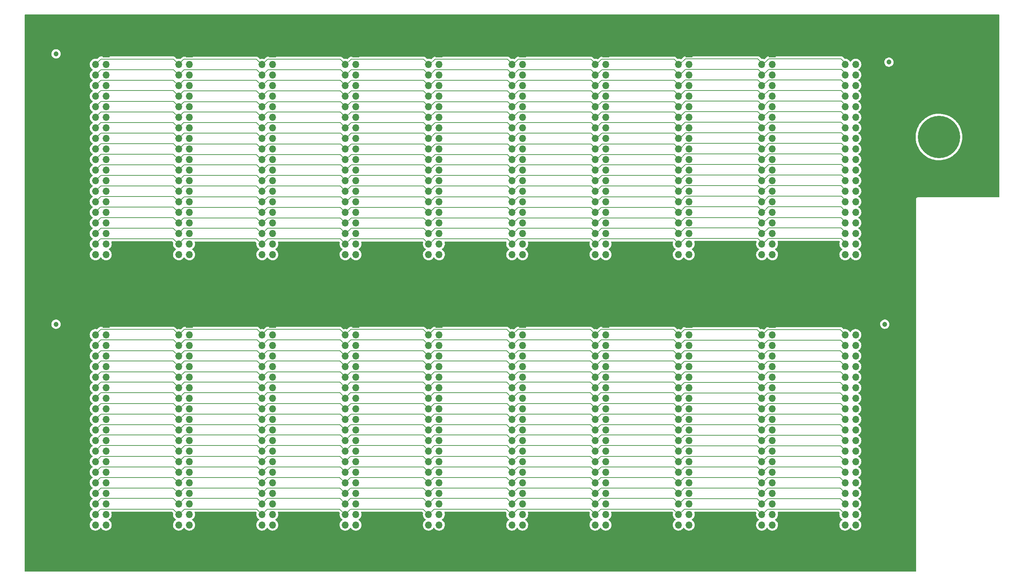
<source format=gbr>
%TF.GenerationSoftware,KiCad,Pcbnew,6.0.2+dfsg-1*%
%TF.CreationDate,2024-02-23T08:38:28-06:00*%
%TF.ProjectId,Backplan2,4261636b-706c-4616-9e32-2e6b69636164,rev?*%
%TF.SameCoordinates,Original*%
%TF.FileFunction,Copper,L1,Top*%
%TF.FilePolarity,Positive*%
%FSLAX46Y46*%
G04 Gerber Fmt 4.6, Leading zero omitted, Abs format (unit mm)*
G04 Created by KiCad (PCBNEW 6.0.2+dfsg-1) date 2024-02-23 08:38:28*
%MOMM*%
%LPD*%
G01*
G04 APERTURE LIST*
%TA.AperFunction,ComponentPad*%
%ADD10O,1.700000X1.700000*%
%TD*%
%TA.AperFunction,ComponentPad*%
%ADD11R,1.700000X1.700000*%
%TD*%
%TA.AperFunction,ComponentPad*%
%ADD12R,1.200000X1.200000*%
%TD*%
%TA.AperFunction,ComponentPad*%
%ADD13C,1.200000*%
%TD*%
%TA.AperFunction,ComponentPad*%
%ADD14C,10.160000*%
%TD*%
%TA.AperFunction,Conductor*%
%ADD15C,0.200000*%
%TD*%
G04 APERTURE END LIST*
D10*
%TO.P,J5,40,Pin_40*%
%TO.N,GND*%
X72460000Y-78260000D03*
%TO.P,J5,39,Pin_39*%
X75000000Y-78260000D03*
%TO.P,J5,38,Pin_38*%
%TO.N,/A22*%
X72460000Y-75720000D03*
%TO.P,J5,37,Pin_37*%
%TO.N,/A19*%
X75000000Y-75720000D03*
%TO.P,J5,36,Pin_36*%
%TO.N,/A23*%
X72460000Y-73180000D03*
%TO.P,J5,35,Pin_35*%
%TO.N,/A18*%
X75000000Y-73180000D03*
%TO.P,J5,34,Pin_34*%
%TO.N,/A24*%
X72460000Y-70640000D03*
%TO.P,J5,33,Pin_33*%
%TO.N,/A17*%
X75000000Y-70640000D03*
%TO.P,J5,32,Pin_32*%
%TO.N,/A25*%
X72460000Y-68100000D03*
%TO.P,J5,31,Pin_31*%
%TO.N,/A16*%
X75000000Y-68100000D03*
%TO.P,J5,30,Pin_30*%
%TO.N,/A26*%
X72460000Y-65560000D03*
%TO.P,J5,29,Pin_29*%
%TO.N,/A15*%
X75000000Y-65560000D03*
%TO.P,J5,28,Pin_28*%
%TO.N,/A27*%
X72460000Y-63020000D03*
%TO.P,J5,27,Pin_27*%
%TO.N,/A14*%
X75000000Y-63020000D03*
%TO.P,J5,26,Pin_26*%
%TO.N,/A28*%
X72460000Y-60480000D03*
%TO.P,J5,25,Pin_25*%
%TO.N,/A13*%
X75000000Y-60480000D03*
%TO.P,J5,24,Pin_24*%
%TO.N,/A29*%
X72460000Y-57940000D03*
%TO.P,J5,23,Pin_23*%
%TO.N,/A12*%
X75000000Y-57940000D03*
%TO.P,J5,22,Pin_22*%
%TO.N,/A30*%
X72460000Y-55400000D03*
%TO.P,J5,21,Pin_21*%
%TO.N,/A11*%
X75000000Y-55400000D03*
%TO.P,J5,20,Pin_20*%
%TO.N,/A31*%
X72460000Y-52860000D03*
%TO.P,J5,19,Pin_19*%
%TO.N,/A10*%
X75000000Y-52860000D03*
%TO.P,J5,18,Pin_18*%
%TO.N,/A32*%
X72460000Y-50320000D03*
%TO.P,J5,17,Pin_17*%
%TO.N,/A9*%
X75000000Y-50320000D03*
%TO.P,J5,16,Pin_16*%
%TO.N,/A33*%
X72460000Y-47780000D03*
%TO.P,J5,15,Pin_15*%
%TO.N,/A8*%
X75000000Y-47780000D03*
%TO.P,J5,14,Pin_14*%
%TO.N,/A34*%
X72460000Y-45240000D03*
%TO.P,J5,13,Pin_13*%
%TO.N,/A7*%
X75000000Y-45240000D03*
%TO.P,J5,12,Pin_12*%
%TO.N,/A35*%
X72460000Y-42700000D03*
%TO.P,J5,11,Pin_11*%
%TO.N,/A6*%
X75000000Y-42700000D03*
%TO.P,J5,10,Pin_10*%
%TO.N,/A36*%
X72460000Y-40160000D03*
%TO.P,J5,9,Pin_9*%
%TO.N,/A5*%
X75000000Y-40160000D03*
%TO.P,J5,8,Pin_8*%
%TO.N,/A37*%
X72460000Y-37620000D03*
%TO.P,J5,7,Pin_7*%
%TO.N,/A4*%
X75000000Y-37620000D03*
%TO.P,J5,6,Pin_6*%
%TO.N,/A38*%
X72460000Y-35080000D03*
%TO.P,J5,5,Pin_5*%
%TO.N,/A3*%
X75000000Y-35080000D03*
%TO.P,J5,4,Pin_4*%
%TO.N,/A39*%
X72460000Y-32540000D03*
%TO.P,J5,3,Pin_3*%
%TO.N,/A2*%
X75000000Y-32540000D03*
%TO.P,J5,2,Pin_2*%
%TO.N,VCC*%
X72460000Y-30000000D03*
D11*
%TO.P,J5,1,Pin_1*%
X75000000Y-30000000D03*
%TD*%
%TO.P,J7,1,Pin_1*%
%TO.N,VCC*%
X95000000Y-30000000D03*
D10*
%TO.P,J7,2,Pin_2*%
X92460000Y-30000000D03*
%TO.P,J7,3,Pin_3*%
%TO.N,/A2*%
X95000000Y-32540000D03*
%TO.P,J7,4,Pin_4*%
%TO.N,/A39*%
X92460000Y-32540000D03*
%TO.P,J7,5,Pin_5*%
%TO.N,/A3*%
X95000000Y-35080000D03*
%TO.P,J7,6,Pin_6*%
%TO.N,/A38*%
X92460000Y-35080000D03*
%TO.P,J7,7,Pin_7*%
%TO.N,/A4*%
X95000000Y-37620000D03*
%TO.P,J7,8,Pin_8*%
%TO.N,/A37*%
X92460000Y-37620000D03*
%TO.P,J7,9,Pin_9*%
%TO.N,/A5*%
X95000000Y-40160000D03*
%TO.P,J7,10,Pin_10*%
%TO.N,/A36*%
X92460000Y-40160000D03*
%TO.P,J7,11,Pin_11*%
%TO.N,/A6*%
X95000000Y-42700000D03*
%TO.P,J7,12,Pin_12*%
%TO.N,/A35*%
X92460000Y-42700000D03*
%TO.P,J7,13,Pin_13*%
%TO.N,/A7*%
X95000000Y-45240000D03*
%TO.P,J7,14,Pin_14*%
%TO.N,/A34*%
X92460000Y-45240000D03*
%TO.P,J7,15,Pin_15*%
%TO.N,/A8*%
X95000000Y-47780000D03*
%TO.P,J7,16,Pin_16*%
%TO.N,/A33*%
X92460000Y-47780000D03*
%TO.P,J7,17,Pin_17*%
%TO.N,/A9*%
X95000000Y-50320000D03*
%TO.P,J7,18,Pin_18*%
%TO.N,/A32*%
X92460000Y-50320000D03*
%TO.P,J7,19,Pin_19*%
%TO.N,/A10*%
X95000000Y-52860000D03*
%TO.P,J7,20,Pin_20*%
%TO.N,/A31*%
X92460000Y-52860000D03*
%TO.P,J7,21,Pin_21*%
%TO.N,/A11*%
X95000000Y-55400000D03*
%TO.P,J7,22,Pin_22*%
%TO.N,/A30*%
X92460000Y-55400000D03*
%TO.P,J7,23,Pin_23*%
%TO.N,/A12*%
X95000000Y-57940000D03*
%TO.P,J7,24,Pin_24*%
%TO.N,/A29*%
X92460000Y-57940000D03*
%TO.P,J7,25,Pin_25*%
%TO.N,/A13*%
X95000000Y-60480000D03*
%TO.P,J7,26,Pin_26*%
%TO.N,/A28*%
X92460000Y-60480000D03*
%TO.P,J7,27,Pin_27*%
%TO.N,/A14*%
X95000000Y-63020000D03*
%TO.P,J7,28,Pin_28*%
%TO.N,/A27*%
X92460000Y-63020000D03*
%TO.P,J7,29,Pin_29*%
%TO.N,/A15*%
X95000000Y-65560000D03*
%TO.P,J7,30,Pin_30*%
%TO.N,/A26*%
X92460000Y-65560000D03*
%TO.P,J7,31,Pin_31*%
%TO.N,/A16*%
X95000000Y-68100000D03*
%TO.P,J7,32,Pin_32*%
%TO.N,/A25*%
X92460000Y-68100000D03*
%TO.P,J7,33,Pin_33*%
%TO.N,/A17*%
X95000000Y-70640000D03*
%TO.P,J7,34,Pin_34*%
%TO.N,/A24*%
X92460000Y-70640000D03*
%TO.P,J7,35,Pin_35*%
%TO.N,/A18*%
X95000000Y-73180000D03*
%TO.P,J7,36,Pin_36*%
%TO.N,/A23*%
X92460000Y-73180000D03*
%TO.P,J7,37,Pin_37*%
%TO.N,/A19*%
X95000000Y-75720000D03*
%TO.P,J7,38,Pin_38*%
%TO.N,/A22*%
X92460000Y-75720000D03*
%TO.P,J7,39,Pin_39*%
%TO.N,GND*%
X95000000Y-78260000D03*
%TO.P,J7,40,Pin_40*%
X92460000Y-78260000D03*
%TD*%
D11*
%TO.P,J4,1,Pin_1*%
%TO.N,VCC*%
X55000000Y-95000000D03*
D10*
%TO.P,J4,2,Pin_2*%
X52460000Y-95000000D03*
%TO.P,J4,3,Pin_3*%
%TO.N,/B2*%
X55000000Y-97540000D03*
%TO.P,J4,4,Pin_4*%
%TO.N,/B39*%
X52460000Y-97540000D03*
%TO.P,J4,5,Pin_5*%
%TO.N,/B3*%
X55000000Y-100080000D03*
%TO.P,J4,6,Pin_6*%
%TO.N,/B38*%
X52460000Y-100080000D03*
%TO.P,J4,7,Pin_7*%
%TO.N,/B4*%
X55000000Y-102620000D03*
%TO.P,J4,8,Pin_8*%
%TO.N,/B37*%
X52460000Y-102620000D03*
%TO.P,J4,9,Pin_9*%
%TO.N,/B5*%
X55000000Y-105160000D03*
%TO.P,J4,10,Pin_10*%
%TO.N,/B36*%
X52460000Y-105160000D03*
%TO.P,J4,11,Pin_11*%
%TO.N,/B6*%
X55000000Y-107700000D03*
%TO.P,J4,12,Pin_12*%
%TO.N,/B35*%
X52460000Y-107700000D03*
%TO.P,J4,13,Pin_13*%
%TO.N,/B7*%
X55000000Y-110240000D03*
%TO.P,J4,14,Pin_14*%
%TO.N,/B34*%
X52460000Y-110240000D03*
%TO.P,J4,15,Pin_15*%
%TO.N,/B8*%
X55000000Y-112780000D03*
%TO.P,J4,16,Pin_16*%
%TO.N,/B33*%
X52460000Y-112780000D03*
%TO.P,J4,17,Pin_17*%
%TO.N,/B9*%
X55000000Y-115320000D03*
%TO.P,J4,18,Pin_18*%
%TO.N,/B32*%
X52460000Y-115320000D03*
%TO.P,J4,19,Pin_19*%
%TO.N,/B10*%
X55000000Y-117860000D03*
%TO.P,J4,20,Pin_20*%
%TO.N,/B31*%
X52460000Y-117860000D03*
%TO.P,J4,21,Pin_21*%
%TO.N,/B11*%
X55000000Y-120400000D03*
%TO.P,J4,22,Pin_22*%
%TO.N,/B30*%
X52460000Y-120400000D03*
%TO.P,J4,23,Pin_23*%
%TO.N,/B12*%
X55000000Y-122940000D03*
%TO.P,J4,24,Pin_24*%
%TO.N,/B29*%
X52460000Y-122940000D03*
%TO.P,J4,25,Pin_25*%
%TO.N,/B13*%
X55000000Y-125480000D03*
%TO.P,J4,26,Pin_26*%
%TO.N,/B28*%
X52460000Y-125480000D03*
%TO.P,J4,27,Pin_27*%
%TO.N,/B14*%
X55000000Y-128020000D03*
%TO.P,J4,28,Pin_28*%
%TO.N,/B27*%
X52460000Y-128020000D03*
%TO.P,J4,29,Pin_29*%
%TO.N,/B15*%
X55000000Y-130560000D03*
%TO.P,J4,30,Pin_30*%
%TO.N,/B26*%
X52460000Y-130560000D03*
%TO.P,J4,31,Pin_31*%
%TO.N,/B16*%
X55000000Y-133100000D03*
%TO.P,J4,32,Pin_32*%
%TO.N,/B25*%
X52460000Y-133100000D03*
%TO.P,J4,33,Pin_33*%
%TO.N,/B17*%
X55000000Y-135640000D03*
%TO.P,J4,34,Pin_34*%
%TO.N,/B24*%
X52460000Y-135640000D03*
%TO.P,J4,35,Pin_35*%
%TO.N,/B18*%
X55000000Y-138180000D03*
%TO.P,J4,36,Pin_36*%
%TO.N,/B23*%
X52460000Y-138180000D03*
%TO.P,J4,37,Pin_37*%
%TO.N,/B19*%
X55000000Y-140720000D03*
%TO.P,J4,38,Pin_38*%
%TO.N,/B22*%
X52460000Y-140720000D03*
%TO.P,J4,39,Pin_39*%
%TO.N,GND*%
X55000000Y-143260000D03*
%TO.P,J4,40,Pin_40*%
X52460000Y-143260000D03*
%TD*%
D11*
%TO.P,J6,1,Pin_1*%
%TO.N,VCC*%
X75000000Y-95000000D03*
D10*
%TO.P,J6,2,Pin_2*%
X72460000Y-95000000D03*
%TO.P,J6,3,Pin_3*%
%TO.N,/B2*%
X75000000Y-97540000D03*
%TO.P,J6,4,Pin_4*%
%TO.N,/B39*%
X72460000Y-97540000D03*
%TO.P,J6,5,Pin_5*%
%TO.N,/B3*%
X75000000Y-100080000D03*
%TO.P,J6,6,Pin_6*%
%TO.N,/B38*%
X72460000Y-100080000D03*
%TO.P,J6,7,Pin_7*%
%TO.N,/B4*%
X75000000Y-102620000D03*
%TO.P,J6,8,Pin_8*%
%TO.N,/B37*%
X72460000Y-102620000D03*
%TO.P,J6,9,Pin_9*%
%TO.N,/B5*%
X75000000Y-105160000D03*
%TO.P,J6,10,Pin_10*%
%TO.N,/B36*%
X72460000Y-105160000D03*
%TO.P,J6,11,Pin_11*%
%TO.N,/B6*%
X75000000Y-107700000D03*
%TO.P,J6,12,Pin_12*%
%TO.N,/B35*%
X72460000Y-107700000D03*
%TO.P,J6,13,Pin_13*%
%TO.N,/B7*%
X75000000Y-110240000D03*
%TO.P,J6,14,Pin_14*%
%TO.N,/B34*%
X72460000Y-110240000D03*
%TO.P,J6,15,Pin_15*%
%TO.N,/B8*%
X75000000Y-112780000D03*
%TO.P,J6,16,Pin_16*%
%TO.N,/B33*%
X72460000Y-112780000D03*
%TO.P,J6,17,Pin_17*%
%TO.N,/B9*%
X75000000Y-115320000D03*
%TO.P,J6,18,Pin_18*%
%TO.N,/B32*%
X72460000Y-115320000D03*
%TO.P,J6,19,Pin_19*%
%TO.N,/B10*%
X75000000Y-117860000D03*
%TO.P,J6,20,Pin_20*%
%TO.N,/B31*%
X72460000Y-117860000D03*
%TO.P,J6,21,Pin_21*%
%TO.N,/B11*%
X75000000Y-120400000D03*
%TO.P,J6,22,Pin_22*%
%TO.N,/B30*%
X72460000Y-120400000D03*
%TO.P,J6,23,Pin_23*%
%TO.N,/B12*%
X75000000Y-122940000D03*
%TO.P,J6,24,Pin_24*%
%TO.N,/B29*%
X72460000Y-122940000D03*
%TO.P,J6,25,Pin_25*%
%TO.N,/B13*%
X75000000Y-125480000D03*
%TO.P,J6,26,Pin_26*%
%TO.N,/B28*%
X72460000Y-125480000D03*
%TO.P,J6,27,Pin_27*%
%TO.N,/B14*%
X75000000Y-128020000D03*
%TO.P,J6,28,Pin_28*%
%TO.N,/B27*%
X72460000Y-128020000D03*
%TO.P,J6,29,Pin_29*%
%TO.N,/B15*%
X75000000Y-130560000D03*
%TO.P,J6,30,Pin_30*%
%TO.N,/B26*%
X72460000Y-130560000D03*
%TO.P,J6,31,Pin_31*%
%TO.N,/B16*%
X75000000Y-133100000D03*
%TO.P,J6,32,Pin_32*%
%TO.N,/B25*%
X72460000Y-133100000D03*
%TO.P,J6,33,Pin_33*%
%TO.N,/B17*%
X75000000Y-135640000D03*
%TO.P,J6,34,Pin_34*%
%TO.N,/B24*%
X72460000Y-135640000D03*
%TO.P,J6,35,Pin_35*%
%TO.N,/B18*%
X75000000Y-138180000D03*
%TO.P,J6,36,Pin_36*%
%TO.N,/B23*%
X72460000Y-138180000D03*
%TO.P,J6,37,Pin_37*%
%TO.N,/B19*%
X75000000Y-140720000D03*
%TO.P,J6,38,Pin_38*%
%TO.N,/B22*%
X72460000Y-140720000D03*
%TO.P,J6,39,Pin_39*%
%TO.N,GND*%
X75000000Y-143260000D03*
%TO.P,J6,40,Pin_40*%
X72460000Y-143260000D03*
%TD*%
D12*
%TO.P,C3,1*%
%TO.N,VCC*%
X240000000Y-95000000D03*
D13*
%TO.P,C3,2*%
%TO.N,GND*%
X242000000Y-95000000D03*
%TD*%
D11*
%TO.P,J20,1,Pin_1*%
%TO.N,VCC*%
X215000000Y-95000000D03*
D10*
%TO.P,J20,2,Pin_2*%
X212460000Y-95000000D03*
%TO.P,J20,3,Pin_3*%
%TO.N,/B2*%
X215000000Y-97540000D03*
%TO.P,J20,4,Pin_4*%
%TO.N,/B39*%
X212460000Y-97540000D03*
%TO.P,J20,5,Pin_5*%
%TO.N,/B3*%
X215000000Y-100080000D03*
%TO.P,J20,6,Pin_6*%
%TO.N,/B38*%
X212460000Y-100080000D03*
%TO.P,J20,7,Pin_7*%
%TO.N,/B4*%
X215000000Y-102620000D03*
%TO.P,J20,8,Pin_8*%
%TO.N,/B37*%
X212460000Y-102620000D03*
%TO.P,J20,9,Pin_9*%
%TO.N,/B5*%
X215000000Y-105160000D03*
%TO.P,J20,10,Pin_10*%
%TO.N,/B36*%
X212460000Y-105160000D03*
%TO.P,J20,11,Pin_11*%
%TO.N,/B6*%
X215000000Y-107700000D03*
%TO.P,J20,12,Pin_12*%
%TO.N,/B35*%
X212460000Y-107700000D03*
%TO.P,J20,13,Pin_13*%
%TO.N,/B7*%
X215000000Y-110240000D03*
%TO.P,J20,14,Pin_14*%
%TO.N,/B34*%
X212460000Y-110240000D03*
%TO.P,J20,15,Pin_15*%
%TO.N,/B8*%
X215000000Y-112780000D03*
%TO.P,J20,16,Pin_16*%
%TO.N,/B33*%
X212460000Y-112780000D03*
%TO.P,J20,17,Pin_17*%
%TO.N,/B9*%
X215000000Y-115320000D03*
%TO.P,J20,18,Pin_18*%
%TO.N,/B32*%
X212460000Y-115320000D03*
%TO.P,J20,19,Pin_19*%
%TO.N,/B10*%
X215000000Y-117860000D03*
%TO.P,J20,20,Pin_20*%
%TO.N,/B31*%
X212460000Y-117860000D03*
%TO.P,J20,21,Pin_21*%
%TO.N,/B11*%
X215000000Y-120400000D03*
%TO.P,J20,22,Pin_22*%
%TO.N,/B30*%
X212460000Y-120400000D03*
%TO.P,J20,23,Pin_23*%
%TO.N,/B12*%
X215000000Y-122940000D03*
%TO.P,J20,24,Pin_24*%
%TO.N,/B29*%
X212460000Y-122940000D03*
%TO.P,J20,25,Pin_25*%
%TO.N,/B13*%
X215000000Y-125480000D03*
%TO.P,J20,26,Pin_26*%
%TO.N,/B28*%
X212460000Y-125480000D03*
%TO.P,J20,27,Pin_27*%
%TO.N,/B14*%
X215000000Y-128020000D03*
%TO.P,J20,28,Pin_28*%
%TO.N,/B27*%
X212460000Y-128020000D03*
%TO.P,J20,29,Pin_29*%
%TO.N,/B15*%
X215000000Y-130560000D03*
%TO.P,J20,30,Pin_30*%
%TO.N,/B26*%
X212460000Y-130560000D03*
%TO.P,J20,31,Pin_31*%
%TO.N,/B16*%
X215000000Y-133100000D03*
%TO.P,J20,32,Pin_32*%
%TO.N,/B25*%
X212460000Y-133100000D03*
%TO.P,J20,33,Pin_33*%
%TO.N,/B17*%
X215000000Y-135640000D03*
%TO.P,J20,34,Pin_34*%
%TO.N,/B24*%
X212460000Y-135640000D03*
%TO.P,J20,35,Pin_35*%
%TO.N,/B18*%
X215000000Y-138180000D03*
%TO.P,J20,36,Pin_36*%
%TO.N,/B23*%
X212460000Y-138180000D03*
%TO.P,J20,37,Pin_37*%
%TO.N,/B19*%
X215000000Y-140720000D03*
%TO.P,J20,38,Pin_38*%
%TO.N,/B22*%
X212460000Y-140720000D03*
%TO.P,J20,39,Pin_39*%
%TO.N,GND*%
X215000000Y-143260000D03*
%TO.P,J20,40,Pin_40*%
X212460000Y-143260000D03*
%TD*%
D11*
%TO.P,J9,1,Pin_1*%
%TO.N,VCC*%
X115000000Y-30000000D03*
D10*
%TO.P,J9,2,Pin_2*%
X112460000Y-30000000D03*
%TO.P,J9,3,Pin_3*%
%TO.N,/A2*%
X115000000Y-32540000D03*
%TO.P,J9,4,Pin_4*%
%TO.N,/A39*%
X112460000Y-32540000D03*
%TO.P,J9,5,Pin_5*%
%TO.N,/A3*%
X115000000Y-35080000D03*
%TO.P,J9,6,Pin_6*%
%TO.N,/A38*%
X112460000Y-35080000D03*
%TO.P,J9,7,Pin_7*%
%TO.N,/A4*%
X115000000Y-37620000D03*
%TO.P,J9,8,Pin_8*%
%TO.N,/A37*%
X112460000Y-37620000D03*
%TO.P,J9,9,Pin_9*%
%TO.N,/A5*%
X115000000Y-40160000D03*
%TO.P,J9,10,Pin_10*%
%TO.N,/A36*%
X112460000Y-40160000D03*
%TO.P,J9,11,Pin_11*%
%TO.N,/A6*%
X115000000Y-42700000D03*
%TO.P,J9,12,Pin_12*%
%TO.N,/A35*%
X112460000Y-42700000D03*
%TO.P,J9,13,Pin_13*%
%TO.N,/A7*%
X115000000Y-45240000D03*
%TO.P,J9,14,Pin_14*%
%TO.N,/A34*%
X112460000Y-45240000D03*
%TO.P,J9,15,Pin_15*%
%TO.N,/A8*%
X115000000Y-47780000D03*
%TO.P,J9,16,Pin_16*%
%TO.N,/A33*%
X112460000Y-47780000D03*
%TO.P,J9,17,Pin_17*%
%TO.N,/A9*%
X115000000Y-50320000D03*
%TO.P,J9,18,Pin_18*%
%TO.N,/A32*%
X112460000Y-50320000D03*
%TO.P,J9,19,Pin_19*%
%TO.N,/A10*%
X115000000Y-52860000D03*
%TO.P,J9,20,Pin_20*%
%TO.N,/A31*%
X112460000Y-52860000D03*
%TO.P,J9,21,Pin_21*%
%TO.N,/A11*%
X115000000Y-55400000D03*
%TO.P,J9,22,Pin_22*%
%TO.N,/A30*%
X112460000Y-55400000D03*
%TO.P,J9,23,Pin_23*%
%TO.N,/A12*%
X115000000Y-57940000D03*
%TO.P,J9,24,Pin_24*%
%TO.N,/A29*%
X112460000Y-57940000D03*
%TO.P,J9,25,Pin_25*%
%TO.N,/A13*%
X115000000Y-60480000D03*
%TO.P,J9,26,Pin_26*%
%TO.N,/A28*%
X112460000Y-60480000D03*
%TO.P,J9,27,Pin_27*%
%TO.N,/A14*%
X115000000Y-63020000D03*
%TO.P,J9,28,Pin_28*%
%TO.N,/A27*%
X112460000Y-63020000D03*
%TO.P,J9,29,Pin_29*%
%TO.N,/A15*%
X115000000Y-65560000D03*
%TO.P,J9,30,Pin_30*%
%TO.N,/A26*%
X112460000Y-65560000D03*
%TO.P,J9,31,Pin_31*%
%TO.N,/A16*%
X115000000Y-68100000D03*
%TO.P,J9,32,Pin_32*%
%TO.N,/A25*%
X112460000Y-68100000D03*
%TO.P,J9,33,Pin_33*%
%TO.N,/A17*%
X115000000Y-70640000D03*
%TO.P,J9,34,Pin_34*%
%TO.N,/A24*%
X112460000Y-70640000D03*
%TO.P,J9,35,Pin_35*%
%TO.N,/A18*%
X115000000Y-73180000D03*
%TO.P,J9,36,Pin_36*%
%TO.N,/A23*%
X112460000Y-73180000D03*
%TO.P,J9,37,Pin_37*%
%TO.N,/A19*%
X115000000Y-75720000D03*
%TO.P,J9,38,Pin_38*%
%TO.N,/A22*%
X112460000Y-75720000D03*
%TO.P,J9,39,Pin_39*%
%TO.N,GND*%
X115000000Y-78260000D03*
%TO.P,J9,40,Pin_40*%
X112460000Y-78260000D03*
%TD*%
D11*
%TO.P,J19,1,Pin_1*%
%TO.N,VCC*%
X215000000Y-30000000D03*
D10*
%TO.P,J19,2,Pin_2*%
X212460000Y-30000000D03*
%TO.P,J19,3,Pin_3*%
%TO.N,/A2*%
X215000000Y-32540000D03*
%TO.P,J19,4,Pin_4*%
%TO.N,/A39*%
X212460000Y-32540000D03*
%TO.P,J19,5,Pin_5*%
%TO.N,/A3*%
X215000000Y-35080000D03*
%TO.P,J19,6,Pin_6*%
%TO.N,/A38*%
X212460000Y-35080000D03*
%TO.P,J19,7,Pin_7*%
%TO.N,/A4*%
X215000000Y-37620000D03*
%TO.P,J19,8,Pin_8*%
%TO.N,/A37*%
X212460000Y-37620000D03*
%TO.P,J19,9,Pin_9*%
%TO.N,/A5*%
X215000000Y-40160000D03*
%TO.P,J19,10,Pin_10*%
%TO.N,/A36*%
X212460000Y-40160000D03*
%TO.P,J19,11,Pin_11*%
%TO.N,/A6*%
X215000000Y-42700000D03*
%TO.P,J19,12,Pin_12*%
%TO.N,/A35*%
X212460000Y-42700000D03*
%TO.P,J19,13,Pin_13*%
%TO.N,/A7*%
X215000000Y-45240000D03*
%TO.P,J19,14,Pin_14*%
%TO.N,/A34*%
X212460000Y-45240000D03*
%TO.P,J19,15,Pin_15*%
%TO.N,/A8*%
X215000000Y-47780000D03*
%TO.P,J19,16,Pin_16*%
%TO.N,/A33*%
X212460000Y-47780000D03*
%TO.P,J19,17,Pin_17*%
%TO.N,/A9*%
X215000000Y-50320000D03*
%TO.P,J19,18,Pin_18*%
%TO.N,/A32*%
X212460000Y-50320000D03*
%TO.P,J19,19,Pin_19*%
%TO.N,/A10*%
X215000000Y-52860000D03*
%TO.P,J19,20,Pin_20*%
%TO.N,/A31*%
X212460000Y-52860000D03*
%TO.P,J19,21,Pin_21*%
%TO.N,/A11*%
X215000000Y-55400000D03*
%TO.P,J19,22,Pin_22*%
%TO.N,/A30*%
X212460000Y-55400000D03*
%TO.P,J19,23,Pin_23*%
%TO.N,/A12*%
X215000000Y-57940000D03*
%TO.P,J19,24,Pin_24*%
%TO.N,/A29*%
X212460000Y-57940000D03*
%TO.P,J19,25,Pin_25*%
%TO.N,/A13*%
X215000000Y-60480000D03*
%TO.P,J19,26,Pin_26*%
%TO.N,/A28*%
X212460000Y-60480000D03*
%TO.P,J19,27,Pin_27*%
%TO.N,/A14*%
X215000000Y-63020000D03*
%TO.P,J19,28,Pin_28*%
%TO.N,/A27*%
X212460000Y-63020000D03*
%TO.P,J19,29,Pin_29*%
%TO.N,/A15*%
X215000000Y-65560000D03*
%TO.P,J19,30,Pin_30*%
%TO.N,/A26*%
X212460000Y-65560000D03*
%TO.P,J19,31,Pin_31*%
%TO.N,/A16*%
X215000000Y-68100000D03*
%TO.P,J19,32,Pin_32*%
%TO.N,/A25*%
X212460000Y-68100000D03*
%TO.P,J19,33,Pin_33*%
%TO.N,/A17*%
X215000000Y-70640000D03*
%TO.P,J19,34,Pin_34*%
%TO.N,/A24*%
X212460000Y-70640000D03*
%TO.P,J19,35,Pin_35*%
%TO.N,/A18*%
X215000000Y-73180000D03*
%TO.P,J19,36,Pin_36*%
%TO.N,/A23*%
X212460000Y-73180000D03*
%TO.P,J19,37,Pin_37*%
%TO.N,/A19*%
X215000000Y-75720000D03*
%TO.P,J19,38,Pin_38*%
%TO.N,/A22*%
X212460000Y-75720000D03*
%TO.P,J19,39,Pin_39*%
%TO.N,GND*%
X215000000Y-78260000D03*
%TO.P,J19,40,Pin_40*%
X212460000Y-78260000D03*
%TD*%
D11*
%TO.P,J16,1,Pin_1*%
%TO.N,VCC*%
X175000000Y-95000000D03*
D10*
%TO.P,J16,2,Pin_2*%
X172460000Y-95000000D03*
%TO.P,J16,3,Pin_3*%
%TO.N,/B2*%
X175000000Y-97540000D03*
%TO.P,J16,4,Pin_4*%
%TO.N,/B39*%
X172460000Y-97540000D03*
%TO.P,J16,5,Pin_5*%
%TO.N,/B3*%
X175000000Y-100080000D03*
%TO.P,J16,6,Pin_6*%
%TO.N,/B38*%
X172460000Y-100080000D03*
%TO.P,J16,7,Pin_7*%
%TO.N,/B4*%
X175000000Y-102620000D03*
%TO.P,J16,8,Pin_8*%
%TO.N,/B37*%
X172460000Y-102620000D03*
%TO.P,J16,9,Pin_9*%
%TO.N,/B5*%
X175000000Y-105160000D03*
%TO.P,J16,10,Pin_10*%
%TO.N,/B36*%
X172460000Y-105160000D03*
%TO.P,J16,11,Pin_11*%
%TO.N,/B6*%
X175000000Y-107700000D03*
%TO.P,J16,12,Pin_12*%
%TO.N,/B35*%
X172460000Y-107700000D03*
%TO.P,J16,13,Pin_13*%
%TO.N,/B7*%
X175000000Y-110240000D03*
%TO.P,J16,14,Pin_14*%
%TO.N,/B34*%
X172460000Y-110240000D03*
%TO.P,J16,15,Pin_15*%
%TO.N,/B8*%
X175000000Y-112780000D03*
%TO.P,J16,16,Pin_16*%
%TO.N,/B33*%
X172460000Y-112780000D03*
%TO.P,J16,17,Pin_17*%
%TO.N,/B9*%
X175000000Y-115320000D03*
%TO.P,J16,18,Pin_18*%
%TO.N,/B32*%
X172460000Y-115320000D03*
%TO.P,J16,19,Pin_19*%
%TO.N,/B10*%
X175000000Y-117860000D03*
%TO.P,J16,20,Pin_20*%
%TO.N,/B31*%
X172460000Y-117860000D03*
%TO.P,J16,21,Pin_21*%
%TO.N,/B11*%
X175000000Y-120400000D03*
%TO.P,J16,22,Pin_22*%
%TO.N,/B30*%
X172460000Y-120400000D03*
%TO.P,J16,23,Pin_23*%
%TO.N,/B12*%
X175000000Y-122940000D03*
%TO.P,J16,24,Pin_24*%
%TO.N,/B29*%
X172460000Y-122940000D03*
%TO.P,J16,25,Pin_25*%
%TO.N,/B13*%
X175000000Y-125480000D03*
%TO.P,J16,26,Pin_26*%
%TO.N,/B28*%
X172460000Y-125480000D03*
%TO.P,J16,27,Pin_27*%
%TO.N,/B14*%
X175000000Y-128020000D03*
%TO.P,J16,28,Pin_28*%
%TO.N,/B27*%
X172460000Y-128020000D03*
%TO.P,J16,29,Pin_29*%
%TO.N,/B15*%
X175000000Y-130560000D03*
%TO.P,J16,30,Pin_30*%
%TO.N,/B26*%
X172460000Y-130560000D03*
%TO.P,J16,31,Pin_31*%
%TO.N,/B16*%
X175000000Y-133100000D03*
%TO.P,J16,32,Pin_32*%
%TO.N,/B25*%
X172460000Y-133100000D03*
%TO.P,J16,33,Pin_33*%
%TO.N,/B17*%
X175000000Y-135640000D03*
%TO.P,J16,34,Pin_34*%
%TO.N,/B24*%
X172460000Y-135640000D03*
%TO.P,J16,35,Pin_35*%
%TO.N,/B18*%
X175000000Y-138180000D03*
%TO.P,J16,36,Pin_36*%
%TO.N,/B23*%
X172460000Y-138180000D03*
%TO.P,J16,37,Pin_37*%
%TO.N,/B19*%
X175000000Y-140720000D03*
%TO.P,J16,38,Pin_38*%
%TO.N,/B22*%
X172460000Y-140720000D03*
%TO.P,J16,39,Pin_39*%
%TO.N,GND*%
X175000000Y-143260000D03*
%TO.P,J16,40,Pin_40*%
X172460000Y-143260000D03*
%TD*%
D12*
%TO.P,C4,1*%
%TO.N,VCC*%
X45000000Y-95000000D03*
D13*
%TO.P,C4,2*%
%TO.N,GND*%
X43000000Y-95000000D03*
%TD*%
D11*
%TO.P,J21,1,Pin_1*%
%TO.N,VCC*%
X235000000Y-30000000D03*
D10*
%TO.P,J21,2,Pin_2*%
X232460000Y-30000000D03*
%TO.P,J21,3,Pin_3*%
%TO.N,/A2*%
X235000000Y-32540000D03*
%TO.P,J21,4,Pin_4*%
%TO.N,/A39*%
X232460000Y-32540000D03*
%TO.P,J21,5,Pin_5*%
%TO.N,/A3*%
X235000000Y-35080000D03*
%TO.P,J21,6,Pin_6*%
%TO.N,/A38*%
X232460000Y-35080000D03*
%TO.P,J21,7,Pin_7*%
%TO.N,/A4*%
X235000000Y-37620000D03*
%TO.P,J21,8,Pin_8*%
%TO.N,/A37*%
X232460000Y-37620000D03*
%TO.P,J21,9,Pin_9*%
%TO.N,/A5*%
X235000000Y-40160000D03*
%TO.P,J21,10,Pin_10*%
%TO.N,/A36*%
X232460000Y-40160000D03*
%TO.P,J21,11,Pin_11*%
%TO.N,/A6*%
X235000000Y-42700000D03*
%TO.P,J21,12,Pin_12*%
%TO.N,/A35*%
X232460000Y-42700000D03*
%TO.P,J21,13,Pin_13*%
%TO.N,/A7*%
X235000000Y-45240000D03*
%TO.P,J21,14,Pin_14*%
%TO.N,/A34*%
X232460000Y-45240000D03*
%TO.P,J21,15,Pin_15*%
%TO.N,/A8*%
X235000000Y-47780000D03*
%TO.P,J21,16,Pin_16*%
%TO.N,/A33*%
X232460000Y-47780000D03*
%TO.P,J21,17,Pin_17*%
%TO.N,/A9*%
X235000000Y-50320000D03*
%TO.P,J21,18,Pin_18*%
%TO.N,/A32*%
X232460000Y-50320000D03*
%TO.P,J21,19,Pin_19*%
%TO.N,/A10*%
X235000000Y-52860000D03*
%TO.P,J21,20,Pin_20*%
%TO.N,/A31*%
X232460000Y-52860000D03*
%TO.P,J21,21,Pin_21*%
%TO.N,/A11*%
X235000000Y-55400000D03*
%TO.P,J21,22,Pin_22*%
%TO.N,/A30*%
X232460000Y-55400000D03*
%TO.P,J21,23,Pin_23*%
%TO.N,/A12*%
X235000000Y-57940000D03*
%TO.P,J21,24,Pin_24*%
%TO.N,/A29*%
X232460000Y-57940000D03*
%TO.P,J21,25,Pin_25*%
%TO.N,/A13*%
X235000000Y-60480000D03*
%TO.P,J21,26,Pin_26*%
%TO.N,/A28*%
X232460000Y-60480000D03*
%TO.P,J21,27,Pin_27*%
%TO.N,/A14*%
X235000000Y-63020000D03*
%TO.P,J21,28,Pin_28*%
%TO.N,/A27*%
X232460000Y-63020000D03*
%TO.P,J21,29,Pin_29*%
%TO.N,/A15*%
X235000000Y-65560000D03*
%TO.P,J21,30,Pin_30*%
%TO.N,/A26*%
X232460000Y-65560000D03*
%TO.P,J21,31,Pin_31*%
%TO.N,/A16*%
X235000000Y-68100000D03*
%TO.P,J21,32,Pin_32*%
%TO.N,/A25*%
X232460000Y-68100000D03*
%TO.P,J21,33,Pin_33*%
%TO.N,/A17*%
X235000000Y-70640000D03*
%TO.P,J21,34,Pin_34*%
%TO.N,/A24*%
X232460000Y-70640000D03*
%TO.P,J21,35,Pin_35*%
%TO.N,/A18*%
X235000000Y-73180000D03*
%TO.P,J21,36,Pin_36*%
%TO.N,/A23*%
X232460000Y-73180000D03*
%TO.P,J21,37,Pin_37*%
%TO.N,/A19*%
X235000000Y-75720000D03*
%TO.P,J21,38,Pin_38*%
%TO.N,/A22*%
X232460000Y-75720000D03*
%TO.P,J21,39,Pin_39*%
%TO.N,GND*%
X235000000Y-78260000D03*
%TO.P,J21,40,Pin_40*%
X232460000Y-78260000D03*
%TD*%
D11*
%TO.P,J13,1,Pin_1*%
%TO.N,VCC*%
X155000000Y-30000000D03*
D10*
%TO.P,J13,2,Pin_2*%
X152460000Y-30000000D03*
%TO.P,J13,3,Pin_3*%
%TO.N,/A2*%
X155000000Y-32540000D03*
%TO.P,J13,4,Pin_4*%
%TO.N,/A39*%
X152460000Y-32540000D03*
%TO.P,J13,5,Pin_5*%
%TO.N,/A3*%
X155000000Y-35080000D03*
%TO.P,J13,6,Pin_6*%
%TO.N,/A38*%
X152460000Y-35080000D03*
%TO.P,J13,7,Pin_7*%
%TO.N,/A4*%
X155000000Y-37620000D03*
%TO.P,J13,8,Pin_8*%
%TO.N,/A37*%
X152460000Y-37620000D03*
%TO.P,J13,9,Pin_9*%
%TO.N,/A5*%
X155000000Y-40160000D03*
%TO.P,J13,10,Pin_10*%
%TO.N,/A36*%
X152460000Y-40160000D03*
%TO.P,J13,11,Pin_11*%
%TO.N,/A6*%
X155000000Y-42700000D03*
%TO.P,J13,12,Pin_12*%
%TO.N,/A35*%
X152460000Y-42700000D03*
%TO.P,J13,13,Pin_13*%
%TO.N,/A7*%
X155000000Y-45240000D03*
%TO.P,J13,14,Pin_14*%
%TO.N,/A34*%
X152460000Y-45240000D03*
%TO.P,J13,15,Pin_15*%
%TO.N,/A8*%
X155000000Y-47780000D03*
%TO.P,J13,16,Pin_16*%
%TO.N,/A33*%
X152460000Y-47780000D03*
%TO.P,J13,17,Pin_17*%
%TO.N,/A9*%
X155000000Y-50320000D03*
%TO.P,J13,18,Pin_18*%
%TO.N,/A32*%
X152460000Y-50320000D03*
%TO.P,J13,19,Pin_19*%
%TO.N,/A10*%
X155000000Y-52860000D03*
%TO.P,J13,20,Pin_20*%
%TO.N,/A31*%
X152460000Y-52860000D03*
%TO.P,J13,21,Pin_21*%
%TO.N,/A11*%
X155000000Y-55400000D03*
%TO.P,J13,22,Pin_22*%
%TO.N,/A30*%
X152460000Y-55400000D03*
%TO.P,J13,23,Pin_23*%
%TO.N,/A12*%
X155000000Y-57940000D03*
%TO.P,J13,24,Pin_24*%
%TO.N,/A29*%
X152460000Y-57940000D03*
%TO.P,J13,25,Pin_25*%
%TO.N,/A13*%
X155000000Y-60480000D03*
%TO.P,J13,26,Pin_26*%
%TO.N,/A28*%
X152460000Y-60480000D03*
%TO.P,J13,27,Pin_27*%
%TO.N,/A14*%
X155000000Y-63020000D03*
%TO.P,J13,28,Pin_28*%
%TO.N,/A27*%
X152460000Y-63020000D03*
%TO.P,J13,29,Pin_29*%
%TO.N,/A15*%
X155000000Y-65560000D03*
%TO.P,J13,30,Pin_30*%
%TO.N,/A26*%
X152460000Y-65560000D03*
%TO.P,J13,31,Pin_31*%
%TO.N,/A16*%
X155000000Y-68100000D03*
%TO.P,J13,32,Pin_32*%
%TO.N,/A25*%
X152460000Y-68100000D03*
%TO.P,J13,33,Pin_33*%
%TO.N,/A17*%
X155000000Y-70640000D03*
%TO.P,J13,34,Pin_34*%
%TO.N,/A24*%
X152460000Y-70640000D03*
%TO.P,J13,35,Pin_35*%
%TO.N,/A18*%
X155000000Y-73180000D03*
%TO.P,J13,36,Pin_36*%
%TO.N,/A23*%
X152460000Y-73180000D03*
%TO.P,J13,37,Pin_37*%
%TO.N,/A19*%
X155000000Y-75720000D03*
%TO.P,J13,38,Pin_38*%
%TO.N,/A22*%
X152460000Y-75720000D03*
%TO.P,J13,39,Pin_39*%
%TO.N,GND*%
X155000000Y-78260000D03*
%TO.P,J13,40,Pin_40*%
X152460000Y-78260000D03*
%TD*%
D11*
%TO.P,J10,1,Pin_1*%
%TO.N,VCC*%
X115000000Y-95000000D03*
D10*
%TO.P,J10,2,Pin_2*%
X112460000Y-95000000D03*
%TO.P,J10,3,Pin_3*%
%TO.N,/B2*%
X115000000Y-97540000D03*
%TO.P,J10,4,Pin_4*%
%TO.N,/B39*%
X112460000Y-97540000D03*
%TO.P,J10,5,Pin_5*%
%TO.N,/B3*%
X115000000Y-100080000D03*
%TO.P,J10,6,Pin_6*%
%TO.N,/B38*%
X112460000Y-100080000D03*
%TO.P,J10,7,Pin_7*%
%TO.N,/B4*%
X115000000Y-102620000D03*
%TO.P,J10,8,Pin_8*%
%TO.N,/B37*%
X112460000Y-102620000D03*
%TO.P,J10,9,Pin_9*%
%TO.N,/B5*%
X115000000Y-105160000D03*
%TO.P,J10,10,Pin_10*%
%TO.N,/B36*%
X112460000Y-105160000D03*
%TO.P,J10,11,Pin_11*%
%TO.N,/B6*%
X115000000Y-107700000D03*
%TO.P,J10,12,Pin_12*%
%TO.N,/B35*%
X112460000Y-107700000D03*
%TO.P,J10,13,Pin_13*%
%TO.N,/B7*%
X115000000Y-110240000D03*
%TO.P,J10,14,Pin_14*%
%TO.N,/B34*%
X112460000Y-110240000D03*
%TO.P,J10,15,Pin_15*%
%TO.N,/B8*%
X115000000Y-112780000D03*
%TO.P,J10,16,Pin_16*%
%TO.N,/B33*%
X112460000Y-112780000D03*
%TO.P,J10,17,Pin_17*%
%TO.N,/B9*%
X115000000Y-115320000D03*
%TO.P,J10,18,Pin_18*%
%TO.N,/B32*%
X112460000Y-115320000D03*
%TO.P,J10,19,Pin_19*%
%TO.N,/B10*%
X115000000Y-117860000D03*
%TO.P,J10,20,Pin_20*%
%TO.N,/B31*%
X112460000Y-117860000D03*
%TO.P,J10,21,Pin_21*%
%TO.N,/B11*%
X115000000Y-120400000D03*
%TO.P,J10,22,Pin_22*%
%TO.N,/B30*%
X112460000Y-120400000D03*
%TO.P,J10,23,Pin_23*%
%TO.N,/B12*%
X115000000Y-122940000D03*
%TO.P,J10,24,Pin_24*%
%TO.N,/B29*%
X112460000Y-122940000D03*
%TO.P,J10,25,Pin_25*%
%TO.N,/B13*%
X115000000Y-125480000D03*
%TO.P,J10,26,Pin_26*%
%TO.N,/B28*%
X112460000Y-125480000D03*
%TO.P,J10,27,Pin_27*%
%TO.N,/B14*%
X115000000Y-128020000D03*
%TO.P,J10,28,Pin_28*%
%TO.N,/B27*%
X112460000Y-128020000D03*
%TO.P,J10,29,Pin_29*%
%TO.N,/B15*%
X115000000Y-130560000D03*
%TO.P,J10,30,Pin_30*%
%TO.N,/B26*%
X112460000Y-130560000D03*
%TO.P,J10,31,Pin_31*%
%TO.N,/B16*%
X115000000Y-133100000D03*
%TO.P,J10,32,Pin_32*%
%TO.N,/B25*%
X112460000Y-133100000D03*
%TO.P,J10,33,Pin_33*%
%TO.N,/B17*%
X115000000Y-135640000D03*
%TO.P,J10,34,Pin_34*%
%TO.N,/B24*%
X112460000Y-135640000D03*
%TO.P,J10,35,Pin_35*%
%TO.N,/B18*%
X115000000Y-138180000D03*
%TO.P,J10,36,Pin_36*%
%TO.N,/B23*%
X112460000Y-138180000D03*
%TO.P,J10,37,Pin_37*%
%TO.N,/B19*%
X115000000Y-140720000D03*
%TO.P,J10,38,Pin_38*%
%TO.N,/B22*%
X112460000Y-140720000D03*
%TO.P,J10,39,Pin_39*%
%TO.N,GND*%
X115000000Y-143260000D03*
%TO.P,J10,40,Pin_40*%
X112460000Y-143260000D03*
%TD*%
D14*
%TO.P,J2,1,Pin_1*%
%TO.N,VCC*%
X255000000Y-30000000D03*
%TD*%
%TO.P,J1,1,Pin_1*%
%TO.N,GND*%
X255000000Y-50000000D03*
%TD*%
D12*
%TO.P,C2,1*%
%TO.N,VCC*%
X45000000Y-30000000D03*
D13*
%TO.P,C2,2*%
%TO.N,GND*%
X43000000Y-30000000D03*
%TD*%
D11*
%TO.P,J11,1,Pin_1*%
%TO.N,VCC*%
X135000000Y-30000000D03*
D10*
%TO.P,J11,2,Pin_2*%
X132460000Y-30000000D03*
%TO.P,J11,3,Pin_3*%
%TO.N,/A2*%
X135000000Y-32540000D03*
%TO.P,J11,4,Pin_4*%
%TO.N,/A39*%
X132460000Y-32540000D03*
%TO.P,J11,5,Pin_5*%
%TO.N,/A3*%
X135000000Y-35080000D03*
%TO.P,J11,6,Pin_6*%
%TO.N,/A38*%
X132460000Y-35080000D03*
%TO.P,J11,7,Pin_7*%
%TO.N,/A4*%
X135000000Y-37620000D03*
%TO.P,J11,8,Pin_8*%
%TO.N,/A37*%
X132460000Y-37620000D03*
%TO.P,J11,9,Pin_9*%
%TO.N,/A5*%
X135000000Y-40160000D03*
%TO.P,J11,10,Pin_10*%
%TO.N,/A36*%
X132460000Y-40160000D03*
%TO.P,J11,11,Pin_11*%
%TO.N,/A6*%
X135000000Y-42700000D03*
%TO.P,J11,12,Pin_12*%
%TO.N,/A35*%
X132460000Y-42700000D03*
%TO.P,J11,13,Pin_13*%
%TO.N,/A7*%
X135000000Y-45240000D03*
%TO.P,J11,14,Pin_14*%
%TO.N,/A34*%
X132460000Y-45240000D03*
%TO.P,J11,15,Pin_15*%
%TO.N,/A8*%
X135000000Y-47780000D03*
%TO.P,J11,16,Pin_16*%
%TO.N,/A33*%
X132460000Y-47780000D03*
%TO.P,J11,17,Pin_17*%
%TO.N,/A9*%
X135000000Y-50320000D03*
%TO.P,J11,18,Pin_18*%
%TO.N,/A32*%
X132460000Y-50320000D03*
%TO.P,J11,19,Pin_19*%
%TO.N,/A10*%
X135000000Y-52860000D03*
%TO.P,J11,20,Pin_20*%
%TO.N,/A31*%
X132460000Y-52860000D03*
%TO.P,J11,21,Pin_21*%
%TO.N,/A11*%
X135000000Y-55400000D03*
%TO.P,J11,22,Pin_22*%
%TO.N,/A30*%
X132460000Y-55400000D03*
%TO.P,J11,23,Pin_23*%
%TO.N,/A12*%
X135000000Y-57940000D03*
%TO.P,J11,24,Pin_24*%
%TO.N,/A29*%
X132460000Y-57940000D03*
%TO.P,J11,25,Pin_25*%
%TO.N,/A13*%
X135000000Y-60480000D03*
%TO.P,J11,26,Pin_26*%
%TO.N,/A28*%
X132460000Y-60480000D03*
%TO.P,J11,27,Pin_27*%
%TO.N,/A14*%
X135000000Y-63020000D03*
%TO.P,J11,28,Pin_28*%
%TO.N,/A27*%
X132460000Y-63020000D03*
%TO.P,J11,29,Pin_29*%
%TO.N,/A15*%
X135000000Y-65560000D03*
%TO.P,J11,30,Pin_30*%
%TO.N,/A26*%
X132460000Y-65560000D03*
%TO.P,J11,31,Pin_31*%
%TO.N,/A16*%
X135000000Y-68100000D03*
%TO.P,J11,32,Pin_32*%
%TO.N,/A25*%
X132460000Y-68100000D03*
%TO.P,J11,33,Pin_33*%
%TO.N,/A17*%
X135000000Y-70640000D03*
%TO.P,J11,34,Pin_34*%
%TO.N,/A24*%
X132460000Y-70640000D03*
%TO.P,J11,35,Pin_35*%
%TO.N,/A18*%
X135000000Y-73180000D03*
%TO.P,J11,36,Pin_36*%
%TO.N,/A23*%
X132460000Y-73180000D03*
%TO.P,J11,37,Pin_37*%
%TO.N,/A19*%
X135000000Y-75720000D03*
%TO.P,J11,38,Pin_38*%
%TO.N,/A22*%
X132460000Y-75720000D03*
%TO.P,J11,39,Pin_39*%
%TO.N,GND*%
X135000000Y-78260000D03*
%TO.P,J11,40,Pin_40*%
X132460000Y-78260000D03*
%TD*%
D11*
%TO.P,J12,1,Pin_1*%
%TO.N,VCC*%
X135000000Y-95000000D03*
D10*
%TO.P,J12,2,Pin_2*%
X132460000Y-95000000D03*
%TO.P,J12,3,Pin_3*%
%TO.N,/B2*%
X135000000Y-97540000D03*
%TO.P,J12,4,Pin_4*%
%TO.N,/B39*%
X132460000Y-97540000D03*
%TO.P,J12,5,Pin_5*%
%TO.N,/B3*%
X135000000Y-100080000D03*
%TO.P,J12,6,Pin_6*%
%TO.N,/B38*%
X132460000Y-100080000D03*
%TO.P,J12,7,Pin_7*%
%TO.N,/B4*%
X135000000Y-102620000D03*
%TO.P,J12,8,Pin_8*%
%TO.N,/B37*%
X132460000Y-102620000D03*
%TO.P,J12,9,Pin_9*%
%TO.N,/B5*%
X135000000Y-105160000D03*
%TO.P,J12,10,Pin_10*%
%TO.N,/B36*%
X132460000Y-105160000D03*
%TO.P,J12,11,Pin_11*%
%TO.N,/B6*%
X135000000Y-107700000D03*
%TO.P,J12,12,Pin_12*%
%TO.N,/B35*%
X132460000Y-107700000D03*
%TO.P,J12,13,Pin_13*%
%TO.N,/B7*%
X135000000Y-110240000D03*
%TO.P,J12,14,Pin_14*%
%TO.N,/B34*%
X132460000Y-110240000D03*
%TO.P,J12,15,Pin_15*%
%TO.N,/B8*%
X135000000Y-112780000D03*
%TO.P,J12,16,Pin_16*%
%TO.N,/B33*%
X132460000Y-112780000D03*
%TO.P,J12,17,Pin_17*%
%TO.N,/B9*%
X135000000Y-115320000D03*
%TO.P,J12,18,Pin_18*%
%TO.N,/B32*%
X132460000Y-115320000D03*
%TO.P,J12,19,Pin_19*%
%TO.N,/B10*%
X135000000Y-117860000D03*
%TO.P,J12,20,Pin_20*%
%TO.N,/B31*%
X132460000Y-117860000D03*
%TO.P,J12,21,Pin_21*%
%TO.N,/B11*%
X135000000Y-120400000D03*
%TO.P,J12,22,Pin_22*%
%TO.N,/B30*%
X132460000Y-120400000D03*
%TO.P,J12,23,Pin_23*%
%TO.N,/B12*%
X135000000Y-122940000D03*
%TO.P,J12,24,Pin_24*%
%TO.N,/B29*%
X132460000Y-122940000D03*
%TO.P,J12,25,Pin_25*%
%TO.N,/B13*%
X135000000Y-125480000D03*
%TO.P,J12,26,Pin_26*%
%TO.N,/B28*%
X132460000Y-125480000D03*
%TO.P,J12,27,Pin_27*%
%TO.N,/B14*%
X135000000Y-128020000D03*
%TO.P,J12,28,Pin_28*%
%TO.N,/B27*%
X132460000Y-128020000D03*
%TO.P,J12,29,Pin_29*%
%TO.N,/B15*%
X135000000Y-130560000D03*
%TO.P,J12,30,Pin_30*%
%TO.N,/B26*%
X132460000Y-130560000D03*
%TO.P,J12,31,Pin_31*%
%TO.N,/B16*%
X135000000Y-133100000D03*
%TO.P,J12,32,Pin_32*%
%TO.N,/B25*%
X132460000Y-133100000D03*
%TO.P,J12,33,Pin_33*%
%TO.N,/B17*%
X135000000Y-135640000D03*
%TO.P,J12,34,Pin_34*%
%TO.N,/B24*%
X132460000Y-135640000D03*
%TO.P,J12,35,Pin_35*%
%TO.N,/B18*%
X135000000Y-138180000D03*
%TO.P,J12,36,Pin_36*%
%TO.N,/B23*%
X132460000Y-138180000D03*
%TO.P,J12,37,Pin_37*%
%TO.N,/B19*%
X135000000Y-140720000D03*
%TO.P,J12,38,Pin_38*%
%TO.N,/B22*%
X132460000Y-140720000D03*
%TO.P,J12,39,Pin_39*%
%TO.N,GND*%
X135000000Y-143260000D03*
%TO.P,J12,40,Pin_40*%
X132460000Y-143260000D03*
%TD*%
D12*
%TO.P,C1,1*%
%TO.N,VCC*%
X243000000Y-30000000D03*
D13*
%TO.P,C1,2*%
%TO.N,GND*%
X243000000Y-32000000D03*
%TD*%
D11*
%TO.P,J8,1,Pin_1*%
%TO.N,VCC*%
X95000000Y-95000000D03*
D10*
%TO.P,J8,2,Pin_2*%
X92460000Y-95000000D03*
%TO.P,J8,3,Pin_3*%
%TO.N,/B2*%
X95000000Y-97540000D03*
%TO.P,J8,4,Pin_4*%
%TO.N,/B39*%
X92460000Y-97540000D03*
%TO.P,J8,5,Pin_5*%
%TO.N,/B3*%
X95000000Y-100080000D03*
%TO.P,J8,6,Pin_6*%
%TO.N,/B38*%
X92460000Y-100080000D03*
%TO.P,J8,7,Pin_7*%
%TO.N,/B4*%
X95000000Y-102620000D03*
%TO.P,J8,8,Pin_8*%
%TO.N,/B37*%
X92460000Y-102620000D03*
%TO.P,J8,9,Pin_9*%
%TO.N,/B5*%
X95000000Y-105160000D03*
%TO.P,J8,10,Pin_10*%
%TO.N,/B36*%
X92460000Y-105160000D03*
%TO.P,J8,11,Pin_11*%
%TO.N,/B6*%
X95000000Y-107700000D03*
%TO.P,J8,12,Pin_12*%
%TO.N,/B35*%
X92460000Y-107700000D03*
%TO.P,J8,13,Pin_13*%
%TO.N,/B7*%
X95000000Y-110240000D03*
%TO.P,J8,14,Pin_14*%
%TO.N,/B34*%
X92460000Y-110240000D03*
%TO.P,J8,15,Pin_15*%
%TO.N,/B8*%
X95000000Y-112780000D03*
%TO.P,J8,16,Pin_16*%
%TO.N,/B33*%
X92460000Y-112780000D03*
%TO.P,J8,17,Pin_17*%
%TO.N,/B9*%
X95000000Y-115320000D03*
%TO.P,J8,18,Pin_18*%
%TO.N,/B32*%
X92460000Y-115320000D03*
%TO.P,J8,19,Pin_19*%
%TO.N,/B10*%
X95000000Y-117860000D03*
%TO.P,J8,20,Pin_20*%
%TO.N,/B31*%
X92460000Y-117860000D03*
%TO.P,J8,21,Pin_21*%
%TO.N,/B11*%
X95000000Y-120400000D03*
%TO.P,J8,22,Pin_22*%
%TO.N,/B30*%
X92460000Y-120400000D03*
%TO.P,J8,23,Pin_23*%
%TO.N,/B12*%
X95000000Y-122940000D03*
%TO.P,J8,24,Pin_24*%
%TO.N,/B29*%
X92460000Y-122940000D03*
%TO.P,J8,25,Pin_25*%
%TO.N,/B13*%
X95000000Y-125480000D03*
%TO.P,J8,26,Pin_26*%
%TO.N,/B28*%
X92460000Y-125480000D03*
%TO.P,J8,27,Pin_27*%
%TO.N,/B14*%
X95000000Y-128020000D03*
%TO.P,J8,28,Pin_28*%
%TO.N,/B27*%
X92460000Y-128020000D03*
%TO.P,J8,29,Pin_29*%
%TO.N,/B15*%
X95000000Y-130560000D03*
%TO.P,J8,30,Pin_30*%
%TO.N,/B26*%
X92460000Y-130560000D03*
%TO.P,J8,31,Pin_31*%
%TO.N,/B16*%
X95000000Y-133100000D03*
%TO.P,J8,32,Pin_32*%
%TO.N,/B25*%
X92460000Y-133100000D03*
%TO.P,J8,33,Pin_33*%
%TO.N,/B17*%
X95000000Y-135640000D03*
%TO.P,J8,34,Pin_34*%
%TO.N,/B24*%
X92460000Y-135640000D03*
%TO.P,J8,35,Pin_35*%
%TO.N,/B18*%
X95000000Y-138180000D03*
%TO.P,J8,36,Pin_36*%
%TO.N,/B23*%
X92460000Y-138180000D03*
%TO.P,J8,37,Pin_37*%
%TO.N,/B19*%
X95000000Y-140720000D03*
%TO.P,J8,38,Pin_38*%
%TO.N,/B22*%
X92460000Y-140720000D03*
%TO.P,J8,39,Pin_39*%
%TO.N,GND*%
X95000000Y-143260000D03*
%TO.P,J8,40,Pin_40*%
X92460000Y-143260000D03*
%TD*%
D11*
%TO.P,J17,1,Pin_1*%
%TO.N,VCC*%
X195000000Y-30000000D03*
D10*
%TO.P,J17,2,Pin_2*%
X192460000Y-30000000D03*
%TO.P,J17,3,Pin_3*%
%TO.N,/A2*%
X195000000Y-32540000D03*
%TO.P,J17,4,Pin_4*%
%TO.N,/A39*%
X192460000Y-32540000D03*
%TO.P,J17,5,Pin_5*%
%TO.N,/A3*%
X195000000Y-35080000D03*
%TO.P,J17,6,Pin_6*%
%TO.N,/A38*%
X192460000Y-35080000D03*
%TO.P,J17,7,Pin_7*%
%TO.N,/A4*%
X195000000Y-37620000D03*
%TO.P,J17,8,Pin_8*%
%TO.N,/A37*%
X192460000Y-37620000D03*
%TO.P,J17,9,Pin_9*%
%TO.N,/A5*%
X195000000Y-40160000D03*
%TO.P,J17,10,Pin_10*%
%TO.N,/A36*%
X192460000Y-40160000D03*
%TO.P,J17,11,Pin_11*%
%TO.N,/A6*%
X195000000Y-42700000D03*
%TO.P,J17,12,Pin_12*%
%TO.N,/A35*%
X192460000Y-42700000D03*
%TO.P,J17,13,Pin_13*%
%TO.N,/A7*%
X195000000Y-45240000D03*
%TO.P,J17,14,Pin_14*%
%TO.N,/A34*%
X192460000Y-45240000D03*
%TO.P,J17,15,Pin_15*%
%TO.N,/A8*%
X195000000Y-47780000D03*
%TO.P,J17,16,Pin_16*%
%TO.N,/A33*%
X192460000Y-47780000D03*
%TO.P,J17,17,Pin_17*%
%TO.N,/A9*%
X195000000Y-50320000D03*
%TO.P,J17,18,Pin_18*%
%TO.N,/A32*%
X192460000Y-50320000D03*
%TO.P,J17,19,Pin_19*%
%TO.N,/A10*%
X195000000Y-52860000D03*
%TO.P,J17,20,Pin_20*%
%TO.N,/A31*%
X192460000Y-52860000D03*
%TO.P,J17,21,Pin_21*%
%TO.N,/A11*%
X195000000Y-55400000D03*
%TO.P,J17,22,Pin_22*%
%TO.N,/A30*%
X192460000Y-55400000D03*
%TO.P,J17,23,Pin_23*%
%TO.N,/A12*%
X195000000Y-57940000D03*
%TO.P,J17,24,Pin_24*%
%TO.N,/A29*%
X192460000Y-57940000D03*
%TO.P,J17,25,Pin_25*%
%TO.N,/A13*%
X195000000Y-60480000D03*
%TO.P,J17,26,Pin_26*%
%TO.N,/A28*%
X192460000Y-60480000D03*
%TO.P,J17,27,Pin_27*%
%TO.N,/A14*%
X195000000Y-63020000D03*
%TO.P,J17,28,Pin_28*%
%TO.N,/A27*%
X192460000Y-63020000D03*
%TO.P,J17,29,Pin_29*%
%TO.N,/A15*%
X195000000Y-65560000D03*
%TO.P,J17,30,Pin_30*%
%TO.N,/A26*%
X192460000Y-65560000D03*
%TO.P,J17,31,Pin_31*%
%TO.N,/A16*%
X195000000Y-68100000D03*
%TO.P,J17,32,Pin_32*%
%TO.N,/A25*%
X192460000Y-68100000D03*
%TO.P,J17,33,Pin_33*%
%TO.N,/A17*%
X195000000Y-70640000D03*
%TO.P,J17,34,Pin_34*%
%TO.N,/A24*%
X192460000Y-70640000D03*
%TO.P,J17,35,Pin_35*%
%TO.N,/A18*%
X195000000Y-73180000D03*
%TO.P,J17,36,Pin_36*%
%TO.N,/A23*%
X192460000Y-73180000D03*
%TO.P,J17,37,Pin_37*%
%TO.N,/A19*%
X195000000Y-75720000D03*
%TO.P,J17,38,Pin_38*%
%TO.N,/A22*%
X192460000Y-75720000D03*
%TO.P,J17,39,Pin_39*%
%TO.N,GND*%
X195000000Y-78260000D03*
%TO.P,J17,40,Pin_40*%
X192460000Y-78260000D03*
%TD*%
D11*
%TO.P,J22,1,Pin_1*%
%TO.N,VCC*%
X235000000Y-95000000D03*
D10*
%TO.P,J22,2,Pin_2*%
X232460000Y-95000000D03*
%TO.P,J22,3,Pin_3*%
%TO.N,/B2*%
X235000000Y-97540000D03*
%TO.P,J22,4,Pin_4*%
%TO.N,/B39*%
X232460000Y-97540000D03*
%TO.P,J22,5,Pin_5*%
%TO.N,/B3*%
X235000000Y-100080000D03*
%TO.P,J22,6,Pin_6*%
%TO.N,/B38*%
X232460000Y-100080000D03*
%TO.P,J22,7,Pin_7*%
%TO.N,/B4*%
X235000000Y-102620000D03*
%TO.P,J22,8,Pin_8*%
%TO.N,/B37*%
X232460000Y-102620000D03*
%TO.P,J22,9,Pin_9*%
%TO.N,/B5*%
X235000000Y-105160000D03*
%TO.P,J22,10,Pin_10*%
%TO.N,/B36*%
X232460000Y-105160000D03*
%TO.P,J22,11,Pin_11*%
%TO.N,/B6*%
X235000000Y-107700000D03*
%TO.P,J22,12,Pin_12*%
%TO.N,/B35*%
X232460000Y-107700000D03*
%TO.P,J22,13,Pin_13*%
%TO.N,/B7*%
X235000000Y-110240000D03*
%TO.P,J22,14,Pin_14*%
%TO.N,/B34*%
X232460000Y-110240000D03*
%TO.P,J22,15,Pin_15*%
%TO.N,/B8*%
X235000000Y-112780000D03*
%TO.P,J22,16,Pin_16*%
%TO.N,/B33*%
X232460000Y-112780000D03*
%TO.P,J22,17,Pin_17*%
%TO.N,/B9*%
X235000000Y-115320000D03*
%TO.P,J22,18,Pin_18*%
%TO.N,/B32*%
X232460000Y-115320000D03*
%TO.P,J22,19,Pin_19*%
%TO.N,/B10*%
X235000000Y-117860000D03*
%TO.P,J22,20,Pin_20*%
%TO.N,/B31*%
X232460000Y-117860000D03*
%TO.P,J22,21,Pin_21*%
%TO.N,/B11*%
X235000000Y-120400000D03*
%TO.P,J22,22,Pin_22*%
%TO.N,/B30*%
X232460000Y-120400000D03*
%TO.P,J22,23,Pin_23*%
%TO.N,/B12*%
X235000000Y-122940000D03*
%TO.P,J22,24,Pin_24*%
%TO.N,/B29*%
X232460000Y-122940000D03*
%TO.P,J22,25,Pin_25*%
%TO.N,/B13*%
X235000000Y-125480000D03*
%TO.P,J22,26,Pin_26*%
%TO.N,/B28*%
X232460000Y-125480000D03*
%TO.P,J22,27,Pin_27*%
%TO.N,/B14*%
X235000000Y-128020000D03*
%TO.P,J22,28,Pin_28*%
%TO.N,/B27*%
X232460000Y-128020000D03*
%TO.P,J22,29,Pin_29*%
%TO.N,/B15*%
X235000000Y-130560000D03*
%TO.P,J22,30,Pin_30*%
%TO.N,/B26*%
X232460000Y-130560000D03*
%TO.P,J22,31,Pin_31*%
%TO.N,/B16*%
X235000000Y-133100000D03*
%TO.P,J22,32,Pin_32*%
%TO.N,/B25*%
X232460000Y-133100000D03*
%TO.P,J22,33,Pin_33*%
%TO.N,/B17*%
X235000000Y-135640000D03*
%TO.P,J22,34,Pin_34*%
%TO.N,/B24*%
X232460000Y-135640000D03*
%TO.P,J22,35,Pin_35*%
%TO.N,/B18*%
X235000000Y-138180000D03*
%TO.P,J22,36,Pin_36*%
%TO.N,/B23*%
X232460000Y-138180000D03*
%TO.P,J22,37,Pin_37*%
%TO.N,/B19*%
X235000000Y-140720000D03*
%TO.P,J22,38,Pin_38*%
%TO.N,/B22*%
X232460000Y-140720000D03*
%TO.P,J22,39,Pin_39*%
%TO.N,GND*%
X235000000Y-143260000D03*
%TO.P,J22,40,Pin_40*%
X232460000Y-143260000D03*
%TD*%
D11*
%TO.P,J14,1,Pin_1*%
%TO.N,VCC*%
X155000000Y-95000000D03*
D10*
%TO.P,J14,2,Pin_2*%
X152460000Y-95000000D03*
%TO.P,J14,3,Pin_3*%
%TO.N,/B2*%
X155000000Y-97540000D03*
%TO.P,J14,4,Pin_4*%
%TO.N,/B39*%
X152460000Y-97540000D03*
%TO.P,J14,5,Pin_5*%
%TO.N,/B3*%
X155000000Y-100080000D03*
%TO.P,J14,6,Pin_6*%
%TO.N,/B38*%
X152460000Y-100080000D03*
%TO.P,J14,7,Pin_7*%
%TO.N,/B4*%
X155000000Y-102620000D03*
%TO.P,J14,8,Pin_8*%
%TO.N,/B37*%
X152460000Y-102620000D03*
%TO.P,J14,9,Pin_9*%
%TO.N,/B5*%
X155000000Y-105160000D03*
%TO.P,J14,10,Pin_10*%
%TO.N,/B36*%
X152460000Y-105160000D03*
%TO.P,J14,11,Pin_11*%
%TO.N,/B6*%
X155000000Y-107700000D03*
%TO.P,J14,12,Pin_12*%
%TO.N,/B35*%
X152460000Y-107700000D03*
%TO.P,J14,13,Pin_13*%
%TO.N,/B7*%
X155000000Y-110240000D03*
%TO.P,J14,14,Pin_14*%
%TO.N,/B34*%
X152460000Y-110240000D03*
%TO.P,J14,15,Pin_15*%
%TO.N,/B8*%
X155000000Y-112780000D03*
%TO.P,J14,16,Pin_16*%
%TO.N,/B33*%
X152460000Y-112780000D03*
%TO.P,J14,17,Pin_17*%
%TO.N,/B9*%
X155000000Y-115320000D03*
%TO.P,J14,18,Pin_18*%
%TO.N,/B32*%
X152460000Y-115320000D03*
%TO.P,J14,19,Pin_19*%
%TO.N,/B10*%
X155000000Y-117860000D03*
%TO.P,J14,20,Pin_20*%
%TO.N,/B31*%
X152460000Y-117860000D03*
%TO.P,J14,21,Pin_21*%
%TO.N,/B11*%
X155000000Y-120400000D03*
%TO.P,J14,22,Pin_22*%
%TO.N,/B30*%
X152460000Y-120400000D03*
%TO.P,J14,23,Pin_23*%
%TO.N,/B12*%
X155000000Y-122940000D03*
%TO.P,J14,24,Pin_24*%
%TO.N,/B29*%
X152460000Y-122940000D03*
%TO.P,J14,25,Pin_25*%
%TO.N,/B13*%
X155000000Y-125480000D03*
%TO.P,J14,26,Pin_26*%
%TO.N,/B28*%
X152460000Y-125480000D03*
%TO.P,J14,27,Pin_27*%
%TO.N,/B14*%
X155000000Y-128020000D03*
%TO.P,J14,28,Pin_28*%
%TO.N,/B27*%
X152460000Y-128020000D03*
%TO.P,J14,29,Pin_29*%
%TO.N,/B15*%
X155000000Y-130560000D03*
%TO.P,J14,30,Pin_30*%
%TO.N,/B26*%
X152460000Y-130560000D03*
%TO.P,J14,31,Pin_31*%
%TO.N,/B16*%
X155000000Y-133100000D03*
%TO.P,J14,32,Pin_32*%
%TO.N,/B25*%
X152460000Y-133100000D03*
%TO.P,J14,33,Pin_33*%
%TO.N,/B17*%
X155000000Y-135640000D03*
%TO.P,J14,34,Pin_34*%
%TO.N,/B24*%
X152460000Y-135640000D03*
%TO.P,J14,35,Pin_35*%
%TO.N,/B18*%
X155000000Y-138180000D03*
%TO.P,J14,36,Pin_36*%
%TO.N,/B23*%
X152460000Y-138180000D03*
%TO.P,J14,37,Pin_37*%
%TO.N,/B19*%
X155000000Y-140720000D03*
%TO.P,J14,38,Pin_38*%
%TO.N,/B22*%
X152460000Y-140720000D03*
%TO.P,J14,39,Pin_39*%
%TO.N,GND*%
X155000000Y-143260000D03*
%TO.P,J14,40,Pin_40*%
X152460000Y-143260000D03*
%TD*%
D11*
%TO.P,J3,1,Pin_1*%
%TO.N,VCC*%
X55000000Y-30000000D03*
D10*
%TO.P,J3,2,Pin_2*%
X52460000Y-30000000D03*
%TO.P,J3,3,Pin_3*%
%TO.N,/A2*%
X55000000Y-32540000D03*
%TO.P,J3,4,Pin_4*%
%TO.N,/A39*%
X52460000Y-32540000D03*
%TO.P,J3,5,Pin_5*%
%TO.N,/A3*%
X55000000Y-35080000D03*
%TO.P,J3,6,Pin_6*%
%TO.N,/A38*%
X52460000Y-35080000D03*
%TO.P,J3,7,Pin_7*%
%TO.N,/A4*%
X55000000Y-37620000D03*
%TO.P,J3,8,Pin_8*%
%TO.N,/A37*%
X52460000Y-37620000D03*
%TO.P,J3,9,Pin_9*%
%TO.N,/A5*%
X55000000Y-40160000D03*
%TO.P,J3,10,Pin_10*%
%TO.N,/A36*%
X52460000Y-40160000D03*
%TO.P,J3,11,Pin_11*%
%TO.N,/A6*%
X55000000Y-42700000D03*
%TO.P,J3,12,Pin_12*%
%TO.N,/A35*%
X52460000Y-42700000D03*
%TO.P,J3,13,Pin_13*%
%TO.N,/A7*%
X55000000Y-45240000D03*
%TO.P,J3,14,Pin_14*%
%TO.N,/A34*%
X52460000Y-45240000D03*
%TO.P,J3,15,Pin_15*%
%TO.N,/A8*%
X55000000Y-47780000D03*
%TO.P,J3,16,Pin_16*%
%TO.N,/A33*%
X52460000Y-47780000D03*
%TO.P,J3,17,Pin_17*%
%TO.N,/A9*%
X55000000Y-50320000D03*
%TO.P,J3,18,Pin_18*%
%TO.N,/A32*%
X52460000Y-50320000D03*
%TO.P,J3,19,Pin_19*%
%TO.N,/A10*%
X55000000Y-52860000D03*
%TO.P,J3,20,Pin_20*%
%TO.N,/A31*%
X52460000Y-52860000D03*
%TO.P,J3,21,Pin_21*%
%TO.N,/A11*%
X55000000Y-55400000D03*
%TO.P,J3,22,Pin_22*%
%TO.N,/A30*%
X52460000Y-55400000D03*
%TO.P,J3,23,Pin_23*%
%TO.N,/A12*%
X55000000Y-57940000D03*
%TO.P,J3,24,Pin_24*%
%TO.N,/A29*%
X52460000Y-57940000D03*
%TO.P,J3,25,Pin_25*%
%TO.N,/A13*%
X55000000Y-60480000D03*
%TO.P,J3,26,Pin_26*%
%TO.N,/A28*%
X52460000Y-60480000D03*
%TO.P,J3,27,Pin_27*%
%TO.N,/A14*%
X55000000Y-63020000D03*
%TO.P,J3,28,Pin_28*%
%TO.N,/A27*%
X52460000Y-63020000D03*
%TO.P,J3,29,Pin_29*%
%TO.N,/A15*%
X55000000Y-65560000D03*
%TO.P,J3,30,Pin_30*%
%TO.N,/A26*%
X52460000Y-65560000D03*
%TO.P,J3,31,Pin_31*%
%TO.N,/A16*%
X55000000Y-68100000D03*
%TO.P,J3,32,Pin_32*%
%TO.N,/A25*%
X52460000Y-68100000D03*
%TO.P,J3,33,Pin_33*%
%TO.N,/A17*%
X55000000Y-70640000D03*
%TO.P,J3,34,Pin_34*%
%TO.N,/A24*%
X52460000Y-70640000D03*
%TO.P,J3,35,Pin_35*%
%TO.N,/A18*%
X55000000Y-73180000D03*
%TO.P,J3,36,Pin_36*%
%TO.N,/A23*%
X52460000Y-73180000D03*
%TO.P,J3,37,Pin_37*%
%TO.N,/A19*%
X55000000Y-75720000D03*
%TO.P,J3,38,Pin_38*%
%TO.N,/A22*%
X52460000Y-75720000D03*
%TO.P,J3,39,Pin_39*%
%TO.N,GND*%
X55000000Y-78260000D03*
%TO.P,J3,40,Pin_40*%
X52460000Y-78260000D03*
%TD*%
D11*
%TO.P,J15,1,Pin_1*%
%TO.N,VCC*%
X175000000Y-30000000D03*
D10*
%TO.P,J15,2,Pin_2*%
X172460000Y-30000000D03*
%TO.P,J15,3,Pin_3*%
%TO.N,/A2*%
X175000000Y-32540000D03*
%TO.P,J15,4,Pin_4*%
%TO.N,/A39*%
X172460000Y-32540000D03*
%TO.P,J15,5,Pin_5*%
%TO.N,/A3*%
X175000000Y-35080000D03*
%TO.P,J15,6,Pin_6*%
%TO.N,/A38*%
X172460000Y-35080000D03*
%TO.P,J15,7,Pin_7*%
%TO.N,/A4*%
X175000000Y-37620000D03*
%TO.P,J15,8,Pin_8*%
%TO.N,/A37*%
X172460000Y-37620000D03*
%TO.P,J15,9,Pin_9*%
%TO.N,/A5*%
X175000000Y-40160000D03*
%TO.P,J15,10,Pin_10*%
%TO.N,/A36*%
X172460000Y-40160000D03*
%TO.P,J15,11,Pin_11*%
%TO.N,/A6*%
X175000000Y-42700000D03*
%TO.P,J15,12,Pin_12*%
%TO.N,/A35*%
X172460000Y-42700000D03*
%TO.P,J15,13,Pin_13*%
%TO.N,/A7*%
X175000000Y-45240000D03*
%TO.P,J15,14,Pin_14*%
%TO.N,/A34*%
X172460000Y-45240000D03*
%TO.P,J15,15,Pin_15*%
%TO.N,/A8*%
X175000000Y-47780000D03*
%TO.P,J15,16,Pin_16*%
%TO.N,/A33*%
X172460000Y-47780000D03*
%TO.P,J15,17,Pin_17*%
%TO.N,/A9*%
X175000000Y-50320000D03*
%TO.P,J15,18,Pin_18*%
%TO.N,/A32*%
X172460000Y-50320000D03*
%TO.P,J15,19,Pin_19*%
%TO.N,/A10*%
X175000000Y-52860000D03*
%TO.P,J15,20,Pin_20*%
%TO.N,/A31*%
X172460000Y-52860000D03*
%TO.P,J15,21,Pin_21*%
%TO.N,/A11*%
X175000000Y-55400000D03*
%TO.P,J15,22,Pin_22*%
%TO.N,/A30*%
X172460000Y-55400000D03*
%TO.P,J15,23,Pin_23*%
%TO.N,/A12*%
X175000000Y-57940000D03*
%TO.P,J15,24,Pin_24*%
%TO.N,/A29*%
X172460000Y-57940000D03*
%TO.P,J15,25,Pin_25*%
%TO.N,/A13*%
X175000000Y-60480000D03*
%TO.P,J15,26,Pin_26*%
%TO.N,/A28*%
X172460000Y-60480000D03*
%TO.P,J15,27,Pin_27*%
%TO.N,/A14*%
X175000000Y-63020000D03*
%TO.P,J15,28,Pin_28*%
%TO.N,/A27*%
X172460000Y-63020000D03*
%TO.P,J15,29,Pin_29*%
%TO.N,/A15*%
X175000000Y-65560000D03*
%TO.P,J15,30,Pin_30*%
%TO.N,/A26*%
X172460000Y-65560000D03*
%TO.P,J15,31,Pin_31*%
%TO.N,/A16*%
X175000000Y-68100000D03*
%TO.P,J15,32,Pin_32*%
%TO.N,/A25*%
X172460000Y-68100000D03*
%TO.P,J15,33,Pin_33*%
%TO.N,/A17*%
X175000000Y-70640000D03*
%TO.P,J15,34,Pin_34*%
%TO.N,/A24*%
X172460000Y-70640000D03*
%TO.P,J15,35,Pin_35*%
%TO.N,/A18*%
X175000000Y-73180000D03*
%TO.P,J15,36,Pin_36*%
%TO.N,/A23*%
X172460000Y-73180000D03*
%TO.P,J15,37,Pin_37*%
%TO.N,/A19*%
X175000000Y-75720000D03*
%TO.P,J15,38,Pin_38*%
%TO.N,/A22*%
X172460000Y-75720000D03*
%TO.P,J15,39,Pin_39*%
%TO.N,GND*%
X175000000Y-78260000D03*
%TO.P,J15,40,Pin_40*%
X172460000Y-78260000D03*
%TD*%
D11*
%TO.P,J18,1,Pin_1*%
%TO.N,VCC*%
X195000000Y-95000000D03*
D10*
%TO.P,J18,2,Pin_2*%
X192460000Y-95000000D03*
%TO.P,J18,3,Pin_3*%
%TO.N,/B2*%
X195000000Y-97540000D03*
%TO.P,J18,4,Pin_4*%
%TO.N,/B39*%
X192460000Y-97540000D03*
%TO.P,J18,5,Pin_5*%
%TO.N,/B3*%
X195000000Y-100080000D03*
%TO.P,J18,6,Pin_6*%
%TO.N,/B38*%
X192460000Y-100080000D03*
%TO.P,J18,7,Pin_7*%
%TO.N,/B4*%
X195000000Y-102620000D03*
%TO.P,J18,8,Pin_8*%
%TO.N,/B37*%
X192460000Y-102620000D03*
%TO.P,J18,9,Pin_9*%
%TO.N,/B5*%
X195000000Y-105160000D03*
%TO.P,J18,10,Pin_10*%
%TO.N,/B36*%
X192460000Y-105160000D03*
%TO.P,J18,11,Pin_11*%
%TO.N,/B6*%
X195000000Y-107700000D03*
%TO.P,J18,12,Pin_12*%
%TO.N,/B35*%
X192460000Y-107700000D03*
%TO.P,J18,13,Pin_13*%
%TO.N,/B7*%
X195000000Y-110240000D03*
%TO.P,J18,14,Pin_14*%
%TO.N,/B34*%
X192460000Y-110240000D03*
%TO.P,J18,15,Pin_15*%
%TO.N,/B8*%
X195000000Y-112780000D03*
%TO.P,J18,16,Pin_16*%
%TO.N,/B33*%
X192460000Y-112780000D03*
%TO.P,J18,17,Pin_17*%
%TO.N,/B9*%
X195000000Y-115320000D03*
%TO.P,J18,18,Pin_18*%
%TO.N,/B32*%
X192460000Y-115320000D03*
%TO.P,J18,19,Pin_19*%
%TO.N,/B10*%
X195000000Y-117860000D03*
%TO.P,J18,20,Pin_20*%
%TO.N,/B31*%
X192460000Y-117860000D03*
%TO.P,J18,21,Pin_21*%
%TO.N,/B11*%
X195000000Y-120400000D03*
%TO.P,J18,22,Pin_22*%
%TO.N,/B30*%
X192460000Y-120400000D03*
%TO.P,J18,23,Pin_23*%
%TO.N,/B12*%
X195000000Y-122940000D03*
%TO.P,J18,24,Pin_24*%
%TO.N,/B29*%
X192460000Y-122940000D03*
%TO.P,J18,25,Pin_25*%
%TO.N,/B13*%
X195000000Y-125480000D03*
%TO.P,J18,26,Pin_26*%
%TO.N,/B28*%
X192460000Y-125480000D03*
%TO.P,J18,27,Pin_27*%
%TO.N,/B14*%
X195000000Y-128020000D03*
%TO.P,J18,28,Pin_28*%
%TO.N,/B27*%
X192460000Y-128020000D03*
%TO.P,J18,29,Pin_29*%
%TO.N,/B15*%
X195000000Y-130560000D03*
%TO.P,J18,30,Pin_30*%
%TO.N,/B26*%
X192460000Y-130560000D03*
%TO.P,J18,31,Pin_31*%
%TO.N,/B16*%
X195000000Y-133100000D03*
%TO.P,J18,32,Pin_32*%
%TO.N,/B25*%
X192460000Y-133100000D03*
%TO.P,J18,33,Pin_33*%
%TO.N,/B17*%
X195000000Y-135640000D03*
%TO.P,J18,34,Pin_34*%
%TO.N,/B24*%
X192460000Y-135640000D03*
%TO.P,J18,35,Pin_35*%
%TO.N,/B18*%
X195000000Y-138180000D03*
%TO.P,J18,36,Pin_36*%
%TO.N,/B23*%
X192460000Y-138180000D03*
%TO.P,J18,37,Pin_37*%
%TO.N,/B19*%
X195000000Y-140720000D03*
%TO.P,J18,38,Pin_38*%
%TO.N,/B22*%
X192460000Y-140720000D03*
%TO.P,J18,39,Pin_39*%
%TO.N,GND*%
X195000000Y-143260000D03*
%TO.P,J18,40,Pin_40*%
X192460000Y-143260000D03*
%TD*%
D15*
%TO.N,/A35*%
X231570000Y-41400000D02*
X232860000Y-42690000D01*
%TO.N,/A27*%
X211520000Y-61700000D02*
X212810000Y-62990000D01*
%TO.N,/A31*%
X214150000Y-51550000D02*
X231570000Y-51550000D01*
X211570000Y-51550000D02*
X212860000Y-52840000D01*
%TO.N,/A35*%
X194150000Y-41400000D02*
X211570000Y-41400000D01*
%TO.N,/A34*%
X214100000Y-43900000D02*
X231520000Y-43900000D01*
%TO.N,/A32*%
X212860000Y-50290000D02*
X214150000Y-49000000D01*
%TO.N,/A36*%
X192810000Y-40090000D02*
X194100000Y-38800000D01*
%TO.N,/A34*%
X192810000Y-45190000D02*
X194100000Y-43900000D01*
%TO.N,/A30*%
X214100000Y-54100000D02*
X231520000Y-54100000D01*
%TO.N,/A29*%
X214150000Y-56600000D02*
X231570000Y-56600000D01*
%TO.N,/A22*%
X194050000Y-74400000D02*
X211470000Y-74400000D01*
%TO.N,/A34*%
X231520000Y-43900000D02*
X232810000Y-45190000D01*
%TO.N,/A38*%
X194150000Y-33750000D02*
X211570000Y-33750000D01*
X212860000Y-35040000D02*
X214150000Y-33750000D01*
%TO.N,/A31*%
X231570000Y-51550000D02*
X232860000Y-52840000D01*
%TO.N,/A29*%
X192860000Y-57890000D02*
X194150000Y-56600000D01*
%TO.N,/A31*%
X212860000Y-52840000D02*
X214150000Y-51550000D01*
%TO.N,/A25*%
X211470000Y-66800000D02*
X212760000Y-68090000D01*
%TO.N,/A34*%
X194100000Y-43900000D02*
X211520000Y-43900000D01*
%TO.N,/A23*%
X194100000Y-71850000D02*
X211520000Y-71850000D01*
%TO.N,/A35*%
X192860000Y-42690000D02*
X194150000Y-41400000D01*
%TO.N,/A28*%
X212860000Y-60440000D02*
X214150000Y-59150000D01*
%TO.N,/A33*%
X211520000Y-46450000D02*
X212810000Y-47740000D01*
%TO.N,/A32*%
X211570000Y-49000000D02*
X212860000Y-50290000D01*
%TO.N,/A35*%
X211570000Y-41400000D02*
X212860000Y-42690000D01*
%TO.N,/A30*%
X212810000Y-55390000D02*
X214100000Y-54100000D01*
%TO.N,/A29*%
X211570000Y-56600000D02*
X212860000Y-57890000D01*
%TO.N,/A28*%
X231570000Y-59150000D02*
X232860000Y-60440000D01*
%TO.N,/A31*%
X194150000Y-51550000D02*
X211570000Y-51550000D01*
%TO.N,/A25*%
X231470000Y-66800000D02*
X232760000Y-68090000D01*
%TO.N,/A26*%
X194150000Y-64250000D02*
X211570000Y-64250000D01*
%TO.N,/A36*%
X214100000Y-38800000D02*
X231520000Y-38800000D01*
%TO.N,/A22*%
X192760000Y-75690000D02*
X194050000Y-74400000D01*
%TO.N,/A34*%
X212810000Y-45190000D02*
X214100000Y-43900000D01*
%TO.N,/A23*%
X231520000Y-71850000D02*
X232810000Y-73140000D01*
%TO.N,/A39*%
X212815000Y-32480000D02*
X214105000Y-31190000D01*
%TO.N,/A32*%
X231570000Y-49000000D02*
X232860000Y-50290000D01*
%TO.N,/A35*%
X214150000Y-41400000D02*
X231570000Y-41400000D01*
%TO.N,/A28*%
X214150000Y-59150000D02*
X231570000Y-59150000D01*
%TO.N,/A27*%
X231520000Y-61700000D02*
X232810000Y-62990000D01*
%TO.N,/A23*%
X211520000Y-71850000D02*
X212810000Y-73140000D01*
%TO.N,/A29*%
X231570000Y-56600000D02*
X232860000Y-57890000D01*
%TO.N,/A22*%
X214050000Y-74400000D02*
X231470000Y-74400000D01*
%TO.N,/A33*%
X231520000Y-46450000D02*
X232810000Y-47740000D01*
%TO.N,/A36*%
X212810000Y-40090000D02*
X214100000Y-38800000D01*
%TO.N,/A23*%
X192810000Y-73140000D02*
X194100000Y-71850000D01*
%TO.N,/A39*%
X194105000Y-31190000D02*
X211525000Y-31190000D01*
%TO.N,/A28*%
X194150000Y-59150000D02*
X211570000Y-59150000D01*
%TO.N,/A33*%
X214100000Y-46450000D02*
X231520000Y-46450000D01*
%TO.N,/A35*%
X212860000Y-42690000D02*
X214150000Y-41400000D01*
%TO.N,/A37*%
X212810000Y-37590000D02*
X214100000Y-36300000D01*
%TO.N,/A36*%
X211520000Y-38800000D02*
X212810000Y-40090000D01*
%TO.N,/A26*%
X231570000Y-64250000D02*
X232860000Y-65540000D01*
%TO.N,/A24*%
X212810000Y-70640000D02*
X214100000Y-69350000D01*
%TO.N,/A37*%
X231520000Y-36300000D02*
X232810000Y-37590000D01*
%TO.N,/A24*%
X214100000Y-69350000D02*
X231520000Y-69350000D01*
%TO.N,/A39*%
X231525000Y-31190000D02*
X232815000Y-32480000D01*
%TO.N,/A36*%
X194100000Y-38800000D02*
X211520000Y-38800000D01*
%TO.N,/A22*%
X231470000Y-74400000D02*
X232760000Y-75690000D01*
%TO.N,/A31*%
X192860000Y-52840000D02*
X194150000Y-51550000D01*
%TO.N,/A30*%
X231520000Y-54100000D02*
X232810000Y-55390000D01*
%TO.N,/A25*%
X212760000Y-68090000D02*
X214050000Y-66800000D01*
%TO.N,/A39*%
X192815000Y-32480000D02*
X194105000Y-31190000D01*
%TO.N,/A23*%
X212810000Y-73140000D02*
X214100000Y-71850000D01*
%TO.N,/A32*%
X192860000Y-50290000D02*
X194150000Y-49000000D01*
%TO.N,/A38*%
X214150000Y-33750000D02*
X231570000Y-33750000D01*
%TO.N,/A32*%
X214150000Y-49000000D02*
X231570000Y-49000000D01*
%TO.N,/A30*%
X194100000Y-54100000D02*
X211520000Y-54100000D01*
%TO.N,/A38*%
X192860000Y-35040000D02*
X194150000Y-33750000D01*
%TO.N,/A27*%
X192810000Y-62990000D02*
X194100000Y-61700000D01*
%TO.N,/A38*%
X211570000Y-33750000D02*
X212860000Y-35040000D01*
%TO.N,/A28*%
X192860000Y-60440000D02*
X194150000Y-59150000D01*
%TO.N,/A34*%
X211520000Y-43900000D02*
X212810000Y-45190000D01*
%TO.N,/A27*%
X212810000Y-62990000D02*
X214100000Y-61700000D01*
X194100000Y-61700000D02*
X211520000Y-61700000D01*
%TO.N,/A26*%
X192860000Y-65540000D02*
X194150000Y-64250000D01*
%TO.N,/A24*%
X192810000Y-70640000D02*
X194100000Y-69350000D01*
%TO.N,/A28*%
X211570000Y-59150000D02*
X212860000Y-60440000D01*
%TO.N,/A36*%
X231520000Y-38800000D02*
X232810000Y-40090000D01*
%TO.N,/A27*%
X214100000Y-61700000D02*
X231520000Y-61700000D01*
%TO.N,/A22*%
X211470000Y-74400000D02*
X212760000Y-75690000D01*
%TO.N,/A26*%
X214150000Y-64250000D02*
X231570000Y-64250000D01*
%TO.N,/A23*%
X214100000Y-71850000D02*
X231520000Y-71850000D01*
%TO.N,/A33*%
X212810000Y-47740000D02*
X214100000Y-46450000D01*
%TO.N,/A24*%
X231520000Y-69350000D02*
X232810000Y-70640000D01*
%TO.N,/A33*%
X192810000Y-47740000D02*
X194100000Y-46450000D01*
%TO.N,/A37*%
X192810000Y-37590000D02*
X194100000Y-36300000D01*
%TO.N,/A38*%
X231570000Y-33750000D02*
X232860000Y-35040000D01*
%TO.N,/A37*%
X214100000Y-36300000D02*
X231520000Y-36300000D01*
%TO.N,/A25*%
X214050000Y-66800000D02*
X231470000Y-66800000D01*
%TO.N,/A30*%
X192810000Y-55390000D02*
X194100000Y-54100000D01*
%TO.N,/A24*%
X211520000Y-69350000D02*
X212810000Y-70640000D01*
%TO.N,/A30*%
X211520000Y-54100000D02*
X212810000Y-55390000D01*
%TO.N,/A32*%
X194150000Y-49000000D02*
X211570000Y-49000000D01*
%TO.N,/A22*%
X212760000Y-75690000D02*
X214050000Y-74400000D01*
%TO.N,/A24*%
X194100000Y-69350000D02*
X211520000Y-69350000D01*
%TO.N,/A39*%
X214105000Y-31190000D02*
X231525000Y-31190000D01*
%TO.N,/A33*%
X194100000Y-46450000D02*
X211520000Y-46450000D01*
%TO.N,/A37*%
X194100000Y-36300000D02*
X211520000Y-36300000D01*
%TO.N,/A29*%
X212860000Y-57890000D02*
X214150000Y-56600000D01*
%TO.N,/A39*%
X211525000Y-31190000D02*
X212815000Y-32480000D01*
%TO.N,/A26*%
X211570000Y-64250000D02*
X212860000Y-65540000D01*
X212860000Y-65540000D02*
X214150000Y-64250000D01*
%TO.N,/A25*%
X192760000Y-68090000D02*
X194050000Y-66800000D01*
%TO.N,/A29*%
X194150000Y-56600000D02*
X211570000Y-56600000D01*
%TO.N,/A37*%
X211520000Y-36300000D02*
X212810000Y-37590000D01*
%TO.N,/A25*%
X194050000Y-66800000D02*
X211470000Y-66800000D01*
%TO.N,/A35*%
X191470000Y-41500000D02*
X192760000Y-42790000D01*
%TO.N,/A27*%
X171420000Y-61800000D02*
X172710000Y-63090000D01*
%TO.N,/A31*%
X174050000Y-51650000D02*
X191470000Y-51650000D01*
X171470000Y-51650000D02*
X172760000Y-52940000D01*
%TO.N,/A35*%
X154050000Y-41500000D02*
X171470000Y-41500000D01*
%TO.N,/A34*%
X174000000Y-44000000D02*
X191420000Y-44000000D01*
%TO.N,/A32*%
X172760000Y-50390000D02*
X174050000Y-49100000D01*
%TO.N,/A36*%
X152710000Y-40190000D02*
X154000000Y-38900000D01*
%TO.N,/A34*%
X152710000Y-45290000D02*
X154000000Y-44000000D01*
%TO.N,/A30*%
X174000000Y-54200000D02*
X191420000Y-54200000D01*
%TO.N,/A29*%
X174050000Y-56700000D02*
X191470000Y-56700000D01*
%TO.N,/A22*%
X153950000Y-74500000D02*
X171370000Y-74500000D01*
%TO.N,/A34*%
X191420000Y-44000000D02*
X192710000Y-45290000D01*
%TO.N,/A38*%
X154050000Y-33850000D02*
X171470000Y-33850000D01*
X172760000Y-35140000D02*
X174050000Y-33850000D01*
%TO.N,/A31*%
X191470000Y-51650000D02*
X192760000Y-52940000D01*
%TO.N,/A29*%
X152760000Y-57990000D02*
X154050000Y-56700000D01*
%TO.N,/A31*%
X172760000Y-52940000D02*
X174050000Y-51650000D01*
%TO.N,/A25*%
X171370000Y-66900000D02*
X172660000Y-68190000D01*
%TO.N,/A34*%
X154000000Y-44000000D02*
X171420000Y-44000000D01*
%TO.N,/A23*%
X154000000Y-71950000D02*
X171420000Y-71950000D01*
%TO.N,/A35*%
X152760000Y-42790000D02*
X154050000Y-41500000D01*
%TO.N,/A28*%
X172760000Y-60540000D02*
X174050000Y-59250000D01*
%TO.N,/A33*%
X171420000Y-46550000D02*
X172710000Y-47840000D01*
%TO.N,/A32*%
X171470000Y-49100000D02*
X172760000Y-50390000D01*
%TO.N,/A35*%
X171470000Y-41500000D02*
X172760000Y-42790000D01*
%TO.N,/A30*%
X172710000Y-55490000D02*
X174000000Y-54200000D01*
%TO.N,/A29*%
X171470000Y-56700000D02*
X172760000Y-57990000D01*
%TO.N,/A28*%
X191470000Y-59250000D02*
X192760000Y-60540000D01*
%TO.N,/A31*%
X154050000Y-51650000D02*
X171470000Y-51650000D01*
%TO.N,/A25*%
X191370000Y-66900000D02*
X192660000Y-68190000D01*
%TO.N,/A26*%
X154050000Y-64350000D02*
X171470000Y-64350000D01*
%TO.N,/A36*%
X174000000Y-38900000D02*
X191420000Y-38900000D01*
%TO.N,/A22*%
X152660000Y-75790000D02*
X153950000Y-74500000D01*
%TO.N,/A34*%
X172710000Y-45290000D02*
X174000000Y-44000000D01*
%TO.N,/A23*%
X191420000Y-71950000D02*
X192710000Y-73240000D01*
%TO.N,/A39*%
X172715000Y-32580000D02*
X174005000Y-31290000D01*
%TO.N,/A32*%
X191470000Y-49100000D02*
X192760000Y-50390000D01*
%TO.N,/A35*%
X174050000Y-41500000D02*
X191470000Y-41500000D01*
%TO.N,/A28*%
X174050000Y-59250000D02*
X191470000Y-59250000D01*
%TO.N,/A27*%
X191420000Y-61800000D02*
X192710000Y-63090000D01*
%TO.N,/A23*%
X171420000Y-71950000D02*
X172710000Y-73240000D01*
%TO.N,/A29*%
X191470000Y-56700000D02*
X192760000Y-57990000D01*
%TO.N,/A22*%
X173950000Y-74500000D02*
X191370000Y-74500000D01*
%TO.N,/A33*%
X191420000Y-46550000D02*
X192710000Y-47840000D01*
%TO.N,/A36*%
X172710000Y-40190000D02*
X174000000Y-38900000D01*
%TO.N,/A23*%
X152710000Y-73240000D02*
X154000000Y-71950000D01*
%TO.N,/A39*%
X154005000Y-31290000D02*
X171425000Y-31290000D01*
%TO.N,/A28*%
X154050000Y-59250000D02*
X171470000Y-59250000D01*
%TO.N,/A33*%
X174000000Y-46550000D02*
X191420000Y-46550000D01*
%TO.N,/A35*%
X172760000Y-42790000D02*
X174050000Y-41500000D01*
%TO.N,/A37*%
X172710000Y-37690000D02*
X174000000Y-36400000D01*
%TO.N,/A36*%
X171420000Y-38900000D02*
X172710000Y-40190000D01*
%TO.N,/A26*%
X191470000Y-64350000D02*
X192760000Y-65640000D01*
%TO.N,/A24*%
X172710000Y-70740000D02*
X174000000Y-69450000D01*
%TO.N,/A37*%
X191420000Y-36400000D02*
X192710000Y-37690000D01*
%TO.N,/A24*%
X174000000Y-69450000D02*
X191420000Y-69450000D01*
%TO.N,/A39*%
X191425000Y-31290000D02*
X192715000Y-32580000D01*
%TO.N,/A36*%
X154000000Y-38900000D02*
X171420000Y-38900000D01*
%TO.N,/A22*%
X191370000Y-74500000D02*
X192660000Y-75790000D01*
%TO.N,/A31*%
X152760000Y-52940000D02*
X154050000Y-51650000D01*
%TO.N,/A30*%
X191420000Y-54200000D02*
X192710000Y-55490000D01*
%TO.N,/A25*%
X172660000Y-68190000D02*
X173950000Y-66900000D01*
%TO.N,/A39*%
X152715000Y-32580000D02*
X154005000Y-31290000D01*
%TO.N,/A23*%
X172710000Y-73240000D02*
X174000000Y-71950000D01*
%TO.N,/A32*%
X152760000Y-50390000D02*
X154050000Y-49100000D01*
%TO.N,/A38*%
X174050000Y-33850000D02*
X191470000Y-33850000D01*
%TO.N,/A32*%
X174050000Y-49100000D02*
X191470000Y-49100000D01*
%TO.N,/A30*%
X154000000Y-54200000D02*
X171420000Y-54200000D01*
%TO.N,/A38*%
X152760000Y-35140000D02*
X154050000Y-33850000D01*
%TO.N,/A27*%
X152710000Y-63090000D02*
X154000000Y-61800000D01*
%TO.N,/A38*%
X171470000Y-33850000D02*
X172760000Y-35140000D01*
%TO.N,/A28*%
X152760000Y-60540000D02*
X154050000Y-59250000D01*
%TO.N,/A34*%
X171420000Y-44000000D02*
X172710000Y-45290000D01*
%TO.N,/A27*%
X172710000Y-63090000D02*
X174000000Y-61800000D01*
X154000000Y-61800000D02*
X171420000Y-61800000D01*
%TO.N,/A26*%
X152760000Y-65640000D02*
X154050000Y-64350000D01*
%TO.N,/A24*%
X152710000Y-70740000D02*
X154000000Y-69450000D01*
%TO.N,/A28*%
X171470000Y-59250000D02*
X172760000Y-60540000D01*
%TO.N,/A36*%
X191420000Y-38900000D02*
X192710000Y-40190000D01*
%TO.N,/A27*%
X174000000Y-61800000D02*
X191420000Y-61800000D01*
%TO.N,/A22*%
X171370000Y-74500000D02*
X172660000Y-75790000D01*
%TO.N,/A26*%
X174050000Y-64350000D02*
X191470000Y-64350000D01*
%TO.N,/A23*%
X174000000Y-71950000D02*
X191420000Y-71950000D01*
%TO.N,/A33*%
X172710000Y-47840000D02*
X174000000Y-46550000D01*
%TO.N,/A24*%
X191420000Y-69450000D02*
X192710000Y-70740000D01*
%TO.N,/A33*%
X152710000Y-47840000D02*
X154000000Y-46550000D01*
%TO.N,/A37*%
X152710000Y-37690000D02*
X154000000Y-36400000D01*
%TO.N,/A38*%
X191470000Y-33850000D02*
X192760000Y-35140000D01*
%TO.N,/A37*%
X174000000Y-36400000D02*
X191420000Y-36400000D01*
%TO.N,/A25*%
X173950000Y-66900000D02*
X191370000Y-66900000D01*
%TO.N,/A30*%
X152710000Y-55490000D02*
X154000000Y-54200000D01*
%TO.N,/A24*%
X171420000Y-69450000D02*
X172710000Y-70740000D01*
%TO.N,/A30*%
X171420000Y-54200000D02*
X172710000Y-55490000D01*
%TO.N,/A32*%
X154050000Y-49100000D02*
X171470000Y-49100000D01*
%TO.N,/A22*%
X172660000Y-75790000D02*
X173950000Y-74500000D01*
%TO.N,/A24*%
X154000000Y-69450000D02*
X171420000Y-69450000D01*
%TO.N,/A39*%
X174005000Y-31290000D02*
X191425000Y-31290000D01*
%TO.N,/A33*%
X154000000Y-46550000D02*
X171420000Y-46550000D01*
%TO.N,/A37*%
X154000000Y-36400000D02*
X171420000Y-36400000D01*
%TO.N,/A29*%
X172760000Y-57990000D02*
X174050000Y-56700000D01*
%TO.N,/A39*%
X171425000Y-31290000D02*
X172715000Y-32580000D01*
%TO.N,/A26*%
X171470000Y-64350000D02*
X172760000Y-65640000D01*
X172760000Y-65640000D02*
X174050000Y-64350000D01*
%TO.N,/A25*%
X152660000Y-68190000D02*
X153950000Y-66900000D01*
%TO.N,/A29*%
X154050000Y-56700000D02*
X171470000Y-56700000D01*
%TO.N,/A37*%
X171420000Y-36400000D02*
X172710000Y-37690000D01*
%TO.N,/A25*%
X153950000Y-66900000D02*
X171370000Y-66900000D01*
%TO.N,/A35*%
X171470000Y-41500000D02*
X172760000Y-42790000D01*
%TO.N,/A27*%
X151420000Y-61800000D02*
X152710000Y-63090000D01*
%TO.N,/A31*%
X154050000Y-51650000D02*
X171470000Y-51650000D01*
X151470000Y-51650000D02*
X152760000Y-52940000D01*
%TO.N,/A35*%
X134050000Y-41500000D02*
X151470000Y-41500000D01*
%TO.N,/A34*%
X154000000Y-44000000D02*
X171420000Y-44000000D01*
%TO.N,/A32*%
X152760000Y-50390000D02*
X154050000Y-49100000D01*
%TO.N,/A36*%
X132710000Y-40190000D02*
X134000000Y-38900000D01*
%TO.N,/A34*%
X132710000Y-45290000D02*
X134000000Y-44000000D01*
%TO.N,/A30*%
X154000000Y-54200000D02*
X171420000Y-54200000D01*
%TO.N,/A29*%
X154050000Y-56700000D02*
X171470000Y-56700000D01*
%TO.N,/A22*%
X133950000Y-74500000D02*
X151370000Y-74500000D01*
%TO.N,/A34*%
X171420000Y-44000000D02*
X172710000Y-45290000D01*
%TO.N,/A38*%
X134050000Y-33850000D02*
X151470000Y-33850000D01*
X152760000Y-35140000D02*
X154050000Y-33850000D01*
%TO.N,/A31*%
X171470000Y-51650000D02*
X172760000Y-52940000D01*
%TO.N,/A29*%
X132760000Y-57990000D02*
X134050000Y-56700000D01*
%TO.N,/A31*%
X152760000Y-52940000D02*
X154050000Y-51650000D01*
%TO.N,/A25*%
X151370000Y-66900000D02*
X152660000Y-68190000D01*
%TO.N,/A34*%
X134000000Y-44000000D02*
X151420000Y-44000000D01*
%TO.N,/A23*%
X134000000Y-71950000D02*
X151420000Y-71950000D01*
%TO.N,/A35*%
X132760000Y-42790000D02*
X134050000Y-41500000D01*
%TO.N,/A28*%
X152760000Y-60540000D02*
X154050000Y-59250000D01*
%TO.N,/A33*%
X151420000Y-46550000D02*
X152710000Y-47840000D01*
%TO.N,/A32*%
X151470000Y-49100000D02*
X152760000Y-50390000D01*
%TO.N,/A35*%
X151470000Y-41500000D02*
X152760000Y-42790000D01*
%TO.N,/A30*%
X152710000Y-55490000D02*
X154000000Y-54200000D01*
%TO.N,/A29*%
X151470000Y-56700000D02*
X152760000Y-57990000D01*
%TO.N,/A28*%
X171470000Y-59250000D02*
X172760000Y-60540000D01*
%TO.N,/A31*%
X134050000Y-51650000D02*
X151470000Y-51650000D01*
%TO.N,/A25*%
X171370000Y-66900000D02*
X172660000Y-68190000D01*
%TO.N,/A26*%
X134050000Y-64350000D02*
X151470000Y-64350000D01*
%TO.N,/A36*%
X154000000Y-38900000D02*
X171420000Y-38900000D01*
%TO.N,/A22*%
X132660000Y-75790000D02*
X133950000Y-74500000D01*
%TO.N,/A34*%
X152710000Y-45290000D02*
X154000000Y-44000000D01*
%TO.N,/A23*%
X171420000Y-71950000D02*
X172710000Y-73240000D01*
%TO.N,/A39*%
X152715000Y-32580000D02*
X154005000Y-31290000D01*
%TO.N,/A32*%
X171470000Y-49100000D02*
X172760000Y-50390000D01*
%TO.N,/A35*%
X154050000Y-41500000D02*
X171470000Y-41500000D01*
%TO.N,/A28*%
X154050000Y-59250000D02*
X171470000Y-59250000D01*
%TO.N,/A27*%
X171420000Y-61800000D02*
X172710000Y-63090000D01*
%TO.N,/A23*%
X151420000Y-71950000D02*
X152710000Y-73240000D01*
%TO.N,/A29*%
X171470000Y-56700000D02*
X172760000Y-57990000D01*
%TO.N,/A22*%
X153950000Y-74500000D02*
X171370000Y-74500000D01*
%TO.N,/A33*%
X171420000Y-46550000D02*
X172710000Y-47840000D01*
%TO.N,/A36*%
X152710000Y-40190000D02*
X154000000Y-38900000D01*
%TO.N,/A23*%
X132710000Y-73240000D02*
X134000000Y-71950000D01*
%TO.N,/A39*%
X134005000Y-31290000D02*
X151425000Y-31290000D01*
%TO.N,/A28*%
X134050000Y-59250000D02*
X151470000Y-59250000D01*
%TO.N,/A33*%
X154000000Y-46550000D02*
X171420000Y-46550000D01*
%TO.N,/A35*%
X152760000Y-42790000D02*
X154050000Y-41500000D01*
%TO.N,/A37*%
X152710000Y-37690000D02*
X154000000Y-36400000D01*
%TO.N,/A36*%
X151420000Y-38900000D02*
X152710000Y-40190000D01*
%TO.N,/A26*%
X171470000Y-64350000D02*
X172760000Y-65640000D01*
%TO.N,/A24*%
X152710000Y-70740000D02*
X154000000Y-69450000D01*
%TO.N,/A37*%
X171420000Y-36400000D02*
X172710000Y-37690000D01*
%TO.N,/A24*%
X154000000Y-69450000D02*
X171420000Y-69450000D01*
%TO.N,/A39*%
X171425000Y-31290000D02*
X172715000Y-32580000D01*
%TO.N,/A36*%
X134000000Y-38900000D02*
X151420000Y-38900000D01*
%TO.N,/A22*%
X171370000Y-74500000D02*
X172660000Y-75790000D01*
%TO.N,/A31*%
X132760000Y-52940000D02*
X134050000Y-51650000D01*
%TO.N,/A30*%
X171420000Y-54200000D02*
X172710000Y-55490000D01*
%TO.N,/A25*%
X152660000Y-68190000D02*
X153950000Y-66900000D01*
%TO.N,/A39*%
X132715000Y-32580000D02*
X134005000Y-31290000D01*
%TO.N,/A23*%
X152710000Y-73240000D02*
X154000000Y-71950000D01*
%TO.N,/A32*%
X132760000Y-50390000D02*
X134050000Y-49100000D01*
%TO.N,/A38*%
X154050000Y-33850000D02*
X171470000Y-33850000D01*
%TO.N,/A32*%
X154050000Y-49100000D02*
X171470000Y-49100000D01*
%TO.N,/A30*%
X134000000Y-54200000D02*
X151420000Y-54200000D01*
%TO.N,/A38*%
X132760000Y-35140000D02*
X134050000Y-33850000D01*
%TO.N,/A27*%
X132710000Y-63090000D02*
X134000000Y-61800000D01*
%TO.N,/A38*%
X151470000Y-33850000D02*
X152760000Y-35140000D01*
%TO.N,/A28*%
X132760000Y-60540000D02*
X134050000Y-59250000D01*
%TO.N,/A34*%
X151420000Y-44000000D02*
X152710000Y-45290000D01*
%TO.N,/A27*%
X152710000Y-63090000D02*
X154000000Y-61800000D01*
X134000000Y-61800000D02*
X151420000Y-61800000D01*
%TO.N,/A26*%
X132760000Y-65640000D02*
X134050000Y-64350000D01*
%TO.N,/A24*%
X132710000Y-70740000D02*
X134000000Y-69450000D01*
%TO.N,/A28*%
X151470000Y-59250000D02*
X152760000Y-60540000D01*
%TO.N,/A36*%
X171420000Y-38900000D02*
X172710000Y-40190000D01*
%TO.N,/A27*%
X154000000Y-61800000D02*
X171420000Y-61800000D01*
%TO.N,/A22*%
X151370000Y-74500000D02*
X152660000Y-75790000D01*
%TO.N,/A26*%
X154050000Y-64350000D02*
X171470000Y-64350000D01*
%TO.N,/A23*%
X154000000Y-71950000D02*
X171420000Y-71950000D01*
%TO.N,/A33*%
X152710000Y-47840000D02*
X154000000Y-46550000D01*
%TO.N,/A24*%
X171420000Y-69450000D02*
X172710000Y-70740000D01*
%TO.N,/A33*%
X132710000Y-47840000D02*
X134000000Y-46550000D01*
%TO.N,/A37*%
X132710000Y-37690000D02*
X134000000Y-36400000D01*
%TO.N,/A38*%
X171470000Y-33850000D02*
X172760000Y-35140000D01*
%TO.N,/A37*%
X154000000Y-36400000D02*
X171420000Y-36400000D01*
%TO.N,/A25*%
X153950000Y-66900000D02*
X171370000Y-66900000D01*
%TO.N,/A30*%
X132710000Y-55490000D02*
X134000000Y-54200000D01*
%TO.N,/A24*%
X151420000Y-69450000D02*
X152710000Y-70740000D01*
%TO.N,/A30*%
X151420000Y-54200000D02*
X152710000Y-55490000D01*
%TO.N,/A32*%
X134050000Y-49100000D02*
X151470000Y-49100000D01*
%TO.N,/A22*%
X152660000Y-75790000D02*
X153950000Y-74500000D01*
%TO.N,/A24*%
X134000000Y-69450000D02*
X151420000Y-69450000D01*
%TO.N,/A39*%
X154005000Y-31290000D02*
X171425000Y-31290000D01*
%TO.N,/A33*%
X134000000Y-46550000D02*
X151420000Y-46550000D01*
%TO.N,/A37*%
X134000000Y-36400000D02*
X151420000Y-36400000D01*
%TO.N,/A29*%
X152760000Y-57990000D02*
X154050000Y-56700000D01*
%TO.N,/A39*%
X151425000Y-31290000D02*
X152715000Y-32580000D01*
%TO.N,/A26*%
X151470000Y-64350000D02*
X152760000Y-65640000D01*
X152760000Y-65640000D02*
X154050000Y-64350000D01*
%TO.N,/A25*%
X132660000Y-68190000D02*
X133950000Y-66900000D01*
%TO.N,/A29*%
X134050000Y-56700000D02*
X151470000Y-56700000D01*
%TO.N,/A37*%
X151420000Y-36400000D02*
X152710000Y-37690000D01*
%TO.N,/A25*%
X133950000Y-66900000D02*
X151370000Y-66900000D01*
%TO.N,/A35*%
X131320000Y-41500000D02*
X132610000Y-42790000D01*
%TO.N,/A27*%
X111270000Y-61800000D02*
X112560000Y-63090000D01*
%TO.N,/A31*%
X113900000Y-51650000D02*
X131320000Y-51650000D01*
X111320000Y-51650000D02*
X112610000Y-52940000D01*
%TO.N,/A35*%
X93900000Y-41500000D02*
X111320000Y-41500000D01*
%TO.N,/A34*%
X113850000Y-44000000D02*
X131270000Y-44000000D01*
%TO.N,/A32*%
X112610000Y-50390000D02*
X113900000Y-49100000D01*
%TO.N,/A36*%
X92560000Y-40190000D02*
X93850000Y-38900000D01*
%TO.N,/A34*%
X92560000Y-45290000D02*
X93850000Y-44000000D01*
%TO.N,/A30*%
X113850000Y-54200000D02*
X131270000Y-54200000D01*
%TO.N,/A29*%
X113900000Y-56700000D02*
X131320000Y-56700000D01*
%TO.N,/A22*%
X93800000Y-74500000D02*
X111220000Y-74500000D01*
%TO.N,/A34*%
X131270000Y-44000000D02*
X132560000Y-45290000D01*
%TO.N,/A38*%
X93900000Y-33850000D02*
X111320000Y-33850000D01*
X112610000Y-35140000D02*
X113900000Y-33850000D01*
%TO.N,/A31*%
X131320000Y-51650000D02*
X132610000Y-52940000D01*
%TO.N,/A29*%
X92610000Y-57990000D02*
X93900000Y-56700000D01*
%TO.N,/A31*%
X112610000Y-52940000D02*
X113900000Y-51650000D01*
%TO.N,/A25*%
X111220000Y-66900000D02*
X112510000Y-68190000D01*
%TO.N,/A34*%
X93850000Y-44000000D02*
X111270000Y-44000000D01*
%TO.N,/A23*%
X93850000Y-71950000D02*
X111270000Y-71950000D01*
%TO.N,/A35*%
X92610000Y-42790000D02*
X93900000Y-41500000D01*
%TO.N,/A28*%
X112610000Y-60540000D02*
X113900000Y-59250000D01*
%TO.N,/A33*%
X111270000Y-46550000D02*
X112560000Y-47840000D01*
%TO.N,/A32*%
X111320000Y-49100000D02*
X112610000Y-50390000D01*
%TO.N,/A35*%
X111320000Y-41500000D02*
X112610000Y-42790000D01*
%TO.N,/A30*%
X112560000Y-55490000D02*
X113850000Y-54200000D01*
%TO.N,/A29*%
X111320000Y-56700000D02*
X112610000Y-57990000D01*
%TO.N,/A28*%
X131320000Y-59250000D02*
X132610000Y-60540000D01*
%TO.N,/A31*%
X93900000Y-51650000D02*
X111320000Y-51650000D01*
%TO.N,/A25*%
X131220000Y-66900000D02*
X132510000Y-68190000D01*
%TO.N,/A26*%
X93900000Y-64350000D02*
X111320000Y-64350000D01*
%TO.N,/A36*%
X113850000Y-38900000D02*
X131270000Y-38900000D01*
%TO.N,/A22*%
X92510000Y-75790000D02*
X93800000Y-74500000D01*
%TO.N,/A34*%
X112560000Y-45290000D02*
X113850000Y-44000000D01*
%TO.N,/A23*%
X131270000Y-71950000D02*
X132560000Y-73240000D01*
%TO.N,/A39*%
X112565000Y-32580000D02*
X113855000Y-31290000D01*
%TO.N,/A32*%
X131320000Y-49100000D02*
X132610000Y-50390000D01*
%TO.N,/A35*%
X113900000Y-41500000D02*
X131320000Y-41500000D01*
%TO.N,/A28*%
X113900000Y-59250000D02*
X131320000Y-59250000D01*
%TO.N,/A27*%
X131270000Y-61800000D02*
X132560000Y-63090000D01*
%TO.N,/A23*%
X111270000Y-71950000D02*
X112560000Y-73240000D01*
%TO.N,/A29*%
X131320000Y-56700000D02*
X132610000Y-57990000D01*
%TO.N,/A22*%
X113800000Y-74500000D02*
X131220000Y-74500000D01*
%TO.N,/A33*%
X131270000Y-46550000D02*
X132560000Y-47840000D01*
%TO.N,/A36*%
X112560000Y-40190000D02*
X113850000Y-38900000D01*
%TO.N,/A23*%
X92560000Y-73240000D02*
X93850000Y-71950000D01*
%TO.N,/A39*%
X93855000Y-31290000D02*
X111275000Y-31290000D01*
%TO.N,/A28*%
X93900000Y-59250000D02*
X111320000Y-59250000D01*
%TO.N,/A33*%
X113850000Y-46550000D02*
X131270000Y-46550000D01*
%TO.N,/A35*%
X112610000Y-42790000D02*
X113900000Y-41500000D01*
%TO.N,/A37*%
X112560000Y-37690000D02*
X113850000Y-36400000D01*
%TO.N,/A36*%
X111270000Y-38900000D02*
X112560000Y-40190000D01*
%TO.N,/A26*%
X131320000Y-64350000D02*
X132610000Y-65640000D01*
%TO.N,/A24*%
X112560000Y-70740000D02*
X113850000Y-69450000D01*
%TO.N,/A37*%
X131270000Y-36400000D02*
X132560000Y-37690000D01*
%TO.N,/A24*%
X113850000Y-69450000D02*
X131270000Y-69450000D01*
%TO.N,/A39*%
X131275000Y-31290000D02*
X132565000Y-32580000D01*
%TO.N,/A36*%
X93850000Y-38900000D02*
X111270000Y-38900000D01*
%TO.N,/A22*%
X131220000Y-74500000D02*
X132510000Y-75790000D01*
%TO.N,/A31*%
X92610000Y-52940000D02*
X93900000Y-51650000D01*
%TO.N,/A30*%
X131270000Y-54200000D02*
X132560000Y-55490000D01*
%TO.N,/A25*%
X112510000Y-68190000D02*
X113800000Y-66900000D01*
%TO.N,/A39*%
X92565000Y-32580000D02*
X93855000Y-31290000D01*
%TO.N,/A23*%
X112560000Y-73240000D02*
X113850000Y-71950000D01*
%TO.N,/A32*%
X92610000Y-50390000D02*
X93900000Y-49100000D01*
%TO.N,/A38*%
X113900000Y-33850000D02*
X131320000Y-33850000D01*
%TO.N,/A32*%
X113900000Y-49100000D02*
X131320000Y-49100000D01*
%TO.N,/A30*%
X93850000Y-54200000D02*
X111270000Y-54200000D01*
%TO.N,/A38*%
X92610000Y-35140000D02*
X93900000Y-33850000D01*
%TO.N,/A27*%
X92560000Y-63090000D02*
X93850000Y-61800000D01*
%TO.N,/A38*%
X111320000Y-33850000D02*
X112610000Y-35140000D01*
%TO.N,/A28*%
X92610000Y-60540000D02*
X93900000Y-59250000D01*
%TO.N,/A34*%
X111270000Y-44000000D02*
X112560000Y-45290000D01*
%TO.N,/A27*%
X112560000Y-63090000D02*
X113850000Y-61800000D01*
X93850000Y-61800000D02*
X111270000Y-61800000D01*
%TO.N,/A26*%
X92610000Y-65640000D02*
X93900000Y-64350000D01*
%TO.N,/A24*%
X92560000Y-70740000D02*
X93850000Y-69450000D01*
%TO.N,/A28*%
X111320000Y-59250000D02*
X112610000Y-60540000D01*
%TO.N,/A36*%
X131270000Y-38900000D02*
X132560000Y-40190000D01*
%TO.N,/A27*%
X113850000Y-61800000D02*
X131270000Y-61800000D01*
%TO.N,/A22*%
X111220000Y-74500000D02*
X112510000Y-75790000D01*
%TO.N,/A26*%
X113900000Y-64350000D02*
X131320000Y-64350000D01*
%TO.N,/A23*%
X113850000Y-71950000D02*
X131270000Y-71950000D01*
%TO.N,/A33*%
X112560000Y-47840000D02*
X113850000Y-46550000D01*
%TO.N,/A24*%
X131270000Y-69450000D02*
X132560000Y-70740000D01*
%TO.N,/A33*%
X92560000Y-47840000D02*
X93850000Y-46550000D01*
%TO.N,/A37*%
X92560000Y-37690000D02*
X93850000Y-36400000D01*
%TO.N,/A38*%
X131320000Y-33850000D02*
X132610000Y-35140000D01*
%TO.N,/A37*%
X113850000Y-36400000D02*
X131270000Y-36400000D01*
%TO.N,/A25*%
X113800000Y-66900000D02*
X131220000Y-66900000D01*
%TO.N,/A30*%
X92560000Y-55490000D02*
X93850000Y-54200000D01*
%TO.N,/A24*%
X111270000Y-69450000D02*
X112560000Y-70740000D01*
%TO.N,/A30*%
X111270000Y-54200000D02*
X112560000Y-55490000D01*
%TO.N,/A32*%
X93900000Y-49100000D02*
X111320000Y-49100000D01*
%TO.N,/A22*%
X112510000Y-75790000D02*
X113800000Y-74500000D01*
%TO.N,/A24*%
X93850000Y-69450000D02*
X111270000Y-69450000D01*
%TO.N,/A39*%
X113855000Y-31290000D02*
X131275000Y-31290000D01*
%TO.N,/A33*%
X93850000Y-46550000D02*
X111270000Y-46550000D01*
%TO.N,/A37*%
X93850000Y-36400000D02*
X111270000Y-36400000D01*
%TO.N,/A29*%
X112610000Y-57990000D02*
X113900000Y-56700000D01*
%TO.N,/A39*%
X111275000Y-31290000D02*
X112565000Y-32580000D01*
%TO.N,/A26*%
X111320000Y-64350000D02*
X112610000Y-65640000D01*
X112610000Y-65640000D02*
X113900000Y-64350000D01*
%TO.N,/A25*%
X92510000Y-68190000D02*
X93800000Y-66900000D01*
%TO.N,/A29*%
X93900000Y-56700000D02*
X111320000Y-56700000D01*
%TO.N,/A37*%
X111270000Y-36400000D02*
X112560000Y-37690000D01*
%TO.N,/A25*%
X93800000Y-66900000D02*
X111220000Y-66900000D01*
%TO.N,/B35*%
X231370000Y-106500000D02*
X232660000Y-107790000D01*
%TO.N,/B27*%
X211320000Y-126800000D02*
X212610000Y-128090000D01*
%TO.N,/B31*%
X213950000Y-116650000D02*
X231370000Y-116650000D01*
X211370000Y-116650000D02*
X212660000Y-117940000D01*
%TO.N,/B35*%
X193950000Y-106500000D02*
X211370000Y-106500000D01*
%TO.N,/B34*%
X213900000Y-109000000D02*
X231320000Y-109000000D01*
%TO.N,/B32*%
X212660000Y-115390000D02*
X213950000Y-114100000D01*
%TO.N,/B36*%
X192610000Y-105190000D02*
X193900000Y-103900000D01*
%TO.N,/B34*%
X192610000Y-110290000D02*
X193900000Y-109000000D01*
%TO.N,/B30*%
X213900000Y-119200000D02*
X231320000Y-119200000D01*
%TO.N,/B29*%
X213950000Y-121700000D02*
X231370000Y-121700000D01*
%TO.N,/B22*%
X193850000Y-139500000D02*
X211270000Y-139500000D01*
%TO.N,/B34*%
X231320000Y-109000000D02*
X232610000Y-110290000D01*
%TO.N,/B38*%
X193950000Y-98850000D02*
X211370000Y-98850000D01*
X212660000Y-100140000D02*
X213950000Y-98850000D01*
%TO.N,/B31*%
X231370000Y-116650000D02*
X232660000Y-117940000D01*
%TO.N,/B29*%
X192660000Y-122990000D02*
X193950000Y-121700000D01*
%TO.N,/B31*%
X212660000Y-117940000D02*
X213950000Y-116650000D01*
%TO.N,/B25*%
X211270000Y-131900000D02*
X212560000Y-133190000D01*
%TO.N,/B34*%
X193900000Y-109000000D02*
X211320000Y-109000000D01*
%TO.N,/B23*%
X193900000Y-136950000D02*
X211320000Y-136950000D01*
%TO.N,/B35*%
X192660000Y-107790000D02*
X193950000Y-106500000D01*
%TO.N,/B28*%
X212660000Y-125540000D02*
X213950000Y-124250000D01*
%TO.N,/B33*%
X211320000Y-111550000D02*
X212610000Y-112840000D01*
%TO.N,/B32*%
X211370000Y-114100000D02*
X212660000Y-115390000D01*
%TO.N,/B35*%
X211370000Y-106500000D02*
X212660000Y-107790000D01*
%TO.N,/B30*%
X212610000Y-120490000D02*
X213900000Y-119200000D01*
%TO.N,/B29*%
X211370000Y-121700000D02*
X212660000Y-122990000D01*
%TO.N,/B28*%
X231370000Y-124250000D02*
X232660000Y-125540000D01*
%TO.N,/B31*%
X193950000Y-116650000D02*
X211370000Y-116650000D01*
%TO.N,/B25*%
X231270000Y-131900000D02*
X232560000Y-133190000D01*
%TO.N,/B26*%
X193950000Y-129350000D02*
X211370000Y-129350000D01*
%TO.N,/B36*%
X213900000Y-103900000D02*
X231320000Y-103900000D01*
%TO.N,/B22*%
X192560000Y-140790000D02*
X193850000Y-139500000D01*
%TO.N,/B34*%
X212610000Y-110290000D02*
X213900000Y-109000000D01*
%TO.N,/B23*%
X231320000Y-136950000D02*
X232610000Y-138240000D01*
%TO.N,/B39*%
X212615000Y-97580000D02*
X213905000Y-96290000D01*
%TO.N,/B32*%
X231370000Y-114100000D02*
X232660000Y-115390000D01*
%TO.N,/B35*%
X213950000Y-106500000D02*
X231370000Y-106500000D01*
%TO.N,/B28*%
X213950000Y-124250000D02*
X231370000Y-124250000D01*
%TO.N,/B27*%
X231320000Y-126800000D02*
X232610000Y-128090000D01*
%TO.N,/B23*%
X211320000Y-136950000D02*
X212610000Y-138240000D01*
%TO.N,/B29*%
X231370000Y-121700000D02*
X232660000Y-122990000D01*
%TO.N,/B22*%
X213850000Y-139500000D02*
X231270000Y-139500000D01*
%TO.N,/B33*%
X231320000Y-111550000D02*
X232610000Y-112840000D01*
%TO.N,/B36*%
X212610000Y-105190000D02*
X213900000Y-103900000D01*
%TO.N,/B23*%
X192610000Y-138240000D02*
X193900000Y-136950000D01*
%TO.N,/B39*%
X193905000Y-96290000D02*
X211325000Y-96290000D01*
%TO.N,/B28*%
X193950000Y-124250000D02*
X211370000Y-124250000D01*
%TO.N,/B33*%
X213900000Y-111550000D02*
X231320000Y-111550000D01*
%TO.N,/B35*%
X212660000Y-107790000D02*
X213950000Y-106500000D01*
%TO.N,/B37*%
X212610000Y-102690000D02*
X213900000Y-101400000D01*
%TO.N,/B36*%
X211320000Y-103900000D02*
X212610000Y-105190000D01*
%TO.N,/B26*%
X231370000Y-129350000D02*
X232660000Y-130640000D01*
%TO.N,/B24*%
X212610000Y-135740000D02*
X213900000Y-134450000D01*
%TO.N,/B37*%
X231320000Y-101400000D02*
X232610000Y-102690000D01*
%TO.N,/B24*%
X213900000Y-134450000D02*
X231320000Y-134450000D01*
%TO.N,/B39*%
X231325000Y-96290000D02*
X232615000Y-97580000D01*
%TO.N,/B36*%
X193900000Y-103900000D02*
X211320000Y-103900000D01*
%TO.N,/B22*%
X231270000Y-139500000D02*
X232560000Y-140790000D01*
%TO.N,/B31*%
X192660000Y-117940000D02*
X193950000Y-116650000D01*
%TO.N,/B30*%
X231320000Y-119200000D02*
X232610000Y-120490000D01*
%TO.N,/B25*%
X212560000Y-133190000D02*
X213850000Y-131900000D01*
%TO.N,/B39*%
X192615000Y-97580000D02*
X193905000Y-96290000D01*
%TO.N,/B23*%
X212610000Y-138240000D02*
X213900000Y-136950000D01*
%TO.N,/B32*%
X192660000Y-115390000D02*
X193950000Y-114100000D01*
%TO.N,/B38*%
X213950000Y-98850000D02*
X231370000Y-98850000D01*
%TO.N,/B32*%
X213950000Y-114100000D02*
X231370000Y-114100000D01*
%TO.N,/B30*%
X193900000Y-119200000D02*
X211320000Y-119200000D01*
%TO.N,/B38*%
X192660000Y-100140000D02*
X193950000Y-98850000D01*
%TO.N,/B27*%
X192610000Y-128090000D02*
X193900000Y-126800000D01*
%TO.N,/B38*%
X211370000Y-98850000D02*
X212660000Y-100140000D01*
%TO.N,/B28*%
X192660000Y-125540000D02*
X193950000Y-124250000D01*
%TO.N,/B34*%
X211320000Y-109000000D02*
X212610000Y-110290000D01*
%TO.N,/B27*%
X212610000Y-128090000D02*
X213900000Y-126800000D01*
X193900000Y-126800000D02*
X211320000Y-126800000D01*
%TO.N,/B26*%
X192660000Y-130640000D02*
X193950000Y-129350000D01*
%TO.N,/B24*%
X192610000Y-135740000D02*
X193900000Y-134450000D01*
%TO.N,/B28*%
X211370000Y-124250000D02*
X212660000Y-125540000D01*
%TO.N,/B36*%
X231320000Y-103900000D02*
X232610000Y-105190000D01*
%TO.N,/B27*%
X213900000Y-126800000D02*
X231320000Y-126800000D01*
%TO.N,/B22*%
X211270000Y-139500000D02*
X212560000Y-140790000D01*
%TO.N,/B26*%
X213950000Y-129350000D02*
X231370000Y-129350000D01*
%TO.N,/B23*%
X213900000Y-136950000D02*
X231320000Y-136950000D01*
%TO.N,/B33*%
X212610000Y-112840000D02*
X213900000Y-111550000D01*
%TO.N,/B24*%
X231320000Y-134450000D02*
X232610000Y-135740000D01*
%TO.N,/B33*%
X192610000Y-112840000D02*
X193900000Y-111550000D01*
%TO.N,/B37*%
X192610000Y-102690000D02*
X193900000Y-101400000D01*
%TO.N,/B38*%
X231370000Y-98850000D02*
X232660000Y-100140000D01*
%TO.N,/B37*%
X213900000Y-101400000D02*
X231320000Y-101400000D01*
%TO.N,/B25*%
X213850000Y-131900000D02*
X231270000Y-131900000D01*
%TO.N,/B30*%
X192610000Y-120490000D02*
X193900000Y-119200000D01*
%TO.N,/B24*%
X211320000Y-134450000D02*
X212610000Y-135740000D01*
%TO.N,/B30*%
X211320000Y-119200000D02*
X212610000Y-120490000D01*
%TO.N,/B32*%
X193950000Y-114100000D02*
X211370000Y-114100000D01*
%TO.N,/B22*%
X212560000Y-140790000D02*
X213850000Y-139500000D01*
%TO.N,/B24*%
X193900000Y-134450000D02*
X211320000Y-134450000D01*
%TO.N,/B39*%
X213905000Y-96290000D02*
X231325000Y-96290000D01*
%TO.N,/B33*%
X193900000Y-111550000D02*
X211320000Y-111550000D01*
%TO.N,/B37*%
X193900000Y-101400000D02*
X211320000Y-101400000D01*
%TO.N,/B29*%
X212660000Y-122990000D02*
X213950000Y-121700000D01*
%TO.N,/B39*%
X211325000Y-96290000D02*
X212615000Y-97580000D01*
%TO.N,/B26*%
X211370000Y-129350000D02*
X212660000Y-130640000D01*
X212660000Y-130640000D02*
X213950000Y-129350000D01*
%TO.N,/B25*%
X192560000Y-133190000D02*
X193850000Y-131900000D01*
%TO.N,/B29*%
X193950000Y-121700000D02*
X211370000Y-121700000D01*
%TO.N,/B37*%
X211320000Y-101400000D02*
X212610000Y-102690000D01*
%TO.N,/B25*%
X193850000Y-131900000D02*
X211270000Y-131900000D01*
%TO.N,/B22*%
X172510000Y-140740000D02*
X173800000Y-139450000D01*
%TO.N,/B24*%
X172560000Y-135690000D02*
X173850000Y-134400000D01*
%TO.N,/B23*%
X191270000Y-136900000D02*
X192560000Y-138190000D01*
%TO.N,/B34*%
X172560000Y-110240000D02*
X173850000Y-108950000D01*
%TO.N,/B39*%
X173855000Y-96240000D02*
X191275000Y-96240000D01*
%TO.N,/B27*%
X191270000Y-126750000D02*
X192560000Y-128040000D01*
%TO.N,/B30*%
X172560000Y-120440000D02*
X173850000Y-119150000D01*
%TO.N,/B27*%
X172560000Y-128040000D02*
X173850000Y-126750000D01*
%TO.N,/B31*%
X173900000Y-116600000D02*
X191320000Y-116600000D01*
%TO.N,/B33*%
X173850000Y-111500000D02*
X191270000Y-111500000D01*
%TO.N,/B22*%
X173800000Y-139450000D02*
X191220000Y-139450000D01*
%TO.N,/B24*%
X173850000Y-134400000D02*
X191270000Y-134400000D01*
%TO.N,/B30*%
X191270000Y-119150000D02*
X192560000Y-120440000D01*
%TO.N,/B35*%
X191320000Y-106450000D02*
X192610000Y-107740000D01*
%TO.N,/B28*%
X173900000Y-124200000D02*
X191320000Y-124200000D01*
%TO.N,/B38*%
X191320000Y-98800000D02*
X192610000Y-100090000D01*
%TO.N,/B29*%
X191320000Y-121650000D02*
X192610000Y-122940000D01*
%TO.N,/B26*%
X191320000Y-129300000D02*
X192610000Y-130590000D01*
%TO.N,/B38*%
X173900000Y-98800000D02*
X191320000Y-98800000D01*
%TO.N,/B36*%
X173850000Y-103850000D02*
X191270000Y-103850000D01*
%TO.N,/B30*%
X173850000Y-119150000D02*
X191270000Y-119150000D01*
%TO.N,/B36*%
X191270000Y-103850000D02*
X192560000Y-105140000D01*
%TO.N,/B32*%
X191320000Y-114050000D02*
X192610000Y-115340000D01*
%TO.N,/B31*%
X172610000Y-117890000D02*
X173900000Y-116600000D01*
%TO.N,/B34*%
X173850000Y-108950000D02*
X191270000Y-108950000D01*
%TO.N,/B28*%
X172610000Y-125490000D02*
X173900000Y-124200000D01*
%TO.N,/B29*%
X172610000Y-122940000D02*
X173900000Y-121650000D01*
%TO.N,/B23*%
X172560000Y-138190000D02*
X173850000Y-136900000D01*
%TO.N,/B24*%
X191270000Y-134400000D02*
X192560000Y-135690000D01*
%TO.N,/B25*%
X172510000Y-133140000D02*
X173800000Y-131850000D01*
%TO.N,/B35*%
X172610000Y-107740000D02*
X173900000Y-106450000D01*
%TO.N,/B38*%
X172610000Y-100090000D02*
X173900000Y-98800000D01*
%TO.N,/B33*%
X172560000Y-112790000D02*
X173850000Y-111500000D01*
%TO.N,/B23*%
X173850000Y-136900000D02*
X191270000Y-136900000D01*
%TO.N,/B29*%
X173900000Y-121650000D02*
X191320000Y-121650000D01*
%TO.N,/B27*%
X173850000Y-126750000D02*
X191270000Y-126750000D01*
%TO.N,/B25*%
X191220000Y-131850000D02*
X192510000Y-133140000D01*
%TO.N,/B26*%
X172610000Y-130590000D02*
X173900000Y-129300000D01*
%TO.N,/B28*%
X191320000Y-124200000D02*
X192610000Y-125490000D01*
%TO.N,/B39*%
X191275000Y-96240000D02*
X192565000Y-97530000D01*
%TO.N,/B31*%
X191320000Y-116600000D02*
X192610000Y-117890000D01*
%TO.N,/B39*%
X172565000Y-97530000D02*
X173855000Y-96240000D01*
%TO.N,/B37*%
X173850000Y-101350000D02*
X191270000Y-101350000D01*
%TO.N,/B26*%
X173900000Y-129300000D02*
X191320000Y-129300000D01*
%TO.N,/B32*%
X173900000Y-114050000D02*
X191320000Y-114050000D01*
%TO.N,/B34*%
X191270000Y-108950000D02*
X192560000Y-110240000D01*
%TO.N,/B32*%
X172610000Y-115340000D02*
X173900000Y-114050000D01*
%TO.N,/B37*%
X172560000Y-102640000D02*
X173850000Y-101350000D01*
%TO.N,/B33*%
X191270000Y-111500000D02*
X192560000Y-112790000D01*
%TO.N,/B37*%
X191270000Y-101350000D02*
X192560000Y-102640000D01*
%TO.N,/B25*%
X173800000Y-131850000D02*
X191220000Y-131850000D01*
%TO.N,/B22*%
X191220000Y-139450000D02*
X192510000Y-140740000D01*
%TO.N,/B35*%
X173900000Y-106450000D02*
X191320000Y-106450000D01*
%TO.N,/B36*%
X172560000Y-105140000D02*
X173850000Y-103850000D01*
%TO.N,/B22*%
X152560000Y-140740000D02*
X153850000Y-139450000D01*
%TO.N,/B24*%
X152610000Y-135690000D02*
X153900000Y-134400000D01*
%TO.N,/B23*%
X171320000Y-136900000D02*
X172610000Y-138190000D01*
%TO.N,/B34*%
X152610000Y-110240000D02*
X153900000Y-108950000D01*
%TO.N,/B39*%
X153905000Y-96240000D02*
X171325000Y-96240000D01*
%TO.N,/B27*%
X171320000Y-126750000D02*
X172610000Y-128040000D01*
%TO.N,/B30*%
X152610000Y-120440000D02*
X153900000Y-119150000D01*
%TO.N,/B27*%
X152610000Y-128040000D02*
X153900000Y-126750000D01*
%TO.N,/B31*%
X153950000Y-116600000D02*
X171370000Y-116600000D01*
%TO.N,/B33*%
X153900000Y-111500000D02*
X171320000Y-111500000D01*
%TO.N,/B22*%
X153850000Y-139450000D02*
X171270000Y-139450000D01*
%TO.N,/B24*%
X153900000Y-134400000D02*
X171320000Y-134400000D01*
%TO.N,/B30*%
X171320000Y-119150000D02*
X172610000Y-120440000D01*
%TO.N,/B35*%
X171370000Y-106450000D02*
X172660000Y-107740000D01*
%TO.N,/B28*%
X153950000Y-124200000D02*
X171370000Y-124200000D01*
%TO.N,/B38*%
X171370000Y-98800000D02*
X172660000Y-100090000D01*
%TO.N,/B29*%
X171370000Y-121650000D02*
X172660000Y-122940000D01*
%TO.N,/B26*%
X171370000Y-129300000D02*
X172660000Y-130590000D01*
%TO.N,/B38*%
X153950000Y-98800000D02*
X171370000Y-98800000D01*
%TO.N,/B36*%
X153900000Y-103850000D02*
X171320000Y-103850000D01*
%TO.N,/B30*%
X153900000Y-119150000D02*
X171320000Y-119150000D01*
%TO.N,/B36*%
X171320000Y-103850000D02*
X172610000Y-105140000D01*
%TO.N,/B32*%
X171370000Y-114050000D02*
X172660000Y-115340000D01*
%TO.N,/B31*%
X152660000Y-117890000D02*
X153950000Y-116600000D01*
%TO.N,/B34*%
X153900000Y-108950000D02*
X171320000Y-108950000D01*
%TO.N,/B28*%
X152660000Y-125490000D02*
X153950000Y-124200000D01*
%TO.N,/B29*%
X152660000Y-122940000D02*
X153950000Y-121650000D01*
%TO.N,/B23*%
X152610000Y-138190000D02*
X153900000Y-136900000D01*
%TO.N,/B24*%
X171320000Y-134400000D02*
X172610000Y-135690000D01*
%TO.N,/B25*%
X152560000Y-133140000D02*
X153850000Y-131850000D01*
%TO.N,/B35*%
X152660000Y-107740000D02*
X153950000Y-106450000D01*
%TO.N,/B38*%
X152660000Y-100090000D02*
X153950000Y-98800000D01*
%TO.N,/B33*%
X152610000Y-112790000D02*
X153900000Y-111500000D01*
%TO.N,/B23*%
X153900000Y-136900000D02*
X171320000Y-136900000D01*
%TO.N,/B29*%
X153950000Y-121650000D02*
X171370000Y-121650000D01*
%TO.N,/B27*%
X153900000Y-126750000D02*
X171320000Y-126750000D01*
%TO.N,/B25*%
X171270000Y-131850000D02*
X172560000Y-133140000D01*
%TO.N,/B26*%
X152660000Y-130590000D02*
X153950000Y-129300000D01*
%TO.N,/B28*%
X171370000Y-124200000D02*
X172660000Y-125490000D01*
%TO.N,/B39*%
X171325000Y-96240000D02*
X172615000Y-97530000D01*
%TO.N,/B31*%
X171370000Y-116600000D02*
X172660000Y-117890000D01*
%TO.N,/B39*%
X152615000Y-97530000D02*
X153905000Y-96240000D01*
%TO.N,/B37*%
X153900000Y-101350000D02*
X171320000Y-101350000D01*
%TO.N,/B26*%
X153950000Y-129300000D02*
X171370000Y-129300000D01*
%TO.N,/B32*%
X153950000Y-114050000D02*
X171370000Y-114050000D01*
%TO.N,/B34*%
X171320000Y-108950000D02*
X172610000Y-110240000D01*
%TO.N,/B32*%
X152660000Y-115340000D02*
X153950000Y-114050000D01*
%TO.N,/B37*%
X152610000Y-102640000D02*
X153900000Y-101350000D01*
%TO.N,/B33*%
X171320000Y-111500000D02*
X172610000Y-112790000D01*
%TO.N,/B37*%
X171320000Y-101350000D02*
X172610000Y-102640000D01*
%TO.N,/B25*%
X153850000Y-131850000D02*
X171270000Y-131850000D01*
%TO.N,/B22*%
X171270000Y-139450000D02*
X172560000Y-140740000D01*
%TO.N,/B35*%
X153950000Y-106450000D02*
X171370000Y-106450000D01*
%TO.N,/B36*%
X152610000Y-105140000D02*
X153900000Y-103850000D01*
%TO.N,/B22*%
X132460000Y-140740000D02*
X133750000Y-139450000D01*
%TO.N,/B24*%
X132510000Y-135690000D02*
X133800000Y-134400000D01*
%TO.N,/B23*%
X151220000Y-136900000D02*
X152510000Y-138190000D01*
%TO.N,/B34*%
X132510000Y-110240000D02*
X133800000Y-108950000D01*
%TO.N,/B39*%
X133805000Y-96240000D02*
X151225000Y-96240000D01*
%TO.N,/B27*%
X151220000Y-126750000D02*
X152510000Y-128040000D01*
%TO.N,/B30*%
X132510000Y-120440000D02*
X133800000Y-119150000D01*
%TO.N,/B27*%
X132510000Y-128040000D02*
X133800000Y-126750000D01*
%TO.N,/B31*%
X133850000Y-116600000D02*
X151270000Y-116600000D01*
%TO.N,/B33*%
X133800000Y-111500000D02*
X151220000Y-111500000D01*
%TO.N,/B22*%
X133750000Y-139450000D02*
X151170000Y-139450000D01*
%TO.N,/B24*%
X133800000Y-134400000D02*
X151220000Y-134400000D01*
%TO.N,/B30*%
X151220000Y-119150000D02*
X152510000Y-120440000D01*
%TO.N,/B35*%
X151270000Y-106450000D02*
X152560000Y-107740000D01*
%TO.N,/B28*%
X133850000Y-124200000D02*
X151270000Y-124200000D01*
%TO.N,/B38*%
X151270000Y-98800000D02*
X152560000Y-100090000D01*
%TO.N,/B29*%
X151270000Y-121650000D02*
X152560000Y-122940000D01*
%TO.N,/B26*%
X151270000Y-129300000D02*
X152560000Y-130590000D01*
%TO.N,/B38*%
X133850000Y-98800000D02*
X151270000Y-98800000D01*
%TO.N,/B36*%
X133800000Y-103850000D02*
X151220000Y-103850000D01*
%TO.N,/B30*%
X133800000Y-119150000D02*
X151220000Y-119150000D01*
%TO.N,/B36*%
X151220000Y-103850000D02*
X152510000Y-105140000D01*
%TO.N,/B32*%
X151270000Y-114050000D02*
X152560000Y-115340000D01*
%TO.N,/B31*%
X132560000Y-117890000D02*
X133850000Y-116600000D01*
%TO.N,/B34*%
X133800000Y-108950000D02*
X151220000Y-108950000D01*
%TO.N,/B28*%
X132560000Y-125490000D02*
X133850000Y-124200000D01*
%TO.N,/B29*%
X132560000Y-122940000D02*
X133850000Y-121650000D01*
%TO.N,/B23*%
X132510000Y-138190000D02*
X133800000Y-136900000D01*
%TO.N,/B24*%
X151220000Y-134400000D02*
X152510000Y-135690000D01*
%TO.N,/B25*%
X132460000Y-133140000D02*
X133750000Y-131850000D01*
%TO.N,/B35*%
X132560000Y-107740000D02*
X133850000Y-106450000D01*
%TO.N,/B38*%
X132560000Y-100090000D02*
X133850000Y-98800000D01*
%TO.N,/B33*%
X132510000Y-112790000D02*
X133800000Y-111500000D01*
%TO.N,/B23*%
X133800000Y-136900000D02*
X151220000Y-136900000D01*
%TO.N,/B29*%
X133850000Y-121650000D02*
X151270000Y-121650000D01*
%TO.N,/B27*%
X133800000Y-126750000D02*
X151220000Y-126750000D01*
%TO.N,/B25*%
X151170000Y-131850000D02*
X152460000Y-133140000D01*
%TO.N,/B26*%
X132560000Y-130590000D02*
X133850000Y-129300000D01*
%TO.N,/B28*%
X151270000Y-124200000D02*
X152560000Y-125490000D01*
%TO.N,/B39*%
X151225000Y-96240000D02*
X152515000Y-97530000D01*
%TO.N,/B31*%
X151270000Y-116600000D02*
X152560000Y-117890000D01*
%TO.N,/B39*%
X132515000Y-97530000D02*
X133805000Y-96240000D01*
%TO.N,/B37*%
X133800000Y-101350000D02*
X151220000Y-101350000D01*
%TO.N,/B26*%
X133850000Y-129300000D02*
X151270000Y-129300000D01*
%TO.N,/B32*%
X133850000Y-114050000D02*
X151270000Y-114050000D01*
%TO.N,/B34*%
X151220000Y-108950000D02*
X152510000Y-110240000D01*
%TO.N,/B32*%
X132560000Y-115340000D02*
X133850000Y-114050000D01*
%TO.N,/B37*%
X132510000Y-102640000D02*
X133800000Y-101350000D01*
%TO.N,/B33*%
X151220000Y-111500000D02*
X152510000Y-112790000D01*
%TO.N,/B37*%
X151220000Y-101350000D02*
X152510000Y-102640000D01*
%TO.N,/B25*%
X133750000Y-131850000D02*
X151170000Y-131850000D01*
%TO.N,/B22*%
X151170000Y-139450000D02*
X152460000Y-140740000D01*
%TO.N,/B35*%
X133850000Y-106450000D02*
X151270000Y-106450000D01*
%TO.N,/B36*%
X132510000Y-105140000D02*
X133800000Y-103850000D01*
%TO.N,/B22*%
X112410000Y-140740000D02*
X113700000Y-139450000D01*
%TO.N,/B24*%
X112460000Y-135690000D02*
X113750000Y-134400000D01*
%TO.N,/B23*%
X131170000Y-136900000D02*
X132460000Y-138190000D01*
%TO.N,/B34*%
X112460000Y-110240000D02*
X113750000Y-108950000D01*
%TO.N,/B39*%
X113755000Y-96240000D02*
X131175000Y-96240000D01*
%TO.N,/B27*%
X131170000Y-126750000D02*
X132460000Y-128040000D01*
%TO.N,/B30*%
X112460000Y-120440000D02*
X113750000Y-119150000D01*
%TO.N,/B27*%
X112460000Y-128040000D02*
X113750000Y-126750000D01*
%TO.N,/B31*%
X113800000Y-116600000D02*
X131220000Y-116600000D01*
%TO.N,/B33*%
X113750000Y-111500000D02*
X131170000Y-111500000D01*
%TO.N,/B22*%
X113700000Y-139450000D02*
X131120000Y-139450000D01*
%TO.N,/B24*%
X113750000Y-134400000D02*
X131170000Y-134400000D01*
%TO.N,/B30*%
X131170000Y-119150000D02*
X132460000Y-120440000D01*
%TO.N,/B35*%
X131220000Y-106450000D02*
X132510000Y-107740000D01*
%TO.N,/B28*%
X113800000Y-124200000D02*
X131220000Y-124200000D01*
%TO.N,/B38*%
X131220000Y-98800000D02*
X132510000Y-100090000D01*
%TO.N,/B29*%
X131220000Y-121650000D02*
X132510000Y-122940000D01*
%TO.N,/B26*%
X131220000Y-129300000D02*
X132510000Y-130590000D01*
%TO.N,/B38*%
X113800000Y-98800000D02*
X131220000Y-98800000D01*
%TO.N,/B36*%
X113750000Y-103850000D02*
X131170000Y-103850000D01*
%TO.N,/B30*%
X113750000Y-119150000D02*
X131170000Y-119150000D01*
%TO.N,/B36*%
X131170000Y-103850000D02*
X132460000Y-105140000D01*
%TO.N,/B32*%
X131220000Y-114050000D02*
X132510000Y-115340000D01*
%TO.N,/B31*%
X112510000Y-117890000D02*
X113800000Y-116600000D01*
%TO.N,/B34*%
X113750000Y-108950000D02*
X131170000Y-108950000D01*
%TO.N,/B28*%
X112510000Y-125490000D02*
X113800000Y-124200000D01*
%TO.N,/B29*%
X112510000Y-122940000D02*
X113800000Y-121650000D01*
%TO.N,/B23*%
X112460000Y-138190000D02*
X113750000Y-136900000D01*
%TO.N,/B24*%
X131170000Y-134400000D02*
X132460000Y-135690000D01*
%TO.N,/B25*%
X112410000Y-133140000D02*
X113700000Y-131850000D01*
%TO.N,/B35*%
X112510000Y-107740000D02*
X113800000Y-106450000D01*
%TO.N,/B38*%
X112510000Y-100090000D02*
X113800000Y-98800000D01*
%TO.N,/B33*%
X112460000Y-112790000D02*
X113750000Y-111500000D01*
%TO.N,/B23*%
X113750000Y-136900000D02*
X131170000Y-136900000D01*
%TO.N,/B29*%
X113800000Y-121650000D02*
X131220000Y-121650000D01*
%TO.N,/B27*%
X113750000Y-126750000D02*
X131170000Y-126750000D01*
%TO.N,/B25*%
X131120000Y-131850000D02*
X132410000Y-133140000D01*
%TO.N,/B26*%
X112510000Y-130590000D02*
X113800000Y-129300000D01*
%TO.N,/B28*%
X131220000Y-124200000D02*
X132510000Y-125490000D01*
%TO.N,/B39*%
X131175000Y-96240000D02*
X132465000Y-97530000D01*
%TO.N,/B31*%
X131220000Y-116600000D02*
X132510000Y-117890000D01*
%TO.N,/B39*%
X112465000Y-97530000D02*
X113755000Y-96240000D01*
%TO.N,/B37*%
X113750000Y-101350000D02*
X131170000Y-101350000D01*
%TO.N,/B26*%
X113800000Y-129300000D02*
X131220000Y-129300000D01*
%TO.N,/B32*%
X113800000Y-114050000D02*
X131220000Y-114050000D01*
%TO.N,/B34*%
X131170000Y-108950000D02*
X132460000Y-110240000D01*
%TO.N,/B32*%
X112510000Y-115340000D02*
X113800000Y-114050000D01*
%TO.N,/B37*%
X112460000Y-102640000D02*
X113750000Y-101350000D01*
%TO.N,/B33*%
X131170000Y-111500000D02*
X132460000Y-112790000D01*
%TO.N,/B37*%
X131170000Y-101350000D02*
X132460000Y-102640000D01*
%TO.N,/B25*%
X113700000Y-131850000D02*
X131120000Y-131850000D01*
%TO.N,/B22*%
X131120000Y-139450000D02*
X132410000Y-140740000D01*
%TO.N,/B35*%
X113800000Y-106450000D02*
X131220000Y-106450000D01*
%TO.N,/B36*%
X112460000Y-105140000D02*
X113750000Y-103850000D01*
%TO.N,/B39*%
X93750000Y-96240000D02*
X111170000Y-96240000D01*
%TO.N,/B31*%
X92505000Y-117890000D02*
X93795000Y-116600000D01*
%TO.N,/B36*%
X111165000Y-103850000D02*
X112455000Y-105140000D01*
%TO.N,/B22*%
X93695000Y-139450000D02*
X111115000Y-139450000D01*
%TO.N,/B28*%
X92505000Y-125490000D02*
X93795000Y-124200000D01*
%TO.N,/B30*%
X93745000Y-119150000D02*
X111165000Y-119150000D01*
%TO.N,/B33*%
X93745000Y-111500000D02*
X111165000Y-111500000D01*
%TO.N,/B34*%
X93745000Y-108950000D02*
X111165000Y-108950000D01*
%TO.N,/B38*%
X92505000Y-100090000D02*
X93795000Y-98800000D01*
%TO.N,/B25*%
X111115000Y-131850000D02*
X112405000Y-133140000D01*
%TO.N,/B23*%
X92455000Y-138190000D02*
X93745000Y-136900000D01*
%TO.N,/B30*%
X92455000Y-120440000D02*
X93745000Y-119150000D01*
%TO.N,/B29*%
X93795000Y-121650000D02*
X111215000Y-121650000D01*
%TO.N,/B32*%
X111215000Y-114050000D02*
X112505000Y-115340000D01*
%TO.N,/B24*%
X93745000Y-134400000D02*
X111165000Y-134400000D01*
%TO.N,/B37*%
X93745000Y-101350000D02*
X111165000Y-101350000D01*
%TO.N,/B27*%
X93745000Y-126750000D02*
X111165000Y-126750000D01*
%TO.N,/B33*%
X111165000Y-111500000D02*
X112455000Y-112790000D01*
%TO.N,/B25*%
X93695000Y-131850000D02*
X111115000Y-131850000D01*
%TO.N,/B23*%
X111165000Y-136900000D02*
X112455000Y-138190000D01*
%TO.N,/B37*%
X92455000Y-102640000D02*
X93745000Y-101350000D01*
%TO.N,/B29*%
X92505000Y-122940000D02*
X93795000Y-121650000D01*
%TO.N,/B28*%
X93795000Y-124200000D02*
X111215000Y-124200000D01*
%TO.N,/B33*%
X92455000Y-112790000D02*
X93745000Y-111500000D01*
%TO.N,/B22*%
X92405000Y-140740000D02*
X93695000Y-139450000D01*
%TO.N,/B32*%
X93795000Y-114050000D02*
X111215000Y-114050000D01*
%TO.N,/B35*%
X92505000Y-107740000D02*
X93795000Y-106450000D01*
X93795000Y-106450000D02*
X111215000Y-106450000D01*
%TO.N,/B34*%
X92455000Y-110240000D02*
X93745000Y-108950000D01*
%TO.N,/B26*%
X111215000Y-129300000D02*
X112505000Y-130590000D01*
%TO.N,/B29*%
X111215000Y-121650000D02*
X112505000Y-122940000D01*
%TO.N,/B38*%
X111215000Y-98800000D02*
X112505000Y-100090000D01*
%TO.N,/B26*%
X92505000Y-130590000D02*
X93795000Y-129300000D01*
%TO.N,/B32*%
X92505000Y-115340000D02*
X93795000Y-114050000D01*
%TO.N,/B26*%
X93795000Y-129300000D02*
X111215000Y-129300000D01*
%TO.N,/B27*%
X111165000Y-126750000D02*
X112455000Y-128040000D01*
%TO.N,/B36*%
X92455000Y-105140000D02*
X93745000Y-103850000D01*
%TO.N,/B39*%
X111170000Y-96240000D02*
X112460000Y-97530000D01*
%TO.N,/B30*%
X111165000Y-119150000D02*
X112455000Y-120440000D01*
%TO.N,/B37*%
X111165000Y-101350000D02*
X112455000Y-102640000D01*
%TO.N,/B39*%
X92460000Y-97530000D02*
X93750000Y-96240000D01*
%TO.N,/B23*%
X93745000Y-136900000D02*
X111165000Y-136900000D01*
%TO.N,/B27*%
X92455000Y-128040000D02*
X93745000Y-126750000D01*
%TO.N,/B38*%
X93795000Y-98800000D02*
X111215000Y-98800000D01*
%TO.N,/B24*%
X111165000Y-134400000D02*
X112455000Y-135690000D01*
%TO.N,/B22*%
X111115000Y-139450000D02*
X112405000Y-140740000D01*
%TO.N,/B24*%
X92455000Y-135690000D02*
X93745000Y-134400000D01*
%TO.N,/B31*%
X111215000Y-116600000D02*
X112505000Y-117890000D01*
%TO.N,/B36*%
X93745000Y-103850000D02*
X111165000Y-103850000D01*
%TO.N,/B25*%
X92405000Y-133140000D02*
X93695000Y-131850000D01*
%TO.N,/B35*%
X111215000Y-106450000D02*
X112505000Y-107740000D01*
%TO.N,/B31*%
X93795000Y-116600000D02*
X111215000Y-116600000D01*
%TO.N,/B34*%
X111165000Y-108950000D02*
X112455000Y-110240000D01*
%TO.N,/B28*%
X111215000Y-124200000D02*
X112505000Y-125490000D01*
%TO.N,/A33*%
X72405000Y-47840000D02*
X73695000Y-46550000D01*
%TO.N,/A24*%
X73695000Y-69450000D02*
X91115000Y-69450000D01*
%TO.N,/A29*%
X91165000Y-56700000D02*
X92455000Y-57990000D01*
X73745000Y-56700000D02*
X91165000Y-56700000D01*
%TO.N,/A31*%
X91165000Y-51650000D02*
X92455000Y-52940000D01*
%TO.N,/A24*%
X91115000Y-69450000D02*
X92405000Y-70740000D01*
%TO.N,/A23*%
X91115000Y-71950000D02*
X92405000Y-73240000D01*
%TO.N,/A30*%
X91115000Y-54200000D02*
X92405000Y-55490000D01*
%TO.N,/A28*%
X73745000Y-59250000D02*
X91165000Y-59250000D01*
X72455000Y-60540000D02*
X73745000Y-59250000D01*
%TO.N,/A27*%
X91115000Y-61800000D02*
X92405000Y-63090000D01*
%TO.N,/A36*%
X72405000Y-40190000D02*
X73695000Y-38900000D01*
%TO.N,/A30*%
X72405000Y-55490000D02*
X73695000Y-54200000D01*
%TO.N,/A37*%
X72405000Y-37690000D02*
X73695000Y-36400000D01*
%TO.N,/A22*%
X73645000Y-74500000D02*
X91065000Y-74500000D01*
%TO.N,/A38*%
X73745000Y-33850000D02*
X91165000Y-33850000D01*
%TO.N,/A27*%
X72405000Y-63090000D02*
X73695000Y-61800000D01*
%TO.N,/A37*%
X73695000Y-36400000D02*
X91115000Y-36400000D01*
%TO.N,/A35*%
X91165000Y-41500000D02*
X92455000Y-42790000D01*
%TO.N,/A33*%
X91115000Y-46550000D02*
X92405000Y-47840000D01*
%TO.N,/A36*%
X73695000Y-38900000D02*
X91115000Y-38900000D01*
%TO.N,/A25*%
X91065000Y-66900000D02*
X92355000Y-68190000D01*
X72355000Y-68190000D02*
X73645000Y-66900000D01*
X73645000Y-66900000D02*
X91065000Y-66900000D01*
%TO.N,/A36*%
X91115000Y-38900000D02*
X92405000Y-40190000D01*
%TO.N,/A23*%
X73695000Y-71950000D02*
X91115000Y-71950000D01*
%TO.N,/A26*%
X91165000Y-64350000D02*
X92455000Y-65640000D01*
%TO.N,/A35*%
X73745000Y-41500000D02*
X91165000Y-41500000D01*
%TO.N,/A34*%
X72405000Y-45290000D02*
X73695000Y-44000000D01*
%TO.N,/A31*%
X73745000Y-51650000D02*
X91165000Y-51650000D01*
%TO.N,/A28*%
X91165000Y-59250000D02*
X92455000Y-60540000D01*
%TO.N,/A38*%
X72455000Y-35140000D02*
X73745000Y-33850000D01*
%TO.N,/A22*%
X91065000Y-74500000D02*
X92355000Y-75790000D01*
%TO.N,/A39*%
X72410000Y-32580000D02*
X73700000Y-31290000D01*
%TO.N,/A34*%
X73695000Y-44000000D02*
X91115000Y-44000000D01*
%TO.N,/A31*%
X72455000Y-52940000D02*
X73745000Y-51650000D01*
%TO.N,/A38*%
X91165000Y-33850000D02*
X92455000Y-35140000D01*
%TO.N,/A26*%
X73745000Y-64350000D02*
X91165000Y-64350000D01*
%TO.N,/A39*%
X73700000Y-31290000D02*
X91120000Y-31290000D01*
%TO.N,/A32*%
X72455000Y-50390000D02*
X73745000Y-49100000D01*
%TO.N,/A27*%
X73695000Y-61800000D02*
X91115000Y-61800000D01*
%TO.N,/A39*%
X91120000Y-31290000D02*
X92410000Y-32580000D01*
%TO.N,/A37*%
X91115000Y-36400000D02*
X92405000Y-37690000D01*
%TO.N,/A35*%
X72455000Y-42790000D02*
X73745000Y-41500000D01*
%TO.N,/A26*%
X72455000Y-65640000D02*
X73745000Y-64350000D01*
%TO.N,/A34*%
X91115000Y-44000000D02*
X92405000Y-45290000D01*
%TO.N,/A32*%
X73745000Y-49100000D02*
X91165000Y-49100000D01*
%TO.N,/A22*%
X72355000Y-75790000D02*
X73645000Y-74500000D01*
%TO.N,/A23*%
X72405000Y-73240000D02*
X73695000Y-71950000D01*
%TO.N,/A24*%
X72405000Y-70740000D02*
X73695000Y-69450000D01*
%TO.N,/A29*%
X72455000Y-57990000D02*
X73745000Y-56700000D01*
%TO.N,/A32*%
X91165000Y-49100000D02*
X92455000Y-50390000D01*
%TO.N,/A30*%
X73695000Y-54200000D02*
X91115000Y-54200000D01*
%TO.N,/A33*%
X73695000Y-46550000D02*
X91115000Y-46550000D01*
%TO.N,/B33*%
X72555000Y-112790000D02*
X73845000Y-111500000D01*
%TO.N,/B24*%
X73845000Y-134400000D02*
X91265000Y-134400000D01*
%TO.N,/B29*%
X91315000Y-121650000D02*
X92605000Y-122940000D01*
X73895000Y-121650000D02*
X91315000Y-121650000D01*
%TO.N,/B31*%
X91315000Y-116600000D02*
X92605000Y-117890000D01*
%TO.N,/B24*%
X91265000Y-134400000D02*
X92555000Y-135690000D01*
%TO.N,/B23*%
X91265000Y-136900000D02*
X92555000Y-138190000D01*
%TO.N,/B30*%
X91265000Y-119150000D02*
X92555000Y-120440000D01*
%TO.N,/B28*%
X73895000Y-124200000D02*
X91315000Y-124200000D01*
X72605000Y-125490000D02*
X73895000Y-124200000D01*
%TO.N,/B27*%
X91265000Y-126750000D02*
X92555000Y-128040000D01*
%TO.N,/B36*%
X72555000Y-105140000D02*
X73845000Y-103850000D01*
%TO.N,/B30*%
X72555000Y-120440000D02*
X73845000Y-119150000D01*
%TO.N,/B37*%
X72555000Y-102640000D02*
X73845000Y-101350000D01*
%TO.N,/B22*%
X73795000Y-139450000D02*
X91215000Y-139450000D01*
%TO.N,/B38*%
X73895000Y-98800000D02*
X91315000Y-98800000D01*
%TO.N,/B27*%
X72555000Y-128040000D02*
X73845000Y-126750000D01*
%TO.N,/B37*%
X73845000Y-101350000D02*
X91265000Y-101350000D01*
%TO.N,/B35*%
X91315000Y-106450000D02*
X92605000Y-107740000D01*
%TO.N,/B33*%
X91265000Y-111500000D02*
X92555000Y-112790000D01*
%TO.N,/B36*%
X73845000Y-103850000D02*
X91265000Y-103850000D01*
%TO.N,/B25*%
X91215000Y-131850000D02*
X92505000Y-133140000D01*
X72505000Y-133140000D02*
X73795000Y-131850000D01*
X73795000Y-131850000D02*
X91215000Y-131850000D01*
%TO.N,/B36*%
X91265000Y-103850000D02*
X92555000Y-105140000D01*
%TO.N,/B23*%
X73845000Y-136900000D02*
X91265000Y-136900000D01*
%TO.N,/B26*%
X91315000Y-129300000D02*
X92605000Y-130590000D01*
%TO.N,/B35*%
X73895000Y-106450000D02*
X91315000Y-106450000D01*
%TO.N,/B34*%
X72555000Y-110240000D02*
X73845000Y-108950000D01*
%TO.N,/B31*%
X73895000Y-116600000D02*
X91315000Y-116600000D01*
%TO.N,/B28*%
X91315000Y-124200000D02*
X92605000Y-125490000D01*
%TO.N,/B38*%
X72605000Y-100090000D02*
X73895000Y-98800000D01*
%TO.N,/B22*%
X91215000Y-139450000D02*
X92505000Y-140740000D01*
%TO.N,/B39*%
X72560000Y-97530000D02*
X73850000Y-96240000D01*
%TO.N,/B34*%
X73845000Y-108950000D02*
X91265000Y-108950000D01*
%TO.N,/B31*%
X72605000Y-117890000D02*
X73895000Y-116600000D01*
%TO.N,/B38*%
X91315000Y-98800000D02*
X92605000Y-100090000D01*
%TO.N,/B26*%
X73895000Y-129300000D02*
X91315000Y-129300000D01*
%TO.N,/B39*%
X73850000Y-96240000D02*
X91270000Y-96240000D01*
%TO.N,/B32*%
X72605000Y-115340000D02*
X73895000Y-114050000D01*
%TO.N,/B27*%
X73845000Y-126750000D02*
X91265000Y-126750000D01*
%TO.N,/B39*%
X91270000Y-96240000D02*
X92560000Y-97530000D01*
%TO.N,/B37*%
X91265000Y-101350000D02*
X92555000Y-102640000D01*
%TO.N,/B35*%
X72605000Y-107740000D02*
X73895000Y-106450000D01*
%TO.N,/B26*%
X72605000Y-130590000D02*
X73895000Y-129300000D01*
%TO.N,/B34*%
X91265000Y-108950000D02*
X92555000Y-110240000D01*
%TO.N,/B32*%
X73895000Y-114050000D02*
X91315000Y-114050000D01*
%TO.N,/B22*%
X72505000Y-140740000D02*
X73795000Y-139450000D01*
%TO.N,/B23*%
X72555000Y-138190000D02*
X73845000Y-136900000D01*
%TO.N,/B24*%
X72555000Y-135690000D02*
X73845000Y-134400000D01*
%TO.N,/B29*%
X72605000Y-122940000D02*
X73895000Y-121650000D01*
%TO.N,/B32*%
X91315000Y-114050000D02*
X92605000Y-115340000D01*
%TO.N,/B30*%
X73845000Y-119150000D02*
X91265000Y-119150000D01*
%TO.N,/B33*%
X73845000Y-111500000D02*
X91265000Y-111500000D01*
X52455000Y-112790000D02*
X53745000Y-111500000D01*
%TO.N,/B24*%
X53745000Y-134400000D02*
X71165000Y-134400000D01*
%TO.N,/B29*%
X71215000Y-121650000D02*
X72505000Y-122940000D01*
X53795000Y-121650000D02*
X71215000Y-121650000D01*
%TO.N,/B31*%
X71215000Y-116600000D02*
X72505000Y-117890000D01*
%TO.N,/B24*%
X71165000Y-134400000D02*
X72455000Y-135690000D01*
%TO.N,/B23*%
X71165000Y-136900000D02*
X72455000Y-138190000D01*
%TO.N,/B30*%
X71165000Y-119150000D02*
X72455000Y-120440000D01*
%TO.N,/B28*%
X53795000Y-124200000D02*
X71215000Y-124200000D01*
X52505000Y-125490000D02*
X53795000Y-124200000D01*
%TO.N,/B27*%
X71165000Y-126750000D02*
X72455000Y-128040000D01*
%TO.N,/B36*%
X52455000Y-105140000D02*
X53745000Y-103850000D01*
%TO.N,/B30*%
X52455000Y-120440000D02*
X53745000Y-119150000D01*
%TO.N,/B37*%
X52455000Y-102640000D02*
X53745000Y-101350000D01*
%TO.N,/B22*%
X53695000Y-139450000D02*
X71115000Y-139450000D01*
%TO.N,/B38*%
X53795000Y-98800000D02*
X71215000Y-98800000D01*
%TO.N,/B27*%
X52455000Y-128040000D02*
X53745000Y-126750000D01*
%TO.N,/B37*%
X53745000Y-101350000D02*
X71165000Y-101350000D01*
%TO.N,/B35*%
X71215000Y-106450000D02*
X72505000Y-107740000D01*
%TO.N,/B33*%
X71165000Y-111500000D02*
X72455000Y-112790000D01*
%TO.N,/B36*%
X53745000Y-103850000D02*
X71165000Y-103850000D01*
%TO.N,/B25*%
X71115000Y-131850000D02*
X72405000Y-133140000D01*
X52405000Y-133140000D02*
X53695000Y-131850000D01*
X53695000Y-131850000D02*
X71115000Y-131850000D01*
%TO.N,/B36*%
X71165000Y-103850000D02*
X72455000Y-105140000D01*
%TO.N,/B23*%
X53745000Y-136900000D02*
X71165000Y-136900000D01*
%TO.N,/B26*%
X71215000Y-129300000D02*
X72505000Y-130590000D01*
%TO.N,/B35*%
X53795000Y-106450000D02*
X71215000Y-106450000D01*
%TO.N,/B34*%
X52455000Y-110240000D02*
X53745000Y-108950000D01*
%TO.N,/B31*%
X53795000Y-116600000D02*
X71215000Y-116600000D01*
%TO.N,/B28*%
X71215000Y-124200000D02*
X72505000Y-125490000D01*
%TO.N,/B38*%
X52505000Y-100090000D02*
X53795000Y-98800000D01*
%TO.N,/B22*%
X71115000Y-139450000D02*
X72405000Y-140740000D01*
%TO.N,/B39*%
X52460000Y-97530000D02*
X53750000Y-96240000D01*
%TO.N,/B34*%
X53745000Y-108950000D02*
X71165000Y-108950000D01*
%TO.N,/B31*%
X52505000Y-117890000D02*
X53795000Y-116600000D01*
%TO.N,/B38*%
X71215000Y-98800000D02*
X72505000Y-100090000D01*
%TO.N,/B26*%
X53795000Y-129300000D02*
X71215000Y-129300000D01*
%TO.N,/B39*%
X53750000Y-96240000D02*
X71170000Y-96240000D01*
%TO.N,/B32*%
X52505000Y-115340000D02*
X53795000Y-114050000D01*
%TO.N,/B27*%
X53745000Y-126750000D02*
X71165000Y-126750000D01*
%TO.N,/B39*%
X71170000Y-96240000D02*
X72460000Y-97530000D01*
%TO.N,/B37*%
X71165000Y-101350000D02*
X72455000Y-102640000D01*
%TO.N,/B35*%
X52505000Y-107740000D02*
X53795000Y-106450000D01*
%TO.N,/B26*%
X52505000Y-130590000D02*
X53795000Y-129300000D01*
%TO.N,/B34*%
X71165000Y-108950000D02*
X72455000Y-110240000D01*
%TO.N,/B32*%
X53795000Y-114050000D02*
X71215000Y-114050000D01*
%TO.N,/B22*%
X52405000Y-140740000D02*
X53695000Y-139450000D01*
%TO.N,/B23*%
X52455000Y-138190000D02*
X53745000Y-136900000D01*
%TO.N,/B24*%
X52455000Y-135690000D02*
X53745000Y-134400000D01*
%TO.N,/B29*%
X52505000Y-122940000D02*
X53795000Y-121650000D01*
%TO.N,/B32*%
X71215000Y-114050000D02*
X72505000Y-115340000D01*
%TO.N,/B30*%
X53745000Y-119150000D02*
X71165000Y-119150000D01*
%TO.N,/B33*%
X53745000Y-111500000D02*
X71165000Y-111500000D01*
%TO.N,/A22*%
X53695000Y-74460000D02*
X71115000Y-74460000D01*
X52405000Y-75750000D02*
X53695000Y-74460000D01*
X71115000Y-74460000D02*
X72405000Y-75750000D01*
%TO.N,/A23*%
X53745000Y-71910000D02*
X71165000Y-71910000D01*
X52455000Y-73200000D02*
X53745000Y-71910000D01*
X71165000Y-71910000D02*
X72455000Y-73200000D01*
%TO.N,/A24*%
X53745000Y-69410000D02*
X71165000Y-69410000D01*
X52455000Y-70700000D02*
X53745000Y-69410000D01*
X71165000Y-69410000D02*
X72455000Y-70700000D01*
%TO.N,/A25*%
X53695000Y-66860000D02*
X71115000Y-66860000D01*
X52405000Y-68150000D02*
X53695000Y-66860000D01*
X71115000Y-66860000D02*
X72405000Y-68150000D01*
%TO.N,/A26*%
X53795000Y-64310000D02*
X71215000Y-64310000D01*
X52505000Y-65600000D02*
X53795000Y-64310000D01*
X71215000Y-64310000D02*
X72505000Y-65600000D01*
%TO.N,/A27*%
X53745000Y-61760000D02*
X71165000Y-61760000D01*
X52455000Y-63050000D02*
X53745000Y-61760000D01*
X71165000Y-61760000D02*
X72455000Y-63050000D01*
%TO.N,/A28*%
X53795000Y-59210000D02*
X71215000Y-59210000D01*
X52505000Y-60500000D02*
X53795000Y-59210000D01*
X71215000Y-59210000D02*
X72505000Y-60500000D01*
%TO.N,/A29*%
X53795000Y-56660000D02*
X71215000Y-56660000D01*
X52505000Y-57950000D02*
X53795000Y-56660000D01*
X71215000Y-56660000D02*
X72505000Y-57950000D01*
%TO.N,/A30*%
X53745000Y-54160000D02*
X71165000Y-54160000D01*
X52455000Y-55450000D02*
X53745000Y-54160000D01*
X71165000Y-54160000D02*
X72455000Y-55450000D01*
%TO.N,/A31*%
X53795000Y-51610000D02*
X71215000Y-51610000D01*
X52505000Y-52900000D02*
X53795000Y-51610000D01*
X71215000Y-51610000D02*
X72505000Y-52900000D01*
%TO.N,/A32*%
X53795000Y-49060000D02*
X71215000Y-49060000D01*
X52505000Y-50350000D02*
X53795000Y-49060000D01*
X71215000Y-49060000D02*
X72505000Y-50350000D01*
%TO.N,/A33*%
X53745000Y-46510000D02*
X71165000Y-46510000D01*
X52455000Y-47800000D02*
X53745000Y-46510000D01*
X71165000Y-46510000D02*
X72455000Y-47800000D01*
%TO.N,/A34*%
X53745000Y-43960000D02*
X71165000Y-43960000D01*
X52455000Y-45250000D02*
X53745000Y-43960000D01*
X71165000Y-43960000D02*
X72455000Y-45250000D01*
%TO.N,/A35*%
X53795000Y-41460000D02*
X71215000Y-41460000D01*
X52505000Y-42750000D02*
X53795000Y-41460000D01*
X71215000Y-41460000D02*
X72505000Y-42750000D01*
%TO.N,/A36*%
X53745000Y-38860000D02*
X71165000Y-38860000D01*
X52455000Y-40150000D02*
X53745000Y-38860000D01*
X71165000Y-38860000D02*
X72455000Y-40150000D01*
%TO.N,/A37*%
X53745000Y-36360000D02*
X71165000Y-36360000D01*
X52455000Y-37650000D02*
X53745000Y-36360000D01*
X71165000Y-36360000D02*
X72455000Y-37650000D01*
%TO.N,/A38*%
X53795000Y-33810000D02*
X71215000Y-33810000D01*
X52505000Y-35100000D02*
X53795000Y-33810000D01*
X71215000Y-33810000D02*
X72505000Y-35100000D01*
%TO.N,/A39*%
X52460000Y-32540000D02*
X53750000Y-31250000D01*
X71170000Y-31250000D02*
X72460000Y-32540000D01*
X53750000Y-31250000D02*
X71170000Y-31250000D01*
%TD*%
%TA.AperFunction,Conductor*%
%TO.N,VCC*%
G36*
X269434121Y-20528002D02*
G01*
X269480614Y-20581658D01*
X269492000Y-20634000D01*
X269492000Y-64366000D01*
X269471998Y-64434121D01*
X269418342Y-64480614D01*
X269366000Y-64492000D01*
X250008702Y-64492000D01*
X250007932Y-64491998D01*
X250007078Y-64491993D01*
X249930348Y-64491524D01*
X249921719Y-64493990D01*
X249921714Y-64493991D01*
X249901952Y-64499639D01*
X249885191Y-64503217D01*
X249864848Y-64506130D01*
X249864838Y-64506133D01*
X249855955Y-64507405D01*
X249832605Y-64518021D01*
X249815093Y-64524464D01*
X249802200Y-64528149D01*
X249790435Y-64531512D01*
X249765452Y-64547274D01*
X249750386Y-64555404D01*
X249723490Y-64567633D01*
X249704061Y-64584374D01*
X249689053Y-64595479D01*
X249667369Y-64609160D01*
X249661427Y-64615888D01*
X249647819Y-64631296D01*
X249635627Y-64643340D01*
X249613253Y-64662619D01*
X249608374Y-64670147D01*
X249608371Y-64670150D01*
X249599304Y-64684139D01*
X249588014Y-64699013D01*
X249571044Y-64718228D01*
X249558490Y-64744966D01*
X249550176Y-64759935D01*
X249534107Y-64784727D01*
X249531535Y-64793327D01*
X249526761Y-64809290D01*
X249520099Y-64826736D01*
X249509201Y-64849948D01*
X249507173Y-64862976D01*
X249504658Y-64879128D01*
X249500874Y-64895849D01*
X249494986Y-64915536D01*
X249494985Y-64915539D01*
X249492413Y-64924141D01*
X249492358Y-64933116D01*
X249492358Y-64933117D01*
X249492203Y-64958546D01*
X249492170Y-64959328D01*
X249492000Y-64960423D01*
X249492000Y-64991298D01*
X249491998Y-64992068D01*
X249491524Y-65069652D01*
X249491908Y-65070996D01*
X249492000Y-65072341D01*
X249492000Y-154366000D01*
X249471998Y-154434121D01*
X249418342Y-154480614D01*
X249366000Y-154492000D01*
X35634000Y-154492000D01*
X35565879Y-154471998D01*
X35519386Y-154418342D01*
X35508000Y-154366000D01*
X35508000Y-143226695D01*
X51097251Y-143226695D01*
X51097548Y-143231848D01*
X51097548Y-143231851D01*
X51103011Y-143326590D01*
X51110110Y-143449715D01*
X51111247Y-143454761D01*
X51111248Y-143454767D01*
X51131119Y-143542939D01*
X51159222Y-143667639D01*
X51243266Y-143874616D01*
X51294019Y-143957438D01*
X51357291Y-144060688D01*
X51359987Y-144065088D01*
X51506250Y-144233938D01*
X51678126Y-144376632D01*
X51871000Y-144489338D01*
X52079692Y-144569030D01*
X52084760Y-144570061D01*
X52084763Y-144570062D01*
X52192017Y-144591883D01*
X52298597Y-144613567D01*
X52303772Y-144613757D01*
X52303774Y-144613757D01*
X52516673Y-144621564D01*
X52516677Y-144621564D01*
X52521837Y-144621753D01*
X52526957Y-144621097D01*
X52526959Y-144621097D01*
X52738288Y-144594025D01*
X52738289Y-144594025D01*
X52743416Y-144593368D01*
X52748366Y-144591883D01*
X52952429Y-144530661D01*
X52952434Y-144530659D01*
X52957384Y-144529174D01*
X53157994Y-144430896D01*
X53339860Y-144301173D01*
X53498096Y-144143489D01*
X53557594Y-144060689D01*
X53628453Y-143962077D01*
X53629776Y-143963028D01*
X53676645Y-143919857D01*
X53746580Y-143907625D01*
X53812026Y-143935144D01*
X53839875Y-143966994D01*
X53899987Y-144065088D01*
X54046250Y-144233938D01*
X54218126Y-144376632D01*
X54411000Y-144489338D01*
X54619692Y-144569030D01*
X54624760Y-144570061D01*
X54624763Y-144570062D01*
X54732017Y-144591883D01*
X54838597Y-144613567D01*
X54843772Y-144613757D01*
X54843774Y-144613757D01*
X55056673Y-144621564D01*
X55056677Y-144621564D01*
X55061837Y-144621753D01*
X55066957Y-144621097D01*
X55066959Y-144621097D01*
X55278288Y-144594025D01*
X55278289Y-144594025D01*
X55283416Y-144593368D01*
X55288366Y-144591883D01*
X55492429Y-144530661D01*
X55492434Y-144530659D01*
X55497384Y-144529174D01*
X55697994Y-144430896D01*
X55879860Y-144301173D01*
X56038096Y-144143489D01*
X56097594Y-144060689D01*
X56165435Y-143966277D01*
X56168453Y-143962077D01*
X56189320Y-143919857D01*
X56265136Y-143766453D01*
X56265137Y-143766451D01*
X56267430Y-143761811D01*
X56332370Y-143548069D01*
X56361529Y-143326590D01*
X56363156Y-143260000D01*
X56344852Y-143037361D01*
X56290431Y-142820702D01*
X56201354Y-142615840D01*
X56080014Y-142428277D01*
X55929670Y-142263051D01*
X55925619Y-142259852D01*
X55925615Y-142259848D01*
X55758414Y-142127800D01*
X55758410Y-142127798D01*
X55754359Y-142124598D01*
X55713053Y-142101796D01*
X55663084Y-142051364D01*
X55648312Y-141981921D01*
X55673428Y-141915516D01*
X55700780Y-141888909D01*
X55744603Y-141857650D01*
X55879860Y-141761173D01*
X56038096Y-141603489D01*
X56097594Y-141520689D01*
X56165435Y-141426277D01*
X56168453Y-141422077D01*
X56189320Y-141379857D01*
X56265136Y-141226453D01*
X56265137Y-141226451D01*
X56267430Y-141221811D01*
X56332370Y-141008069D01*
X56361529Y-140786590D01*
X56363156Y-140720000D01*
X56344852Y-140497361D01*
X56290431Y-140280702D01*
X56285948Y-140270390D01*
X56270447Y-140234743D01*
X56261626Y-140164297D01*
X56292292Y-140100265D01*
X56352708Y-140062977D01*
X56385996Y-140058500D01*
X70810761Y-140058500D01*
X70878882Y-140078502D01*
X70899856Y-140095405D01*
X71101170Y-140296719D01*
X71135196Y-140359031D01*
X71133492Y-140419486D01*
X71120989Y-140464570D01*
X71097251Y-140686695D01*
X71097548Y-140691848D01*
X71097548Y-140691851D01*
X71103011Y-140786590D01*
X71110110Y-140909715D01*
X71111247Y-140914761D01*
X71111248Y-140914767D01*
X71131119Y-141002939D01*
X71159222Y-141127639D01*
X71243266Y-141334616D01*
X71294019Y-141417438D01*
X71357291Y-141520688D01*
X71359987Y-141525088D01*
X71506250Y-141693938D01*
X71678126Y-141836632D01*
X71748595Y-141877811D01*
X71751445Y-141879476D01*
X71800169Y-141931114D01*
X71813240Y-142000897D01*
X71786509Y-142066669D01*
X71746055Y-142100027D01*
X71733607Y-142106507D01*
X71729474Y-142109610D01*
X71729471Y-142109612D01*
X71705247Y-142127800D01*
X71554965Y-142240635D01*
X71400629Y-142402138D01*
X71274743Y-142586680D01*
X71180688Y-142789305D01*
X71120989Y-143004570D01*
X71097251Y-143226695D01*
X71097548Y-143231848D01*
X71097548Y-143231851D01*
X71103011Y-143326590D01*
X71110110Y-143449715D01*
X71111247Y-143454761D01*
X71111248Y-143454767D01*
X71131119Y-143542939D01*
X71159222Y-143667639D01*
X71243266Y-143874616D01*
X71294019Y-143957438D01*
X71357291Y-144060688D01*
X71359987Y-144065088D01*
X71506250Y-144233938D01*
X71678126Y-144376632D01*
X71871000Y-144489338D01*
X72079692Y-144569030D01*
X72084760Y-144570061D01*
X72084763Y-144570062D01*
X72192017Y-144591883D01*
X72298597Y-144613567D01*
X72303772Y-144613757D01*
X72303774Y-144613757D01*
X72516673Y-144621564D01*
X72516677Y-144621564D01*
X72521837Y-144621753D01*
X72526957Y-144621097D01*
X72526959Y-144621097D01*
X72738288Y-144594025D01*
X72738289Y-144594025D01*
X72743416Y-144593368D01*
X72748366Y-144591883D01*
X72952429Y-144530661D01*
X72952434Y-144530659D01*
X72957384Y-144529174D01*
X73157994Y-144430896D01*
X73339860Y-144301173D01*
X73498096Y-144143489D01*
X73557594Y-144060689D01*
X73628453Y-143962077D01*
X73629776Y-143963028D01*
X73676645Y-143919857D01*
X73746580Y-143907625D01*
X73812026Y-143935144D01*
X73839875Y-143966994D01*
X73899987Y-144065088D01*
X74046250Y-144233938D01*
X74218126Y-144376632D01*
X74411000Y-144489338D01*
X74619692Y-144569030D01*
X74624760Y-144570061D01*
X74624763Y-144570062D01*
X74732017Y-144591883D01*
X74838597Y-144613567D01*
X74843772Y-144613757D01*
X74843774Y-144613757D01*
X75056673Y-144621564D01*
X75056677Y-144621564D01*
X75061837Y-144621753D01*
X75066957Y-144621097D01*
X75066959Y-144621097D01*
X75278288Y-144594025D01*
X75278289Y-144594025D01*
X75283416Y-144593368D01*
X75288366Y-144591883D01*
X75492429Y-144530661D01*
X75492434Y-144530659D01*
X75497384Y-144529174D01*
X75697994Y-144430896D01*
X75879860Y-144301173D01*
X76038096Y-144143489D01*
X76097594Y-144060689D01*
X76165435Y-143966277D01*
X76168453Y-143962077D01*
X76189320Y-143919857D01*
X76265136Y-143766453D01*
X76265137Y-143766451D01*
X76267430Y-143761811D01*
X76332370Y-143548069D01*
X76361529Y-143326590D01*
X76363156Y-143260000D01*
X76344852Y-143037361D01*
X76290431Y-142820702D01*
X76201354Y-142615840D01*
X76080014Y-142428277D01*
X75929670Y-142263051D01*
X75925619Y-142259852D01*
X75925615Y-142259848D01*
X75758414Y-142127800D01*
X75758410Y-142127798D01*
X75754359Y-142124598D01*
X75713053Y-142101796D01*
X75663084Y-142051364D01*
X75648312Y-141981921D01*
X75673428Y-141915516D01*
X75700780Y-141888909D01*
X75744603Y-141857650D01*
X75879860Y-141761173D01*
X76038096Y-141603489D01*
X76097594Y-141520689D01*
X76165435Y-141426277D01*
X76168453Y-141422077D01*
X76189320Y-141379857D01*
X76265136Y-141226453D01*
X76265137Y-141226451D01*
X76267430Y-141221811D01*
X76332370Y-141008069D01*
X76361529Y-140786590D01*
X76363156Y-140720000D01*
X76344852Y-140497361D01*
X76290431Y-140280702D01*
X76285948Y-140270390D01*
X76270447Y-140234743D01*
X76261626Y-140164297D01*
X76292292Y-140100265D01*
X76352708Y-140062977D01*
X76385996Y-140058500D01*
X90910761Y-140058500D01*
X90978882Y-140078502D01*
X90999856Y-140095405D01*
X91122882Y-140218431D01*
X91156908Y-140280743D01*
X91155204Y-140341197D01*
X91120989Y-140464570D01*
X91120441Y-140469700D01*
X91120440Y-140469704D01*
X91116933Y-140502522D01*
X91097251Y-140686695D01*
X91097548Y-140691848D01*
X91097548Y-140691851D01*
X91103011Y-140786590D01*
X91110110Y-140909715D01*
X91111247Y-140914761D01*
X91111248Y-140914767D01*
X91131119Y-141002939D01*
X91159222Y-141127639D01*
X91243266Y-141334616D01*
X91294019Y-141417438D01*
X91357291Y-141520688D01*
X91359987Y-141525088D01*
X91506250Y-141693938D01*
X91678126Y-141836632D01*
X91748595Y-141877811D01*
X91751445Y-141879476D01*
X91800169Y-141931114D01*
X91813240Y-142000897D01*
X91786509Y-142066669D01*
X91746055Y-142100027D01*
X91733607Y-142106507D01*
X91729474Y-142109610D01*
X91729471Y-142109612D01*
X91705247Y-142127800D01*
X91554965Y-142240635D01*
X91400629Y-142402138D01*
X91274743Y-142586680D01*
X91180688Y-142789305D01*
X91120989Y-143004570D01*
X91097251Y-143226695D01*
X91097548Y-143231848D01*
X91097548Y-143231851D01*
X91103011Y-143326590D01*
X91110110Y-143449715D01*
X91111247Y-143454761D01*
X91111248Y-143454767D01*
X91131119Y-143542939D01*
X91159222Y-143667639D01*
X91243266Y-143874616D01*
X91294019Y-143957438D01*
X91357291Y-144060688D01*
X91359987Y-144065088D01*
X91506250Y-144233938D01*
X91678126Y-144376632D01*
X91871000Y-144489338D01*
X92079692Y-144569030D01*
X92084760Y-144570061D01*
X92084763Y-144570062D01*
X92192017Y-144591883D01*
X92298597Y-144613567D01*
X92303772Y-144613757D01*
X92303774Y-144613757D01*
X92516673Y-144621564D01*
X92516677Y-144621564D01*
X92521837Y-144621753D01*
X92526957Y-144621097D01*
X92526959Y-144621097D01*
X92738288Y-144594025D01*
X92738289Y-144594025D01*
X92743416Y-144593368D01*
X92748366Y-144591883D01*
X92952429Y-144530661D01*
X92952434Y-144530659D01*
X92957384Y-144529174D01*
X93157994Y-144430896D01*
X93339860Y-144301173D01*
X93498096Y-144143489D01*
X93557594Y-144060689D01*
X93628453Y-143962077D01*
X93629776Y-143963028D01*
X93676645Y-143919857D01*
X93746580Y-143907625D01*
X93812026Y-143935144D01*
X93839875Y-143966994D01*
X93899987Y-144065088D01*
X94046250Y-144233938D01*
X94218126Y-144376632D01*
X94411000Y-144489338D01*
X94619692Y-144569030D01*
X94624760Y-144570061D01*
X94624763Y-144570062D01*
X94732017Y-144591883D01*
X94838597Y-144613567D01*
X94843772Y-144613757D01*
X94843774Y-144613757D01*
X95056673Y-144621564D01*
X95056677Y-144621564D01*
X95061837Y-144621753D01*
X95066957Y-144621097D01*
X95066959Y-144621097D01*
X95278288Y-144594025D01*
X95278289Y-144594025D01*
X95283416Y-144593368D01*
X95288366Y-144591883D01*
X95492429Y-144530661D01*
X95492434Y-144530659D01*
X95497384Y-144529174D01*
X95697994Y-144430896D01*
X95879860Y-144301173D01*
X96038096Y-144143489D01*
X96097594Y-144060689D01*
X96165435Y-143966277D01*
X96168453Y-143962077D01*
X96189320Y-143919857D01*
X96265136Y-143766453D01*
X96265137Y-143766451D01*
X96267430Y-143761811D01*
X96332370Y-143548069D01*
X96361529Y-143326590D01*
X96363156Y-143260000D01*
X96344852Y-143037361D01*
X96290431Y-142820702D01*
X96201354Y-142615840D01*
X96080014Y-142428277D01*
X95929670Y-142263051D01*
X95925619Y-142259852D01*
X95925615Y-142259848D01*
X95758414Y-142127800D01*
X95758410Y-142127798D01*
X95754359Y-142124598D01*
X95713053Y-142101796D01*
X95663084Y-142051364D01*
X95648312Y-141981921D01*
X95673428Y-141915516D01*
X95700780Y-141888909D01*
X95744603Y-141857650D01*
X95879860Y-141761173D01*
X96038096Y-141603489D01*
X96097594Y-141520689D01*
X96165435Y-141426277D01*
X96168453Y-141422077D01*
X96189320Y-141379857D01*
X96265136Y-141226453D01*
X96265137Y-141226451D01*
X96267430Y-141221811D01*
X96332370Y-141008069D01*
X96361529Y-140786590D01*
X96363156Y-140720000D01*
X96344852Y-140497361D01*
X96290431Y-140280702D01*
X96285948Y-140270390D01*
X96270447Y-140234743D01*
X96261626Y-140164297D01*
X96292292Y-140100265D01*
X96352708Y-140062977D01*
X96385996Y-140058500D01*
X110810761Y-140058500D01*
X110878882Y-140078502D01*
X110899856Y-140095405D01*
X111101170Y-140296719D01*
X111135196Y-140359031D01*
X111133492Y-140419486D01*
X111120989Y-140464570D01*
X111097251Y-140686695D01*
X111097548Y-140691848D01*
X111097548Y-140691851D01*
X111103011Y-140786590D01*
X111110110Y-140909715D01*
X111111247Y-140914761D01*
X111111248Y-140914767D01*
X111131119Y-141002939D01*
X111159222Y-141127639D01*
X111243266Y-141334616D01*
X111294019Y-141417438D01*
X111357291Y-141520688D01*
X111359987Y-141525088D01*
X111506250Y-141693938D01*
X111678126Y-141836632D01*
X111748595Y-141877811D01*
X111751445Y-141879476D01*
X111800169Y-141931114D01*
X111813240Y-142000897D01*
X111786509Y-142066669D01*
X111746055Y-142100027D01*
X111733607Y-142106507D01*
X111729474Y-142109610D01*
X111729471Y-142109612D01*
X111705247Y-142127800D01*
X111554965Y-142240635D01*
X111400629Y-142402138D01*
X111274743Y-142586680D01*
X111180688Y-142789305D01*
X111120989Y-143004570D01*
X111097251Y-143226695D01*
X111097548Y-143231848D01*
X111097548Y-143231851D01*
X111103011Y-143326590D01*
X111110110Y-143449715D01*
X111111247Y-143454761D01*
X111111248Y-143454767D01*
X111131119Y-143542939D01*
X111159222Y-143667639D01*
X111243266Y-143874616D01*
X111294019Y-143957438D01*
X111357291Y-144060688D01*
X111359987Y-144065088D01*
X111506250Y-144233938D01*
X111678126Y-144376632D01*
X111871000Y-144489338D01*
X112079692Y-144569030D01*
X112084760Y-144570061D01*
X112084763Y-144570062D01*
X112192017Y-144591883D01*
X112298597Y-144613567D01*
X112303772Y-144613757D01*
X112303774Y-144613757D01*
X112516673Y-144621564D01*
X112516677Y-144621564D01*
X112521837Y-144621753D01*
X112526957Y-144621097D01*
X112526959Y-144621097D01*
X112738288Y-144594025D01*
X112738289Y-144594025D01*
X112743416Y-144593368D01*
X112748366Y-144591883D01*
X112952429Y-144530661D01*
X112952434Y-144530659D01*
X112957384Y-144529174D01*
X113157994Y-144430896D01*
X113339860Y-144301173D01*
X113498096Y-144143489D01*
X113557594Y-144060689D01*
X113628453Y-143962077D01*
X113629776Y-143963028D01*
X113676645Y-143919857D01*
X113746580Y-143907625D01*
X113812026Y-143935144D01*
X113839875Y-143966994D01*
X113899987Y-144065088D01*
X114046250Y-144233938D01*
X114218126Y-144376632D01*
X114411000Y-144489338D01*
X114619692Y-144569030D01*
X114624760Y-144570061D01*
X114624763Y-144570062D01*
X114732017Y-144591883D01*
X114838597Y-144613567D01*
X114843772Y-144613757D01*
X114843774Y-144613757D01*
X115056673Y-144621564D01*
X115056677Y-144621564D01*
X115061837Y-144621753D01*
X115066957Y-144621097D01*
X115066959Y-144621097D01*
X115278288Y-144594025D01*
X115278289Y-144594025D01*
X115283416Y-144593368D01*
X115288366Y-144591883D01*
X115492429Y-144530661D01*
X115492434Y-144530659D01*
X115497384Y-144529174D01*
X115697994Y-144430896D01*
X115879860Y-144301173D01*
X116038096Y-144143489D01*
X116097594Y-144060689D01*
X116165435Y-143966277D01*
X116168453Y-143962077D01*
X116189320Y-143919857D01*
X116265136Y-143766453D01*
X116265137Y-143766451D01*
X116267430Y-143761811D01*
X116332370Y-143548069D01*
X116361529Y-143326590D01*
X116363156Y-143260000D01*
X116344852Y-143037361D01*
X116290431Y-142820702D01*
X116201354Y-142615840D01*
X116080014Y-142428277D01*
X115929670Y-142263051D01*
X115925619Y-142259852D01*
X115925615Y-142259848D01*
X115758414Y-142127800D01*
X115758410Y-142127798D01*
X115754359Y-142124598D01*
X115713053Y-142101796D01*
X115663084Y-142051364D01*
X115648312Y-141981921D01*
X115673428Y-141915516D01*
X115700780Y-141888909D01*
X115744603Y-141857650D01*
X115879860Y-141761173D01*
X116038096Y-141603489D01*
X116097594Y-141520689D01*
X116165435Y-141426277D01*
X116168453Y-141422077D01*
X116189320Y-141379857D01*
X116265136Y-141226453D01*
X116265137Y-141226451D01*
X116267430Y-141221811D01*
X116332370Y-141008069D01*
X116361529Y-140786590D01*
X116363156Y-140720000D01*
X116344852Y-140497361D01*
X116290431Y-140280702D01*
X116285948Y-140270390D01*
X116270447Y-140234743D01*
X116261626Y-140164297D01*
X116292292Y-140100265D01*
X116352708Y-140062977D01*
X116385996Y-140058500D01*
X130815761Y-140058500D01*
X130883882Y-140078502D01*
X130904856Y-140095405D01*
X131102256Y-140292805D01*
X131136282Y-140355117D01*
X131134578Y-140415571D01*
X131120989Y-140464570D01*
X131120441Y-140469700D01*
X131120440Y-140469704D01*
X131116933Y-140502522D01*
X131097251Y-140686695D01*
X131097548Y-140691848D01*
X131097548Y-140691851D01*
X131103011Y-140786590D01*
X131110110Y-140909715D01*
X131111247Y-140914761D01*
X131111248Y-140914767D01*
X131131119Y-141002939D01*
X131159222Y-141127639D01*
X131243266Y-141334616D01*
X131294019Y-141417438D01*
X131357291Y-141520688D01*
X131359987Y-141525088D01*
X131506250Y-141693938D01*
X131678126Y-141836632D01*
X131748595Y-141877811D01*
X131751445Y-141879476D01*
X131800169Y-141931114D01*
X131813240Y-142000897D01*
X131786509Y-142066669D01*
X131746055Y-142100027D01*
X131733607Y-142106507D01*
X131729474Y-142109610D01*
X131729471Y-142109612D01*
X131705247Y-142127800D01*
X131554965Y-142240635D01*
X131400629Y-142402138D01*
X131274743Y-142586680D01*
X131180688Y-142789305D01*
X131120989Y-143004570D01*
X131097251Y-143226695D01*
X131097548Y-143231848D01*
X131097548Y-143231851D01*
X131103011Y-143326590D01*
X131110110Y-143449715D01*
X131111247Y-143454761D01*
X131111248Y-143454767D01*
X131131119Y-143542939D01*
X131159222Y-143667639D01*
X131243266Y-143874616D01*
X131294019Y-143957438D01*
X131357291Y-144060688D01*
X131359987Y-144065088D01*
X131506250Y-144233938D01*
X131678126Y-144376632D01*
X131871000Y-144489338D01*
X132079692Y-144569030D01*
X132084760Y-144570061D01*
X132084763Y-144570062D01*
X132192017Y-144591883D01*
X132298597Y-144613567D01*
X132303772Y-144613757D01*
X132303774Y-144613757D01*
X132516673Y-144621564D01*
X132516677Y-144621564D01*
X132521837Y-144621753D01*
X132526957Y-144621097D01*
X132526959Y-144621097D01*
X132738288Y-144594025D01*
X132738289Y-144594025D01*
X132743416Y-144593368D01*
X132748366Y-144591883D01*
X132952429Y-144530661D01*
X132952434Y-144530659D01*
X132957384Y-144529174D01*
X133157994Y-144430896D01*
X133339860Y-144301173D01*
X133498096Y-144143489D01*
X133557594Y-144060689D01*
X133628453Y-143962077D01*
X133629776Y-143963028D01*
X133676645Y-143919857D01*
X133746580Y-143907625D01*
X133812026Y-143935144D01*
X133839875Y-143966994D01*
X133899987Y-144065088D01*
X134046250Y-144233938D01*
X134218126Y-144376632D01*
X134411000Y-144489338D01*
X134619692Y-144569030D01*
X134624760Y-144570061D01*
X134624763Y-144570062D01*
X134732017Y-144591883D01*
X134838597Y-144613567D01*
X134843772Y-144613757D01*
X134843774Y-144613757D01*
X135056673Y-144621564D01*
X135056677Y-144621564D01*
X135061837Y-144621753D01*
X135066957Y-144621097D01*
X135066959Y-144621097D01*
X135278288Y-144594025D01*
X135278289Y-144594025D01*
X135283416Y-144593368D01*
X135288366Y-144591883D01*
X135492429Y-144530661D01*
X135492434Y-144530659D01*
X135497384Y-144529174D01*
X135697994Y-144430896D01*
X135879860Y-144301173D01*
X136038096Y-144143489D01*
X136097594Y-144060689D01*
X136165435Y-143966277D01*
X136168453Y-143962077D01*
X136189320Y-143919857D01*
X136265136Y-143766453D01*
X136265137Y-143766451D01*
X136267430Y-143761811D01*
X136332370Y-143548069D01*
X136361529Y-143326590D01*
X136363156Y-143260000D01*
X136344852Y-143037361D01*
X136290431Y-142820702D01*
X136201354Y-142615840D01*
X136080014Y-142428277D01*
X135929670Y-142263051D01*
X135925619Y-142259852D01*
X135925615Y-142259848D01*
X135758414Y-142127800D01*
X135758410Y-142127798D01*
X135754359Y-142124598D01*
X135713053Y-142101796D01*
X135663084Y-142051364D01*
X135648312Y-141981921D01*
X135673428Y-141915516D01*
X135700780Y-141888909D01*
X135744603Y-141857650D01*
X135879860Y-141761173D01*
X136038096Y-141603489D01*
X136097594Y-141520689D01*
X136165435Y-141426277D01*
X136168453Y-141422077D01*
X136189320Y-141379857D01*
X136265136Y-141226453D01*
X136265137Y-141226451D01*
X136267430Y-141221811D01*
X136332370Y-141008069D01*
X136361529Y-140786590D01*
X136363156Y-140720000D01*
X136344852Y-140497361D01*
X136290431Y-140280702D01*
X136285948Y-140270390D01*
X136270447Y-140234743D01*
X136261626Y-140164297D01*
X136292292Y-140100265D01*
X136352708Y-140062977D01*
X136385996Y-140058500D01*
X150865761Y-140058500D01*
X150933882Y-140078502D01*
X150954856Y-140095405D01*
X151113111Y-140253660D01*
X151147137Y-140315972D01*
X151145434Y-140376424D01*
X151120989Y-140464570D01*
X151097251Y-140686695D01*
X151097548Y-140691848D01*
X151097548Y-140691851D01*
X151103011Y-140786590D01*
X151110110Y-140909715D01*
X151111247Y-140914761D01*
X151111248Y-140914767D01*
X151131119Y-141002939D01*
X151159222Y-141127639D01*
X151243266Y-141334616D01*
X151294019Y-141417438D01*
X151357291Y-141520688D01*
X151359987Y-141525088D01*
X151506250Y-141693938D01*
X151678126Y-141836632D01*
X151748595Y-141877811D01*
X151751445Y-141879476D01*
X151800169Y-141931114D01*
X151813240Y-142000897D01*
X151786509Y-142066669D01*
X151746055Y-142100027D01*
X151733607Y-142106507D01*
X151729474Y-142109610D01*
X151729471Y-142109612D01*
X151705247Y-142127800D01*
X151554965Y-142240635D01*
X151400629Y-142402138D01*
X151274743Y-142586680D01*
X151180688Y-142789305D01*
X151120989Y-143004570D01*
X151097251Y-143226695D01*
X151097548Y-143231848D01*
X151097548Y-143231851D01*
X151103011Y-143326590D01*
X151110110Y-143449715D01*
X151111247Y-143454761D01*
X151111248Y-143454767D01*
X151131119Y-143542939D01*
X151159222Y-143667639D01*
X151243266Y-143874616D01*
X151294019Y-143957438D01*
X151357291Y-144060688D01*
X151359987Y-144065088D01*
X151506250Y-144233938D01*
X151678126Y-144376632D01*
X151871000Y-144489338D01*
X152079692Y-144569030D01*
X152084760Y-144570061D01*
X152084763Y-144570062D01*
X152192017Y-144591883D01*
X152298597Y-144613567D01*
X152303772Y-144613757D01*
X152303774Y-144613757D01*
X152516673Y-144621564D01*
X152516677Y-144621564D01*
X152521837Y-144621753D01*
X152526957Y-144621097D01*
X152526959Y-144621097D01*
X152738288Y-144594025D01*
X152738289Y-144594025D01*
X152743416Y-144593368D01*
X152748366Y-144591883D01*
X152952429Y-144530661D01*
X152952434Y-144530659D01*
X152957384Y-144529174D01*
X153157994Y-144430896D01*
X153339860Y-144301173D01*
X153498096Y-144143489D01*
X153557594Y-144060689D01*
X153628453Y-143962077D01*
X153629776Y-143963028D01*
X153676645Y-143919857D01*
X153746580Y-143907625D01*
X153812026Y-143935144D01*
X153839875Y-143966994D01*
X153899987Y-144065088D01*
X154046250Y-144233938D01*
X154218126Y-144376632D01*
X154411000Y-144489338D01*
X154619692Y-144569030D01*
X154624760Y-144570061D01*
X154624763Y-144570062D01*
X154732017Y-144591883D01*
X154838597Y-144613567D01*
X154843772Y-144613757D01*
X154843774Y-144613757D01*
X155056673Y-144621564D01*
X155056677Y-144621564D01*
X155061837Y-144621753D01*
X155066957Y-144621097D01*
X155066959Y-144621097D01*
X155278288Y-144594025D01*
X155278289Y-144594025D01*
X155283416Y-144593368D01*
X155288366Y-144591883D01*
X155492429Y-144530661D01*
X155492434Y-144530659D01*
X155497384Y-144529174D01*
X155697994Y-144430896D01*
X155879860Y-144301173D01*
X156038096Y-144143489D01*
X156097594Y-144060689D01*
X156165435Y-143966277D01*
X156168453Y-143962077D01*
X156189320Y-143919857D01*
X156265136Y-143766453D01*
X156265137Y-143766451D01*
X156267430Y-143761811D01*
X156332370Y-143548069D01*
X156361529Y-143326590D01*
X156363156Y-143260000D01*
X156344852Y-143037361D01*
X156290431Y-142820702D01*
X156201354Y-142615840D01*
X156080014Y-142428277D01*
X155929670Y-142263051D01*
X155925619Y-142259852D01*
X155925615Y-142259848D01*
X155758414Y-142127800D01*
X155758410Y-142127798D01*
X155754359Y-142124598D01*
X155713053Y-142101796D01*
X155663084Y-142051364D01*
X155648312Y-141981921D01*
X155673428Y-141915516D01*
X155700780Y-141888909D01*
X155744603Y-141857650D01*
X155879860Y-141761173D01*
X156038096Y-141603489D01*
X156097594Y-141520689D01*
X156165435Y-141426277D01*
X156168453Y-141422077D01*
X156189320Y-141379857D01*
X156265136Y-141226453D01*
X156265137Y-141226451D01*
X156267430Y-141221811D01*
X156332370Y-141008069D01*
X156361529Y-140786590D01*
X156363156Y-140720000D01*
X156344852Y-140497361D01*
X156290431Y-140280702D01*
X156285948Y-140270390D01*
X156270447Y-140234743D01*
X156261626Y-140164297D01*
X156292292Y-140100265D01*
X156352708Y-140062977D01*
X156385996Y-140058500D01*
X170965761Y-140058500D01*
X171033882Y-140078502D01*
X171054856Y-140095405D01*
X171134823Y-140175372D01*
X171168849Y-140237684D01*
X171167145Y-140298139D01*
X171120989Y-140464570D01*
X171097251Y-140686695D01*
X171097548Y-140691848D01*
X171097548Y-140691851D01*
X171103011Y-140786590D01*
X171110110Y-140909715D01*
X171111247Y-140914761D01*
X171111248Y-140914767D01*
X171131119Y-141002939D01*
X171159222Y-141127639D01*
X171243266Y-141334616D01*
X171294019Y-141417438D01*
X171357291Y-141520688D01*
X171359987Y-141525088D01*
X171506250Y-141693938D01*
X171678126Y-141836632D01*
X171748595Y-141877811D01*
X171751445Y-141879476D01*
X171800169Y-141931114D01*
X171813240Y-142000897D01*
X171786509Y-142066669D01*
X171746055Y-142100027D01*
X171733607Y-142106507D01*
X171729474Y-142109610D01*
X171729471Y-142109612D01*
X171705247Y-142127800D01*
X171554965Y-142240635D01*
X171400629Y-142402138D01*
X171274743Y-142586680D01*
X171180688Y-142789305D01*
X171120989Y-143004570D01*
X171097251Y-143226695D01*
X171097548Y-143231848D01*
X171097548Y-143231851D01*
X171103011Y-143326590D01*
X171110110Y-143449715D01*
X171111247Y-143454761D01*
X171111248Y-143454767D01*
X171131119Y-143542939D01*
X171159222Y-143667639D01*
X171243266Y-143874616D01*
X171294019Y-143957438D01*
X171357291Y-144060688D01*
X171359987Y-144065088D01*
X171506250Y-144233938D01*
X171678126Y-144376632D01*
X171871000Y-144489338D01*
X172079692Y-144569030D01*
X172084760Y-144570061D01*
X172084763Y-144570062D01*
X172192017Y-144591883D01*
X172298597Y-144613567D01*
X172303772Y-144613757D01*
X172303774Y-144613757D01*
X172516673Y-144621564D01*
X172516677Y-144621564D01*
X172521837Y-144621753D01*
X172526957Y-144621097D01*
X172526959Y-144621097D01*
X172738288Y-144594025D01*
X172738289Y-144594025D01*
X172743416Y-144593368D01*
X172748366Y-144591883D01*
X172952429Y-144530661D01*
X172952434Y-144530659D01*
X172957384Y-144529174D01*
X173157994Y-144430896D01*
X173339860Y-144301173D01*
X173498096Y-144143489D01*
X173557594Y-144060689D01*
X173628453Y-143962077D01*
X173629776Y-143963028D01*
X173676645Y-143919857D01*
X173746580Y-143907625D01*
X173812026Y-143935144D01*
X173839875Y-143966994D01*
X173899987Y-144065088D01*
X174046250Y-144233938D01*
X174218126Y-144376632D01*
X174411000Y-144489338D01*
X174619692Y-144569030D01*
X174624760Y-144570061D01*
X174624763Y-144570062D01*
X174732017Y-144591883D01*
X174838597Y-144613567D01*
X174843772Y-144613757D01*
X174843774Y-144613757D01*
X175056673Y-144621564D01*
X175056677Y-144621564D01*
X175061837Y-144621753D01*
X175066957Y-144621097D01*
X175066959Y-144621097D01*
X175278288Y-144594025D01*
X175278289Y-144594025D01*
X175283416Y-144593368D01*
X175288366Y-144591883D01*
X175492429Y-144530661D01*
X175492434Y-144530659D01*
X175497384Y-144529174D01*
X175697994Y-144430896D01*
X175879860Y-144301173D01*
X176038096Y-144143489D01*
X176097594Y-144060689D01*
X176165435Y-143966277D01*
X176168453Y-143962077D01*
X176189320Y-143919857D01*
X176265136Y-143766453D01*
X176265137Y-143766451D01*
X176267430Y-143761811D01*
X176332370Y-143548069D01*
X176361529Y-143326590D01*
X176363156Y-143260000D01*
X176344852Y-143037361D01*
X176290431Y-142820702D01*
X176201354Y-142615840D01*
X176080014Y-142428277D01*
X175929670Y-142263051D01*
X175925619Y-142259852D01*
X175925615Y-142259848D01*
X175758414Y-142127800D01*
X175758410Y-142127798D01*
X175754359Y-142124598D01*
X175713053Y-142101796D01*
X175663084Y-142051364D01*
X175648312Y-141981921D01*
X175673428Y-141915516D01*
X175700780Y-141888909D01*
X175744603Y-141857650D01*
X175879860Y-141761173D01*
X176038096Y-141603489D01*
X176097594Y-141520689D01*
X176165435Y-141426277D01*
X176168453Y-141422077D01*
X176189320Y-141379857D01*
X176265136Y-141226453D01*
X176265137Y-141226451D01*
X176267430Y-141221811D01*
X176332370Y-141008069D01*
X176361529Y-140786590D01*
X176363156Y-140720000D01*
X176344852Y-140497361D01*
X176290431Y-140280702D01*
X176285948Y-140270390D01*
X176270447Y-140234743D01*
X176261626Y-140164297D01*
X176292292Y-140100265D01*
X176352708Y-140062977D01*
X176385996Y-140058500D01*
X190915761Y-140058500D01*
X190983882Y-140078502D01*
X191004856Y-140095405D01*
X191123967Y-140214516D01*
X191157993Y-140276828D01*
X191156289Y-140337283D01*
X191120989Y-140464570D01*
X191097251Y-140686695D01*
X191097548Y-140691848D01*
X191097548Y-140691851D01*
X191103011Y-140786590D01*
X191110110Y-140909715D01*
X191111247Y-140914761D01*
X191111248Y-140914767D01*
X191131119Y-141002939D01*
X191159222Y-141127639D01*
X191243266Y-141334616D01*
X191294019Y-141417438D01*
X191357291Y-141520688D01*
X191359987Y-141525088D01*
X191506250Y-141693938D01*
X191678126Y-141836632D01*
X191748595Y-141877811D01*
X191751445Y-141879476D01*
X191800169Y-141931114D01*
X191813240Y-142000897D01*
X191786509Y-142066669D01*
X191746055Y-142100027D01*
X191733607Y-142106507D01*
X191729474Y-142109610D01*
X191729471Y-142109612D01*
X191705247Y-142127800D01*
X191554965Y-142240635D01*
X191400629Y-142402138D01*
X191274743Y-142586680D01*
X191180688Y-142789305D01*
X191120989Y-143004570D01*
X191097251Y-143226695D01*
X191097548Y-143231848D01*
X191097548Y-143231851D01*
X191103011Y-143326590D01*
X191110110Y-143449715D01*
X191111247Y-143454761D01*
X191111248Y-143454767D01*
X191131119Y-143542939D01*
X191159222Y-143667639D01*
X191243266Y-143874616D01*
X191294019Y-143957438D01*
X191357291Y-144060688D01*
X191359987Y-144065088D01*
X191506250Y-144233938D01*
X191678126Y-144376632D01*
X191871000Y-144489338D01*
X192079692Y-144569030D01*
X192084760Y-144570061D01*
X192084763Y-144570062D01*
X192192017Y-144591883D01*
X192298597Y-144613567D01*
X192303772Y-144613757D01*
X192303774Y-144613757D01*
X192516673Y-144621564D01*
X192516677Y-144621564D01*
X192521837Y-144621753D01*
X192526957Y-144621097D01*
X192526959Y-144621097D01*
X192738288Y-144594025D01*
X192738289Y-144594025D01*
X192743416Y-144593368D01*
X192748366Y-144591883D01*
X192952429Y-144530661D01*
X192952434Y-144530659D01*
X192957384Y-144529174D01*
X193157994Y-144430896D01*
X193339860Y-144301173D01*
X193498096Y-144143489D01*
X193557594Y-144060689D01*
X193628453Y-143962077D01*
X193629776Y-143963028D01*
X193676645Y-143919857D01*
X193746580Y-143907625D01*
X193812026Y-143935144D01*
X193839875Y-143966994D01*
X193899987Y-144065088D01*
X194046250Y-144233938D01*
X194218126Y-144376632D01*
X194411000Y-144489338D01*
X194619692Y-144569030D01*
X194624760Y-144570061D01*
X194624763Y-144570062D01*
X194732017Y-144591883D01*
X194838597Y-144613567D01*
X194843772Y-144613757D01*
X194843774Y-144613757D01*
X195056673Y-144621564D01*
X195056677Y-144621564D01*
X195061837Y-144621753D01*
X195066957Y-144621097D01*
X195066959Y-144621097D01*
X195278288Y-144594025D01*
X195278289Y-144594025D01*
X195283416Y-144593368D01*
X195288366Y-144591883D01*
X195492429Y-144530661D01*
X195492434Y-144530659D01*
X195497384Y-144529174D01*
X195697994Y-144430896D01*
X195879860Y-144301173D01*
X196038096Y-144143489D01*
X196097594Y-144060689D01*
X196165435Y-143966277D01*
X196168453Y-143962077D01*
X196189320Y-143919857D01*
X196265136Y-143766453D01*
X196265137Y-143766451D01*
X196267430Y-143761811D01*
X196332370Y-143548069D01*
X196361529Y-143326590D01*
X196363156Y-143260000D01*
X196344852Y-143037361D01*
X196290431Y-142820702D01*
X196201354Y-142615840D01*
X196080014Y-142428277D01*
X195929670Y-142263051D01*
X195925619Y-142259852D01*
X195925615Y-142259848D01*
X195758414Y-142127800D01*
X195758410Y-142127798D01*
X195754359Y-142124598D01*
X195713053Y-142101796D01*
X195663084Y-142051364D01*
X195648312Y-141981921D01*
X195673428Y-141915516D01*
X195700780Y-141888909D01*
X195744603Y-141857650D01*
X195879860Y-141761173D01*
X196038096Y-141603489D01*
X196097594Y-141520689D01*
X196165435Y-141426277D01*
X196168453Y-141422077D01*
X196189320Y-141379857D01*
X196265136Y-141226453D01*
X196265137Y-141226451D01*
X196267430Y-141221811D01*
X196332370Y-141008069D01*
X196361529Y-140786590D01*
X196363156Y-140720000D01*
X196344852Y-140497361D01*
X196290431Y-140280702D01*
X196288369Y-140275959D01*
X196288079Y-140275108D01*
X196285060Y-140204175D01*
X196320868Y-140142871D01*
X196384136Y-140110658D01*
X196407356Y-140108500D01*
X210965761Y-140108500D01*
X211033882Y-140128502D01*
X211054856Y-140145405D01*
X211123967Y-140214516D01*
X211157993Y-140276828D01*
X211156289Y-140337283D01*
X211120989Y-140464570D01*
X211097251Y-140686695D01*
X211097548Y-140691848D01*
X211097548Y-140691851D01*
X211103011Y-140786590D01*
X211110110Y-140909715D01*
X211111247Y-140914761D01*
X211111248Y-140914767D01*
X211131119Y-141002939D01*
X211159222Y-141127639D01*
X211243266Y-141334616D01*
X211294019Y-141417438D01*
X211357291Y-141520688D01*
X211359987Y-141525088D01*
X211506250Y-141693938D01*
X211678126Y-141836632D01*
X211748595Y-141877811D01*
X211751445Y-141879476D01*
X211800169Y-141931114D01*
X211813240Y-142000897D01*
X211786509Y-142066669D01*
X211746055Y-142100027D01*
X211733607Y-142106507D01*
X211729474Y-142109610D01*
X211729471Y-142109612D01*
X211705247Y-142127800D01*
X211554965Y-142240635D01*
X211400629Y-142402138D01*
X211274743Y-142586680D01*
X211180688Y-142789305D01*
X211120989Y-143004570D01*
X211097251Y-143226695D01*
X211097548Y-143231848D01*
X211097548Y-143231851D01*
X211103011Y-143326590D01*
X211110110Y-143449715D01*
X211111247Y-143454761D01*
X211111248Y-143454767D01*
X211131119Y-143542939D01*
X211159222Y-143667639D01*
X211243266Y-143874616D01*
X211294019Y-143957438D01*
X211357291Y-144060688D01*
X211359987Y-144065088D01*
X211506250Y-144233938D01*
X211678126Y-144376632D01*
X211871000Y-144489338D01*
X212079692Y-144569030D01*
X212084760Y-144570061D01*
X212084763Y-144570062D01*
X212192017Y-144591883D01*
X212298597Y-144613567D01*
X212303772Y-144613757D01*
X212303774Y-144613757D01*
X212516673Y-144621564D01*
X212516677Y-144621564D01*
X212521837Y-144621753D01*
X212526957Y-144621097D01*
X212526959Y-144621097D01*
X212738288Y-144594025D01*
X212738289Y-144594025D01*
X212743416Y-144593368D01*
X212748366Y-144591883D01*
X212952429Y-144530661D01*
X212952434Y-144530659D01*
X212957384Y-144529174D01*
X213157994Y-144430896D01*
X213339860Y-144301173D01*
X213498096Y-144143489D01*
X213557594Y-144060689D01*
X213628453Y-143962077D01*
X213629776Y-143963028D01*
X213676645Y-143919857D01*
X213746580Y-143907625D01*
X213812026Y-143935144D01*
X213839875Y-143966994D01*
X213899987Y-144065088D01*
X214046250Y-144233938D01*
X214218126Y-144376632D01*
X214411000Y-144489338D01*
X214619692Y-144569030D01*
X214624760Y-144570061D01*
X214624763Y-144570062D01*
X214732017Y-144591883D01*
X214838597Y-144613567D01*
X214843772Y-144613757D01*
X214843774Y-144613757D01*
X215056673Y-144621564D01*
X215056677Y-144621564D01*
X215061837Y-144621753D01*
X215066957Y-144621097D01*
X215066959Y-144621097D01*
X215278288Y-144594025D01*
X215278289Y-144594025D01*
X215283416Y-144593368D01*
X215288366Y-144591883D01*
X215492429Y-144530661D01*
X215492434Y-144530659D01*
X215497384Y-144529174D01*
X215697994Y-144430896D01*
X215879860Y-144301173D01*
X216038096Y-144143489D01*
X216097594Y-144060689D01*
X216165435Y-143966277D01*
X216168453Y-143962077D01*
X216189320Y-143919857D01*
X216265136Y-143766453D01*
X216265137Y-143766451D01*
X216267430Y-143761811D01*
X216332370Y-143548069D01*
X216361529Y-143326590D01*
X216363156Y-143260000D01*
X216344852Y-143037361D01*
X216290431Y-142820702D01*
X216201354Y-142615840D01*
X216080014Y-142428277D01*
X215929670Y-142263051D01*
X215925619Y-142259852D01*
X215925615Y-142259848D01*
X215758414Y-142127800D01*
X215758410Y-142127798D01*
X215754359Y-142124598D01*
X215713053Y-142101796D01*
X215663084Y-142051364D01*
X215648312Y-141981921D01*
X215673428Y-141915516D01*
X215700780Y-141888909D01*
X215744603Y-141857650D01*
X215879860Y-141761173D01*
X216038096Y-141603489D01*
X216097594Y-141520689D01*
X216165435Y-141426277D01*
X216168453Y-141422077D01*
X216189320Y-141379857D01*
X216265136Y-141226453D01*
X216265137Y-141226451D01*
X216267430Y-141221811D01*
X216332370Y-141008069D01*
X216361529Y-140786590D01*
X216363156Y-140720000D01*
X216344852Y-140497361D01*
X216290431Y-140280702D01*
X216288369Y-140275959D01*
X216288079Y-140275108D01*
X216285060Y-140204175D01*
X216320868Y-140142871D01*
X216384136Y-140110658D01*
X216407356Y-140108500D01*
X230965761Y-140108500D01*
X231033882Y-140128502D01*
X231054856Y-140145405D01*
X231123967Y-140214516D01*
X231157993Y-140276828D01*
X231156289Y-140337283D01*
X231120989Y-140464570D01*
X231097251Y-140686695D01*
X231097548Y-140691848D01*
X231097548Y-140691851D01*
X231103011Y-140786590D01*
X231110110Y-140909715D01*
X231111247Y-140914761D01*
X231111248Y-140914767D01*
X231131119Y-141002939D01*
X231159222Y-141127639D01*
X231243266Y-141334616D01*
X231294019Y-141417438D01*
X231357291Y-141520688D01*
X231359987Y-141525088D01*
X231506250Y-141693938D01*
X231678126Y-141836632D01*
X231748595Y-141877811D01*
X231751445Y-141879476D01*
X231800169Y-141931114D01*
X231813240Y-142000897D01*
X231786509Y-142066669D01*
X231746055Y-142100027D01*
X231733607Y-142106507D01*
X231729474Y-142109610D01*
X231729471Y-142109612D01*
X231705247Y-142127800D01*
X231554965Y-142240635D01*
X231400629Y-142402138D01*
X231274743Y-142586680D01*
X231180688Y-142789305D01*
X231120989Y-143004570D01*
X231097251Y-143226695D01*
X231097548Y-143231848D01*
X231097548Y-143231851D01*
X231103011Y-143326590D01*
X231110110Y-143449715D01*
X231111247Y-143454761D01*
X231111248Y-143454767D01*
X231131119Y-143542939D01*
X231159222Y-143667639D01*
X231243266Y-143874616D01*
X231294019Y-143957438D01*
X231357291Y-144060688D01*
X231359987Y-144065088D01*
X231506250Y-144233938D01*
X231678126Y-144376632D01*
X231871000Y-144489338D01*
X232079692Y-144569030D01*
X232084760Y-144570061D01*
X232084763Y-144570062D01*
X232192017Y-144591883D01*
X232298597Y-144613567D01*
X232303772Y-144613757D01*
X232303774Y-144613757D01*
X232516673Y-144621564D01*
X232516677Y-144621564D01*
X232521837Y-144621753D01*
X232526957Y-144621097D01*
X232526959Y-144621097D01*
X232738288Y-144594025D01*
X232738289Y-144594025D01*
X232743416Y-144593368D01*
X232748366Y-144591883D01*
X232952429Y-144530661D01*
X232952434Y-144530659D01*
X232957384Y-144529174D01*
X233157994Y-144430896D01*
X233339860Y-144301173D01*
X233498096Y-144143489D01*
X233557594Y-144060689D01*
X233628453Y-143962077D01*
X233629776Y-143963028D01*
X233676645Y-143919857D01*
X233746580Y-143907625D01*
X233812026Y-143935144D01*
X233839875Y-143966994D01*
X233899987Y-144065088D01*
X234046250Y-144233938D01*
X234218126Y-144376632D01*
X234411000Y-144489338D01*
X234619692Y-144569030D01*
X234624760Y-144570061D01*
X234624763Y-144570062D01*
X234732017Y-144591883D01*
X234838597Y-144613567D01*
X234843772Y-144613757D01*
X234843774Y-144613757D01*
X235056673Y-144621564D01*
X235056677Y-144621564D01*
X235061837Y-144621753D01*
X235066957Y-144621097D01*
X235066959Y-144621097D01*
X235278288Y-144594025D01*
X235278289Y-144594025D01*
X235283416Y-144593368D01*
X235288366Y-144591883D01*
X235492429Y-144530661D01*
X235492434Y-144530659D01*
X235497384Y-144529174D01*
X235697994Y-144430896D01*
X235879860Y-144301173D01*
X236038096Y-144143489D01*
X236097594Y-144060689D01*
X236165435Y-143966277D01*
X236168453Y-143962077D01*
X236189320Y-143919857D01*
X236265136Y-143766453D01*
X236265137Y-143766451D01*
X236267430Y-143761811D01*
X236332370Y-143548069D01*
X236361529Y-143326590D01*
X236363156Y-143260000D01*
X236344852Y-143037361D01*
X236290431Y-142820702D01*
X236201354Y-142615840D01*
X236080014Y-142428277D01*
X235929670Y-142263051D01*
X235925619Y-142259852D01*
X235925615Y-142259848D01*
X235758414Y-142127800D01*
X235758410Y-142127798D01*
X235754359Y-142124598D01*
X235713053Y-142101796D01*
X235663084Y-142051364D01*
X235648312Y-141981921D01*
X235673428Y-141915516D01*
X235700780Y-141888909D01*
X235744603Y-141857650D01*
X235879860Y-141761173D01*
X236038096Y-141603489D01*
X236097594Y-141520689D01*
X236165435Y-141426277D01*
X236168453Y-141422077D01*
X236189320Y-141379857D01*
X236265136Y-141226453D01*
X236265137Y-141226451D01*
X236267430Y-141221811D01*
X236332370Y-141008069D01*
X236361529Y-140786590D01*
X236363156Y-140720000D01*
X236344852Y-140497361D01*
X236290431Y-140280702D01*
X236201354Y-140075840D01*
X236080014Y-139888277D01*
X235929670Y-139723051D01*
X235925619Y-139719852D01*
X235925615Y-139719848D01*
X235758414Y-139587800D01*
X235758410Y-139587798D01*
X235754359Y-139584598D01*
X235713053Y-139561796D01*
X235663084Y-139511364D01*
X235648312Y-139441921D01*
X235673428Y-139375516D01*
X235700780Y-139348909D01*
X235744603Y-139317650D01*
X235879860Y-139221173D01*
X236038096Y-139063489D01*
X236097594Y-138980689D01*
X236165435Y-138886277D01*
X236168453Y-138882077D01*
X236173682Y-138871498D01*
X236265136Y-138686453D01*
X236265138Y-138686448D01*
X236267430Y-138681811D01*
X236332370Y-138468069D01*
X236361529Y-138246590D01*
X236363156Y-138180000D01*
X236344852Y-137957361D01*
X236290431Y-137740702D01*
X236201354Y-137535840D01*
X236080014Y-137348277D01*
X235929670Y-137183051D01*
X235925619Y-137179852D01*
X235925615Y-137179848D01*
X235758414Y-137047800D01*
X235758410Y-137047798D01*
X235754359Y-137044598D01*
X235713053Y-137021796D01*
X235663084Y-136971364D01*
X235648312Y-136901921D01*
X235673428Y-136835516D01*
X235700780Y-136808909D01*
X235769707Y-136759744D01*
X235879860Y-136681173D01*
X236038096Y-136523489D01*
X236089503Y-136451949D01*
X236165435Y-136346277D01*
X236168453Y-136342077D01*
X236186027Y-136306520D01*
X236265136Y-136146453D01*
X236265137Y-136146451D01*
X236267430Y-136141811D01*
X236332370Y-135928069D01*
X236361529Y-135706590D01*
X236363156Y-135640000D01*
X236344852Y-135417361D01*
X236290431Y-135200702D01*
X236201354Y-134995840D01*
X236080014Y-134808277D01*
X235929670Y-134643051D01*
X235925619Y-134639852D01*
X235925615Y-134639848D01*
X235758414Y-134507800D01*
X235758410Y-134507798D01*
X235754359Y-134504598D01*
X235713053Y-134481796D01*
X235663084Y-134431364D01*
X235648312Y-134361921D01*
X235673428Y-134295516D01*
X235700780Y-134268909D01*
X235744603Y-134237650D01*
X235879860Y-134141173D01*
X236038096Y-133983489D01*
X236097594Y-133900689D01*
X236165435Y-133806277D01*
X236168453Y-133802077D01*
X236171891Y-133795122D01*
X236265136Y-133606453D01*
X236265137Y-133606450D01*
X236267430Y-133601811D01*
X236332370Y-133388069D01*
X236361529Y-133166590D01*
X236363156Y-133100000D01*
X236344852Y-132877361D01*
X236290431Y-132660702D01*
X236201354Y-132455840D01*
X236080014Y-132268277D01*
X235929670Y-132103051D01*
X235925619Y-132099852D01*
X235925615Y-132099848D01*
X235758414Y-131967800D01*
X235758410Y-131967798D01*
X235754359Y-131964598D01*
X235713053Y-131941796D01*
X235663084Y-131891364D01*
X235648312Y-131821921D01*
X235673428Y-131755516D01*
X235700780Y-131728909D01*
X235744603Y-131697650D01*
X235879860Y-131601173D01*
X236038096Y-131443489D01*
X236097594Y-131360689D01*
X236165435Y-131266277D01*
X236168453Y-131262077D01*
X236172569Y-131253750D01*
X236265136Y-131066453D01*
X236265137Y-131066451D01*
X236267430Y-131061811D01*
X236332370Y-130848069D01*
X236361529Y-130626590D01*
X236363156Y-130560000D01*
X236344852Y-130337361D01*
X236290431Y-130120702D01*
X236201354Y-129915840D01*
X236080014Y-129728277D01*
X235929670Y-129563051D01*
X235925619Y-129559852D01*
X235925615Y-129559848D01*
X235758414Y-129427800D01*
X235758410Y-129427798D01*
X235754359Y-129424598D01*
X235713053Y-129401796D01*
X235663084Y-129351364D01*
X235648312Y-129281921D01*
X235673428Y-129215516D01*
X235700780Y-129188909D01*
X235744603Y-129157650D01*
X235879860Y-129061173D01*
X236038096Y-128903489D01*
X236046695Y-128891523D01*
X236165435Y-128726277D01*
X236168453Y-128722077D01*
X236174454Y-128709936D01*
X236265136Y-128526453D01*
X236265138Y-128526448D01*
X236267430Y-128521811D01*
X236332370Y-128308069D01*
X236361529Y-128086590D01*
X236363156Y-128020000D01*
X236344852Y-127797361D01*
X236290431Y-127580702D01*
X236201354Y-127375840D01*
X236080014Y-127188277D01*
X235929670Y-127023051D01*
X235925619Y-127019852D01*
X235925615Y-127019848D01*
X235758414Y-126887800D01*
X235758410Y-126887798D01*
X235754359Y-126884598D01*
X235713053Y-126861796D01*
X235663084Y-126811364D01*
X235648312Y-126741921D01*
X235673428Y-126675516D01*
X235700780Y-126648909D01*
X235744603Y-126617650D01*
X235879860Y-126521173D01*
X236038096Y-126363489D01*
X236097594Y-126280689D01*
X236165435Y-126186277D01*
X236168453Y-126182077D01*
X236173682Y-126171498D01*
X236265136Y-125986453D01*
X236265138Y-125986448D01*
X236267430Y-125981811D01*
X236332370Y-125768069D01*
X236361529Y-125546590D01*
X236363156Y-125480000D01*
X236344852Y-125257361D01*
X236290431Y-125040702D01*
X236201354Y-124835840D01*
X236080014Y-124648277D01*
X235929670Y-124483051D01*
X235925619Y-124479852D01*
X235925615Y-124479848D01*
X235758414Y-124347800D01*
X235758410Y-124347798D01*
X235754359Y-124344598D01*
X235713053Y-124321796D01*
X235663084Y-124271364D01*
X235648312Y-124201921D01*
X235673428Y-124135516D01*
X235700780Y-124108909D01*
X235769707Y-124059744D01*
X235879860Y-123981173D01*
X236038096Y-123823489D01*
X236097594Y-123740689D01*
X236165435Y-123646277D01*
X236168453Y-123642077D01*
X236186027Y-123606520D01*
X236265136Y-123446453D01*
X236265137Y-123446451D01*
X236267430Y-123441811D01*
X236332370Y-123228069D01*
X236361529Y-123006590D01*
X236363156Y-122940000D01*
X236344852Y-122717361D01*
X236290431Y-122500702D01*
X236201354Y-122295840D01*
X236080014Y-122108277D01*
X235929670Y-121943051D01*
X235925619Y-121939852D01*
X235925615Y-121939848D01*
X235758414Y-121807800D01*
X235758410Y-121807798D01*
X235754359Y-121804598D01*
X235713053Y-121781796D01*
X235663084Y-121731364D01*
X235648312Y-121661921D01*
X235673428Y-121595516D01*
X235700780Y-121568909D01*
X235744603Y-121537650D01*
X235879860Y-121441173D01*
X236038096Y-121283489D01*
X236068252Y-121241523D01*
X236165435Y-121106277D01*
X236168453Y-121102077D01*
X236173681Y-121091500D01*
X236265136Y-120906453D01*
X236265137Y-120906450D01*
X236267430Y-120901811D01*
X236332370Y-120688069D01*
X236361529Y-120466590D01*
X236363156Y-120400000D01*
X236344852Y-120177361D01*
X236290431Y-119960702D01*
X236201354Y-119755840D01*
X236080014Y-119568277D01*
X235929670Y-119403051D01*
X235925619Y-119399852D01*
X235925615Y-119399848D01*
X235758414Y-119267800D01*
X235758410Y-119267798D01*
X235754359Y-119264598D01*
X235713053Y-119241796D01*
X235663084Y-119191364D01*
X235648312Y-119121921D01*
X235673428Y-119055516D01*
X235700780Y-119028909D01*
X235744603Y-118997650D01*
X235879860Y-118901173D01*
X236038096Y-118743489D01*
X236097594Y-118660689D01*
X236165435Y-118566277D01*
X236168453Y-118562077D01*
X236173006Y-118552866D01*
X236265136Y-118366453D01*
X236265137Y-118366451D01*
X236267430Y-118361811D01*
X236332370Y-118148069D01*
X236361529Y-117926590D01*
X236363156Y-117860000D01*
X236344852Y-117637361D01*
X236290431Y-117420702D01*
X236201354Y-117215840D01*
X236080014Y-117028277D01*
X235929670Y-116863051D01*
X235925619Y-116859852D01*
X235925615Y-116859848D01*
X235758414Y-116727800D01*
X235758410Y-116727798D01*
X235754359Y-116724598D01*
X235713053Y-116701796D01*
X235663084Y-116651364D01*
X235648312Y-116581921D01*
X235673428Y-116515516D01*
X235700780Y-116488909D01*
X235744603Y-116457650D01*
X235879860Y-116361173D01*
X236038096Y-116203489D01*
X236046695Y-116191523D01*
X236165435Y-116026277D01*
X236168453Y-116022077D01*
X236174454Y-116009936D01*
X236265136Y-115826453D01*
X236265138Y-115826448D01*
X236267430Y-115821811D01*
X236332370Y-115608069D01*
X236361529Y-115386590D01*
X236363156Y-115320000D01*
X236344852Y-115097361D01*
X236290431Y-114880702D01*
X236201354Y-114675840D01*
X236080014Y-114488277D01*
X235929670Y-114323051D01*
X235925619Y-114319852D01*
X235925615Y-114319848D01*
X235758414Y-114187800D01*
X235758410Y-114187798D01*
X235754359Y-114184598D01*
X235713053Y-114161796D01*
X235663084Y-114111364D01*
X235648312Y-114041921D01*
X235673428Y-113975516D01*
X235700780Y-113948909D01*
X235744603Y-113917650D01*
X235879860Y-113821173D01*
X236038096Y-113663489D01*
X236092120Y-113588307D01*
X236165435Y-113486277D01*
X236168453Y-113482077D01*
X236173682Y-113471498D01*
X236265136Y-113286453D01*
X236265138Y-113286448D01*
X236267430Y-113281811D01*
X236332370Y-113068069D01*
X236361529Y-112846590D01*
X236363156Y-112780000D01*
X236344852Y-112557361D01*
X236290431Y-112340702D01*
X236201354Y-112135840D01*
X236080014Y-111948277D01*
X235929670Y-111783051D01*
X235925619Y-111779852D01*
X235925615Y-111779848D01*
X235758414Y-111647800D01*
X235758410Y-111647798D01*
X235754359Y-111644598D01*
X235713053Y-111621796D01*
X235663084Y-111571364D01*
X235648312Y-111501921D01*
X235673428Y-111435516D01*
X235700780Y-111408909D01*
X235769707Y-111359744D01*
X235879860Y-111281173D01*
X236038096Y-111123489D01*
X236089503Y-111051949D01*
X236165435Y-110946277D01*
X236168453Y-110942077D01*
X236186027Y-110906520D01*
X236265136Y-110746453D01*
X236265137Y-110746451D01*
X236267430Y-110741811D01*
X236332370Y-110528069D01*
X236361529Y-110306590D01*
X236363156Y-110240000D01*
X236344852Y-110017361D01*
X236290431Y-109800702D01*
X236201354Y-109595840D01*
X236080014Y-109408277D01*
X235929670Y-109243051D01*
X235925619Y-109239852D01*
X235925615Y-109239848D01*
X235758414Y-109107800D01*
X235758410Y-109107798D01*
X235754359Y-109104598D01*
X235713053Y-109081796D01*
X235663084Y-109031364D01*
X235648312Y-108961921D01*
X235673428Y-108895516D01*
X235700780Y-108868909D01*
X235744603Y-108837650D01*
X235879860Y-108741173D01*
X236038096Y-108583489D01*
X236097594Y-108500689D01*
X236165435Y-108406277D01*
X236168453Y-108402077D01*
X236171891Y-108395122D01*
X236265136Y-108206453D01*
X236265137Y-108206450D01*
X236267430Y-108201811D01*
X236332370Y-107988069D01*
X236361529Y-107766590D01*
X236363156Y-107700000D01*
X236344852Y-107477361D01*
X236290431Y-107260702D01*
X236201354Y-107055840D01*
X236080014Y-106868277D01*
X235929670Y-106703051D01*
X235925619Y-106699852D01*
X235925615Y-106699848D01*
X235758414Y-106567800D01*
X235758410Y-106567798D01*
X235754359Y-106564598D01*
X235713053Y-106541796D01*
X235663084Y-106491364D01*
X235648312Y-106421921D01*
X235673428Y-106355516D01*
X235700780Y-106328909D01*
X235744603Y-106297650D01*
X235879860Y-106201173D01*
X236038096Y-106043489D01*
X236097594Y-105960689D01*
X236165435Y-105866277D01*
X236168453Y-105862077D01*
X236176464Y-105845869D01*
X236265136Y-105666453D01*
X236265137Y-105666451D01*
X236267430Y-105661811D01*
X236332370Y-105448069D01*
X236361529Y-105226590D01*
X236363156Y-105160000D01*
X236344852Y-104937361D01*
X236290431Y-104720702D01*
X236201354Y-104515840D01*
X236080014Y-104328277D01*
X235929670Y-104163051D01*
X235925619Y-104159852D01*
X235925615Y-104159848D01*
X235758414Y-104027800D01*
X235758410Y-104027798D01*
X235754359Y-104024598D01*
X235713053Y-104001796D01*
X235663084Y-103951364D01*
X235648312Y-103881921D01*
X235673428Y-103815516D01*
X235700780Y-103788909D01*
X235744603Y-103757650D01*
X235879860Y-103661173D01*
X236038096Y-103503489D01*
X236097594Y-103420689D01*
X236165435Y-103326277D01*
X236168453Y-103322077D01*
X236175825Y-103307162D01*
X236265136Y-103126453D01*
X236265137Y-103126451D01*
X236267430Y-103121811D01*
X236332370Y-102908069D01*
X236361529Y-102686590D01*
X236363156Y-102620000D01*
X236344852Y-102397361D01*
X236290431Y-102180702D01*
X236201354Y-101975840D01*
X236080014Y-101788277D01*
X235929670Y-101623051D01*
X235925619Y-101619852D01*
X235925615Y-101619848D01*
X235758414Y-101487800D01*
X235758410Y-101487798D01*
X235754359Y-101484598D01*
X235713053Y-101461796D01*
X235663084Y-101411364D01*
X235648312Y-101341921D01*
X235673428Y-101275516D01*
X235700780Y-101248909D01*
X235744603Y-101217650D01*
X235879860Y-101121173D01*
X236038096Y-100963489D01*
X236097594Y-100880689D01*
X236165435Y-100786277D01*
X236168453Y-100782077D01*
X236173682Y-100771498D01*
X236265136Y-100586453D01*
X236265138Y-100586448D01*
X236267430Y-100581811D01*
X236332370Y-100368069D01*
X236361529Y-100146590D01*
X236363156Y-100080000D01*
X236344852Y-99857361D01*
X236290431Y-99640702D01*
X236201354Y-99435840D01*
X236080014Y-99248277D01*
X235929670Y-99083051D01*
X235925619Y-99079852D01*
X235925615Y-99079848D01*
X235758414Y-98947800D01*
X235758410Y-98947798D01*
X235754359Y-98944598D01*
X235713053Y-98921796D01*
X235663084Y-98871364D01*
X235648312Y-98801921D01*
X235673428Y-98735516D01*
X235700780Y-98708909D01*
X235769707Y-98659744D01*
X235879860Y-98581173D01*
X236038096Y-98423489D01*
X236097594Y-98340689D01*
X236165435Y-98246277D01*
X236168453Y-98242077D01*
X236186027Y-98206520D01*
X236265136Y-98046453D01*
X236265137Y-98046451D01*
X236267430Y-98041811D01*
X236332370Y-97828069D01*
X236361529Y-97606590D01*
X236363156Y-97540000D01*
X236344852Y-97317361D01*
X236290431Y-97100702D01*
X236201354Y-96895840D01*
X236080014Y-96708277D01*
X235929670Y-96543051D01*
X235925619Y-96539852D01*
X235925615Y-96539848D01*
X235758414Y-96407800D01*
X235758410Y-96407798D01*
X235754359Y-96404598D01*
X235558789Y-96296638D01*
X235553920Y-96294914D01*
X235553916Y-96294912D01*
X235353087Y-96223795D01*
X235353083Y-96223794D01*
X235348212Y-96222069D01*
X235343119Y-96221162D01*
X235343116Y-96221161D01*
X235133373Y-96183800D01*
X235133367Y-96183799D01*
X235128284Y-96182894D01*
X235054452Y-96181992D01*
X234910081Y-96180228D01*
X234910079Y-96180228D01*
X234904911Y-96180165D01*
X234684091Y-96213955D01*
X234471756Y-96283357D01*
X234273607Y-96386507D01*
X234269474Y-96389610D01*
X234269471Y-96389612D01*
X234245247Y-96407800D01*
X234094965Y-96520635D01*
X233940629Y-96682138D01*
X233833201Y-96839621D01*
X233778293Y-96884621D01*
X233707768Y-96892792D01*
X233644021Y-96861538D01*
X233623324Y-96837054D01*
X233542822Y-96712617D01*
X233542820Y-96712614D01*
X233540014Y-96708277D01*
X233389670Y-96543051D01*
X233385619Y-96539852D01*
X233385615Y-96539848D01*
X233218414Y-96407800D01*
X233218410Y-96407798D01*
X233214359Y-96404598D01*
X233018789Y-96296638D01*
X233013920Y-96294914D01*
X233013916Y-96294912D01*
X232813087Y-96223795D01*
X232813083Y-96223794D01*
X232808212Y-96222069D01*
X232803119Y-96221162D01*
X232803116Y-96221161D01*
X232593373Y-96183800D01*
X232593367Y-96183799D01*
X232588284Y-96182894D01*
X232514452Y-96181992D01*
X232370081Y-96180228D01*
X232370079Y-96180228D01*
X232364911Y-96180165D01*
X232177145Y-96208897D01*
X232106782Y-96199429D01*
X232068991Y-96173442D01*
X231789315Y-95893766D01*
X231778448Y-95881375D01*
X231764013Y-95862563D01*
X231758987Y-95856013D01*
X231727075Y-95831526D01*
X231727072Y-95831523D01*
X231687277Y-95800987D01*
X231638429Y-95763504D01*
X231638427Y-95763503D01*
X231631876Y-95758476D01*
X231483851Y-95697162D01*
X231475664Y-95696084D01*
X231475663Y-95696084D01*
X231464458Y-95694609D01*
X231433262Y-95690502D01*
X231364885Y-95681500D01*
X231364882Y-95681500D01*
X231364874Y-95681499D01*
X231333189Y-95677328D01*
X231325000Y-95676250D01*
X231293307Y-95680422D01*
X231276864Y-95681500D01*
X213953136Y-95681500D01*
X213936690Y-95680422D01*
X213913188Y-95677328D01*
X213905000Y-95676250D01*
X213896812Y-95677328D01*
X213865129Y-95681499D01*
X213865120Y-95681500D01*
X213865115Y-95681500D01*
X213746150Y-95697162D01*
X213598125Y-95758476D01*
X213598123Y-95758477D01*
X213598124Y-95758477D01*
X213502928Y-95831523D01*
X213502925Y-95831526D01*
X213471013Y-95856013D01*
X213465983Y-95862568D01*
X213451548Y-95881379D01*
X213440681Y-95893770D01*
X213089053Y-96245398D01*
X213026741Y-96279424D01*
X212957900Y-96275076D01*
X212837166Y-96232322D01*
X212813087Y-96223795D01*
X212813083Y-96223794D01*
X212808212Y-96222069D01*
X212803119Y-96221162D01*
X212803116Y-96221161D01*
X212593373Y-96183800D01*
X212593367Y-96183799D01*
X212588284Y-96182894D01*
X212514452Y-96181992D01*
X212370081Y-96180228D01*
X212370079Y-96180228D01*
X212364911Y-96180165D01*
X212177145Y-96208897D01*
X212106782Y-96199429D01*
X212068991Y-96173442D01*
X211789315Y-95893766D01*
X211778448Y-95881375D01*
X211764013Y-95862563D01*
X211758987Y-95856013D01*
X211727075Y-95831526D01*
X211727072Y-95831523D01*
X211687277Y-95800987D01*
X211638429Y-95763504D01*
X211638427Y-95763503D01*
X211631876Y-95758476D01*
X211483851Y-95697162D01*
X211475664Y-95696084D01*
X211475663Y-95696084D01*
X211464458Y-95694609D01*
X211433262Y-95690502D01*
X211364885Y-95681500D01*
X211364882Y-95681500D01*
X211364874Y-95681499D01*
X211333189Y-95677328D01*
X211325000Y-95676250D01*
X211293307Y-95680422D01*
X211276864Y-95681500D01*
X193953136Y-95681500D01*
X193936690Y-95680422D01*
X193913188Y-95677328D01*
X193905000Y-95676250D01*
X193896812Y-95677328D01*
X193865129Y-95681499D01*
X193865120Y-95681500D01*
X193865115Y-95681500D01*
X193746150Y-95697162D01*
X193598125Y-95758476D01*
X193598123Y-95758477D01*
X193598124Y-95758477D01*
X193502928Y-95831523D01*
X193502925Y-95831526D01*
X193471013Y-95856013D01*
X193465983Y-95862568D01*
X193451548Y-95881379D01*
X193440681Y-95893770D01*
X193089053Y-96245398D01*
X193026741Y-96279424D01*
X192957900Y-96275076D01*
X192837166Y-96232322D01*
X192813087Y-96223795D01*
X192813083Y-96223794D01*
X192808212Y-96222069D01*
X192803119Y-96221162D01*
X192803116Y-96221161D01*
X192593373Y-96183800D01*
X192593367Y-96183799D01*
X192588284Y-96182894D01*
X192514452Y-96181992D01*
X192370081Y-96180228D01*
X192370079Y-96180228D01*
X192364911Y-96180165D01*
X192177145Y-96208897D01*
X192106782Y-96199429D01*
X192068991Y-96173442D01*
X191739315Y-95843766D01*
X191728448Y-95831375D01*
X191714013Y-95812563D01*
X191708987Y-95806013D01*
X191677075Y-95781526D01*
X191677072Y-95781523D01*
X191600800Y-95722997D01*
X191588429Y-95713504D01*
X191588427Y-95713503D01*
X191581876Y-95708476D01*
X191433851Y-95647162D01*
X191425664Y-95646084D01*
X191425663Y-95646084D01*
X191414458Y-95644609D01*
X191383262Y-95640502D01*
X191314885Y-95631500D01*
X191314882Y-95631500D01*
X191314874Y-95631499D01*
X191283189Y-95627328D01*
X191275000Y-95626250D01*
X191243307Y-95630422D01*
X191226864Y-95631500D01*
X173903136Y-95631500D01*
X173886690Y-95630422D01*
X173863188Y-95627328D01*
X173855000Y-95626250D01*
X173846812Y-95627328D01*
X173815129Y-95631499D01*
X173815120Y-95631500D01*
X173815115Y-95631500D01*
X173696150Y-95647162D01*
X173548125Y-95708476D01*
X173548123Y-95708477D01*
X173548124Y-95708477D01*
X173452928Y-95781523D01*
X173452925Y-95781526D01*
X173421013Y-95806013D01*
X173415983Y-95812568D01*
X173401548Y-95831379D01*
X173390681Y-95843770D01*
X173015205Y-96219246D01*
X172952893Y-96253272D01*
X172884051Y-96248924D01*
X172813091Y-96223796D01*
X172813083Y-96223794D01*
X172808212Y-96222069D01*
X172803119Y-96221162D01*
X172803116Y-96221161D01*
X172593373Y-96183800D01*
X172593367Y-96183799D01*
X172588284Y-96182894D01*
X172517770Y-96182033D01*
X172370082Y-96180228D01*
X172370080Y-96180228D01*
X172364911Y-96180165D01*
X172341156Y-96183800D01*
X172220508Y-96202261D01*
X172150146Y-96192793D01*
X172112355Y-96166806D01*
X171789315Y-95843766D01*
X171778448Y-95831375D01*
X171764013Y-95812563D01*
X171758987Y-95806013D01*
X171727075Y-95781526D01*
X171727072Y-95781523D01*
X171650800Y-95722997D01*
X171638429Y-95713504D01*
X171638427Y-95713503D01*
X171631876Y-95708476D01*
X171483851Y-95647162D01*
X171475664Y-95646084D01*
X171475663Y-95646084D01*
X171464458Y-95644609D01*
X171433262Y-95640502D01*
X171364885Y-95631500D01*
X171364882Y-95631500D01*
X171364874Y-95631499D01*
X171333189Y-95627328D01*
X171325000Y-95626250D01*
X171293307Y-95630422D01*
X171276864Y-95631500D01*
X153953136Y-95631500D01*
X153936690Y-95630422D01*
X153913188Y-95627328D01*
X153905000Y-95626250D01*
X153896812Y-95627328D01*
X153865129Y-95631499D01*
X153865120Y-95631500D01*
X153865115Y-95631500D01*
X153746150Y-95647162D01*
X153598125Y-95708476D01*
X153598123Y-95708477D01*
X153598124Y-95708477D01*
X153502928Y-95781523D01*
X153502925Y-95781526D01*
X153471013Y-95806013D01*
X153465983Y-95812568D01*
X153451548Y-95831379D01*
X153440681Y-95843770D01*
X153052129Y-96232322D01*
X152989817Y-96266348D01*
X152920975Y-96262000D01*
X152813084Y-96223794D01*
X152813081Y-96223793D01*
X152808212Y-96222069D01*
X152803123Y-96221162D01*
X152803121Y-96221162D01*
X152593373Y-96183800D01*
X152593367Y-96183799D01*
X152588284Y-96182894D01*
X152514452Y-96181992D01*
X152370081Y-96180228D01*
X152370079Y-96180228D01*
X152364911Y-96180165D01*
X152144091Y-96213955D01*
X152143351Y-96214197D01*
X152073726Y-96210590D01*
X152026336Y-96180787D01*
X151689315Y-95843766D01*
X151678448Y-95831375D01*
X151664013Y-95812563D01*
X151658987Y-95806013D01*
X151627075Y-95781526D01*
X151627072Y-95781523D01*
X151550800Y-95722997D01*
X151538429Y-95713504D01*
X151538427Y-95713503D01*
X151531876Y-95708476D01*
X151383851Y-95647162D01*
X151375664Y-95646084D01*
X151375663Y-95646084D01*
X151364458Y-95644609D01*
X151333262Y-95640502D01*
X151264885Y-95631500D01*
X151264882Y-95631500D01*
X151264874Y-95631499D01*
X151233189Y-95627328D01*
X151225000Y-95626250D01*
X151193307Y-95630422D01*
X151176864Y-95631500D01*
X133853136Y-95631500D01*
X133836690Y-95630422D01*
X133813188Y-95627328D01*
X133805000Y-95626250D01*
X133796812Y-95627328D01*
X133765129Y-95631499D01*
X133765120Y-95631500D01*
X133765115Y-95631500D01*
X133646150Y-95647162D01*
X133498125Y-95708476D01*
X133498123Y-95708477D01*
X133498124Y-95708477D01*
X133402928Y-95781523D01*
X133402925Y-95781526D01*
X133371013Y-95806013D01*
X133365983Y-95812568D01*
X133351548Y-95831379D01*
X133340681Y-95843770D01*
X132978280Y-96206171D01*
X132915968Y-96240197D01*
X132847126Y-96235849D01*
X132813084Y-96223794D01*
X132813081Y-96223793D01*
X132808212Y-96222069D01*
X132803123Y-96221162D01*
X132803121Y-96221162D01*
X132593373Y-96183800D01*
X132593367Y-96183799D01*
X132588284Y-96182894D01*
X132514452Y-96181992D01*
X132370081Y-96180228D01*
X132370079Y-96180228D01*
X132364911Y-96180165D01*
X132234680Y-96200093D01*
X132149200Y-96213173D01*
X132149197Y-96213174D01*
X132144091Y-96213955D01*
X132139182Y-96215559D01*
X132139180Y-96215560D01*
X132116190Y-96223074D01*
X132045226Y-96225224D01*
X131987952Y-96192403D01*
X131639315Y-95843766D01*
X131628448Y-95831375D01*
X131614013Y-95812563D01*
X131608987Y-95806013D01*
X131577075Y-95781526D01*
X131577072Y-95781523D01*
X131500800Y-95722997D01*
X131488429Y-95713504D01*
X131488427Y-95713503D01*
X131481876Y-95708476D01*
X131333851Y-95647162D01*
X131325664Y-95646084D01*
X131325663Y-95646084D01*
X131314458Y-95644609D01*
X131283262Y-95640502D01*
X131214885Y-95631500D01*
X131214882Y-95631500D01*
X131214874Y-95631499D01*
X131183189Y-95627328D01*
X131175000Y-95626250D01*
X131143307Y-95630422D01*
X131126864Y-95631500D01*
X113803136Y-95631500D01*
X113786690Y-95630422D01*
X113763188Y-95627328D01*
X113755000Y-95626250D01*
X113746812Y-95627328D01*
X113715129Y-95631499D01*
X113715120Y-95631500D01*
X113715115Y-95631500D01*
X113596150Y-95647162D01*
X113448125Y-95708476D01*
X113448123Y-95708477D01*
X113448124Y-95708477D01*
X113352928Y-95781523D01*
X113352925Y-95781526D01*
X113321013Y-95806013D01*
X113315983Y-95812568D01*
X113301548Y-95831379D01*
X113290681Y-95843770D01*
X112941356Y-96193095D01*
X112879044Y-96227121D01*
X112818568Y-96223306D01*
X112818090Y-96225117D01*
X112813086Y-96223795D01*
X112808212Y-96222069D01*
X112803119Y-96221162D01*
X112803116Y-96221161D01*
X112593373Y-96183800D01*
X112593367Y-96183799D01*
X112588284Y-96182894D01*
X112514452Y-96181992D01*
X112370081Y-96180228D01*
X112370079Y-96180228D01*
X112364911Y-96180165D01*
X112144091Y-96213955D01*
X112139172Y-96215563D01*
X112139171Y-96215563D01*
X112112423Y-96224305D01*
X112041459Y-96226456D01*
X111984184Y-96193635D01*
X111634315Y-95843766D01*
X111623448Y-95831375D01*
X111609013Y-95812563D01*
X111603987Y-95806013D01*
X111572075Y-95781526D01*
X111572072Y-95781523D01*
X111495800Y-95722997D01*
X111483429Y-95713504D01*
X111483427Y-95713503D01*
X111476876Y-95708476D01*
X111328851Y-95647162D01*
X111320664Y-95646084D01*
X111320663Y-95646084D01*
X111309458Y-95644609D01*
X111278262Y-95640502D01*
X111209885Y-95631500D01*
X111209882Y-95631500D01*
X111209874Y-95631499D01*
X111178189Y-95627328D01*
X111170000Y-95626250D01*
X111138307Y-95630422D01*
X111121864Y-95631500D01*
X93798136Y-95631500D01*
X93781690Y-95630422D01*
X93758188Y-95627328D01*
X93750000Y-95626250D01*
X93741812Y-95627328D01*
X93710129Y-95631499D01*
X93710120Y-95631500D01*
X93710115Y-95631500D01*
X93591150Y-95647162D01*
X93443125Y-95708476D01*
X93443123Y-95708477D01*
X93443124Y-95708477D01*
X93347928Y-95781523D01*
X93347925Y-95781526D01*
X93316013Y-95806013D01*
X93310983Y-95812568D01*
X93296548Y-95831379D01*
X93285681Y-95843770D01*
X92937542Y-96191909D01*
X92875230Y-96225935D01*
X92816264Y-96224635D01*
X92813092Y-96223797D01*
X92808212Y-96222069D01*
X92718961Y-96206171D01*
X92593373Y-96183800D01*
X92593367Y-96183799D01*
X92588284Y-96182894D01*
X92514452Y-96181992D01*
X92370081Y-96180228D01*
X92370079Y-96180228D01*
X92364911Y-96180165D01*
X92172807Y-96209561D01*
X92102447Y-96200093D01*
X92064655Y-96174106D01*
X91734315Y-95843766D01*
X91723448Y-95831375D01*
X91709013Y-95812563D01*
X91703987Y-95806013D01*
X91672075Y-95781526D01*
X91672072Y-95781523D01*
X91595800Y-95722997D01*
X91583429Y-95713504D01*
X91583427Y-95713503D01*
X91576876Y-95708476D01*
X91428851Y-95647162D01*
X91420664Y-95646084D01*
X91420663Y-95646084D01*
X91409458Y-95644609D01*
X91378262Y-95640502D01*
X91309885Y-95631500D01*
X91309882Y-95631500D01*
X91309874Y-95631499D01*
X91278189Y-95627328D01*
X91270000Y-95626250D01*
X91238307Y-95630422D01*
X91221864Y-95631500D01*
X73898136Y-95631500D01*
X73881690Y-95630422D01*
X73858188Y-95627328D01*
X73850000Y-95626250D01*
X73841812Y-95627328D01*
X73810129Y-95631499D01*
X73810120Y-95631500D01*
X73810115Y-95631500D01*
X73691150Y-95647162D01*
X73543125Y-95708476D01*
X73543123Y-95708477D01*
X73543124Y-95708477D01*
X73447928Y-95781523D01*
X73447925Y-95781526D01*
X73416013Y-95806013D01*
X73410983Y-95812568D01*
X73396548Y-95831379D01*
X73385681Y-95843770D01*
X73011512Y-96217939D01*
X72949200Y-96251965D01*
X72880358Y-96247617D01*
X72813084Y-96223794D01*
X72813081Y-96223793D01*
X72808212Y-96222069D01*
X72803123Y-96221162D01*
X72803121Y-96221162D01*
X72593373Y-96183800D01*
X72593367Y-96183799D01*
X72588284Y-96182894D01*
X72514452Y-96181992D01*
X72370081Y-96180228D01*
X72370079Y-96180228D01*
X72364911Y-96180165D01*
X72144091Y-96213955D01*
X72139172Y-96215563D01*
X72139171Y-96215563D01*
X72112423Y-96224305D01*
X72041459Y-96226456D01*
X71984184Y-96193635D01*
X71634315Y-95843766D01*
X71623448Y-95831375D01*
X71609013Y-95812563D01*
X71603987Y-95806013D01*
X71572075Y-95781526D01*
X71572072Y-95781523D01*
X71495800Y-95722997D01*
X71483429Y-95713504D01*
X71483427Y-95713503D01*
X71476876Y-95708476D01*
X71328851Y-95647162D01*
X71320664Y-95646084D01*
X71320663Y-95646084D01*
X71309458Y-95644609D01*
X71278262Y-95640502D01*
X71209885Y-95631500D01*
X71209882Y-95631500D01*
X71209874Y-95631499D01*
X71178189Y-95627328D01*
X71170000Y-95626250D01*
X71138307Y-95630422D01*
X71121864Y-95631500D01*
X53798136Y-95631500D01*
X53781690Y-95630422D01*
X53758188Y-95627328D01*
X53750000Y-95626250D01*
X53741812Y-95627328D01*
X53710129Y-95631499D01*
X53710120Y-95631500D01*
X53710115Y-95631500D01*
X53591150Y-95647162D01*
X53443125Y-95708476D01*
X53443123Y-95708477D01*
X53443124Y-95708477D01*
X53347928Y-95781523D01*
X53347925Y-95781526D01*
X53316013Y-95806013D01*
X53310983Y-95812568D01*
X53296548Y-95831379D01*
X53285681Y-95843770D01*
X52937542Y-96191909D01*
X52875230Y-96225935D01*
X52816264Y-96224635D01*
X52813092Y-96223797D01*
X52808212Y-96222069D01*
X52718961Y-96206171D01*
X52593373Y-96183800D01*
X52593367Y-96183799D01*
X52588284Y-96182894D01*
X52514452Y-96181992D01*
X52370081Y-96180228D01*
X52370079Y-96180228D01*
X52364911Y-96180165D01*
X52144091Y-96213955D01*
X51931756Y-96283357D01*
X51733607Y-96386507D01*
X51729474Y-96389610D01*
X51729471Y-96389612D01*
X51705247Y-96407800D01*
X51554965Y-96520635D01*
X51400629Y-96682138D01*
X51274743Y-96866680D01*
X51242842Y-96935405D01*
X51191386Y-97046259D01*
X51180688Y-97069305D01*
X51120989Y-97284570D01*
X51097251Y-97506695D01*
X51097548Y-97511848D01*
X51097548Y-97511851D01*
X51103011Y-97606590D01*
X51110110Y-97729715D01*
X51111247Y-97734761D01*
X51111248Y-97734767D01*
X51131119Y-97822939D01*
X51159222Y-97947639D01*
X51243266Y-98154616D01*
X51284251Y-98221498D01*
X51357291Y-98340688D01*
X51359987Y-98345088D01*
X51506250Y-98513938D01*
X51678126Y-98656632D01*
X51683452Y-98659744D01*
X51751445Y-98699476D01*
X51800169Y-98751114D01*
X51813240Y-98820897D01*
X51786509Y-98886669D01*
X51746055Y-98920027D01*
X51733607Y-98926507D01*
X51729474Y-98929610D01*
X51729471Y-98929612D01*
X51705247Y-98947800D01*
X51554965Y-99060635D01*
X51400629Y-99222138D01*
X51274743Y-99406680D01*
X51234994Y-99492313D01*
X51200471Y-99566687D01*
X51180688Y-99609305D01*
X51120989Y-99824570D01*
X51097251Y-100046695D01*
X51097548Y-100051848D01*
X51097548Y-100051851D01*
X51103011Y-100146590D01*
X51110110Y-100269715D01*
X51111247Y-100274761D01*
X51111248Y-100274767D01*
X51131119Y-100362939D01*
X51159222Y-100487639D01*
X51243266Y-100694616D01*
X51281594Y-100757162D01*
X51357291Y-100880688D01*
X51359987Y-100885088D01*
X51506250Y-101053938D01*
X51678126Y-101196632D01*
X51748595Y-101237811D01*
X51751445Y-101239476D01*
X51800169Y-101291114D01*
X51813240Y-101360897D01*
X51786509Y-101426669D01*
X51746055Y-101460027D01*
X51733607Y-101466507D01*
X51729474Y-101469610D01*
X51729471Y-101469612D01*
X51705247Y-101487800D01*
X51554965Y-101600635D01*
X51400629Y-101762138D01*
X51274743Y-101946680D01*
X51259972Y-101978502D01*
X51201637Y-102104175D01*
X51180688Y-102149305D01*
X51120989Y-102364570D01*
X51097251Y-102586695D01*
X51097548Y-102591848D01*
X51097548Y-102591851D01*
X51103011Y-102686590D01*
X51110110Y-102809715D01*
X51111247Y-102814761D01*
X51111248Y-102814767D01*
X51131119Y-102902939D01*
X51159222Y-103027639D01*
X51243266Y-103234616D01*
X51281259Y-103296615D01*
X51357291Y-103420688D01*
X51359987Y-103425088D01*
X51506250Y-103593938D01*
X51678126Y-103736632D01*
X51748595Y-103777811D01*
X51751445Y-103779476D01*
X51800169Y-103831114D01*
X51813240Y-103900897D01*
X51786509Y-103966669D01*
X51746055Y-104000027D01*
X51733607Y-104006507D01*
X51729474Y-104009610D01*
X51729471Y-104009612D01*
X51705247Y-104027800D01*
X51554965Y-104140635D01*
X51400629Y-104302138D01*
X51274743Y-104486680D01*
X51259003Y-104520590D01*
X51185228Y-104679525D01*
X51180688Y-104689305D01*
X51120989Y-104904570D01*
X51097251Y-105126695D01*
X51097548Y-105131848D01*
X51097548Y-105131851D01*
X51103011Y-105226590D01*
X51110110Y-105349715D01*
X51111247Y-105354761D01*
X51111248Y-105354767D01*
X51131119Y-105442939D01*
X51159222Y-105567639D01*
X51243266Y-105774616D01*
X51282881Y-105839262D01*
X51357291Y-105960688D01*
X51359987Y-105965088D01*
X51506250Y-106133938D01*
X51678126Y-106276632D01*
X51748595Y-106317811D01*
X51751445Y-106319476D01*
X51800169Y-106371114D01*
X51813240Y-106440897D01*
X51786509Y-106506669D01*
X51746055Y-106540027D01*
X51733607Y-106546507D01*
X51729474Y-106549610D01*
X51729471Y-106549612D01*
X51705247Y-106567800D01*
X51554965Y-106680635D01*
X51400629Y-106842138D01*
X51274743Y-107026680D01*
X51259973Y-107058500D01*
X51183246Y-107223795D01*
X51180688Y-107229305D01*
X51120989Y-107444570D01*
X51097251Y-107666695D01*
X51097548Y-107671848D01*
X51097548Y-107671851D01*
X51103011Y-107766590D01*
X51110110Y-107889715D01*
X51111247Y-107894761D01*
X51111248Y-107894767D01*
X51131119Y-107982939D01*
X51159222Y-108107639D01*
X51243266Y-108314616D01*
X51280668Y-108375651D01*
X51357291Y-108500688D01*
X51359987Y-108505088D01*
X51506250Y-108673938D01*
X51678126Y-108816632D01*
X51748595Y-108857811D01*
X51751445Y-108859476D01*
X51800169Y-108911114D01*
X51813240Y-108980897D01*
X51786509Y-109046669D01*
X51746055Y-109080027D01*
X51733607Y-109086507D01*
X51729474Y-109089610D01*
X51729471Y-109089612D01*
X51705247Y-109107800D01*
X51554965Y-109220635D01*
X51400629Y-109382138D01*
X51274743Y-109566680D01*
X51259154Y-109600264D01*
X51195927Y-109736476D01*
X51180688Y-109769305D01*
X51120989Y-109984570D01*
X51097251Y-110206695D01*
X51097548Y-110211848D01*
X51097548Y-110211851D01*
X51103011Y-110306590D01*
X51110110Y-110429715D01*
X51111247Y-110434761D01*
X51111248Y-110434767D01*
X51131119Y-110522939D01*
X51159222Y-110647639D01*
X51243266Y-110854616D01*
X51284251Y-110921498D01*
X51357291Y-111040688D01*
X51359987Y-111045088D01*
X51506250Y-111213938D01*
X51678126Y-111356632D01*
X51683452Y-111359744D01*
X51751445Y-111399476D01*
X51800169Y-111451114D01*
X51813240Y-111520897D01*
X51786509Y-111586669D01*
X51746055Y-111620027D01*
X51733607Y-111626507D01*
X51729474Y-111629610D01*
X51729471Y-111629612D01*
X51705247Y-111647800D01*
X51554965Y-111760635D01*
X51400629Y-111922138D01*
X51274743Y-112106680D01*
X51233558Y-112195405D01*
X51191172Y-112286720D01*
X51180688Y-112309305D01*
X51120989Y-112524570D01*
X51097251Y-112746695D01*
X51097548Y-112751848D01*
X51097548Y-112751851D01*
X51103011Y-112846590D01*
X51110110Y-112969715D01*
X51111247Y-112974761D01*
X51111248Y-112974767D01*
X51131119Y-113062939D01*
X51159222Y-113187639D01*
X51243266Y-113394616D01*
X51281196Y-113456512D01*
X51357291Y-113580688D01*
X51359987Y-113585088D01*
X51506250Y-113753938D01*
X51678126Y-113896632D01*
X51748595Y-113937811D01*
X51751445Y-113939476D01*
X51800169Y-113991114D01*
X51813240Y-114060897D01*
X51786509Y-114126669D01*
X51746055Y-114160027D01*
X51733607Y-114166507D01*
X51729474Y-114169610D01*
X51729471Y-114169612D01*
X51705247Y-114187800D01*
X51554965Y-114300635D01*
X51400629Y-114462138D01*
X51274743Y-114646680D01*
X51259972Y-114678502D01*
X51201637Y-114804175D01*
X51180688Y-114849305D01*
X51120989Y-115064570D01*
X51097251Y-115286695D01*
X51097548Y-115291848D01*
X51097548Y-115291851D01*
X51103011Y-115386590D01*
X51110110Y-115509715D01*
X51111247Y-115514761D01*
X51111248Y-115514767D01*
X51131119Y-115602939D01*
X51159222Y-115727639D01*
X51243266Y-115934616D01*
X51280886Y-115996006D01*
X51357291Y-116120688D01*
X51359987Y-116125088D01*
X51506250Y-116293938D01*
X51678126Y-116436632D01*
X51748595Y-116477811D01*
X51751445Y-116479476D01*
X51800169Y-116531114D01*
X51813240Y-116600897D01*
X51786509Y-116666669D01*
X51746055Y-116700027D01*
X51733607Y-116706507D01*
X51729474Y-116709610D01*
X51729471Y-116709612D01*
X51705247Y-116727800D01*
X51554965Y-116840635D01*
X51400629Y-117002138D01*
X51274743Y-117186680D01*
X51240403Y-117260660D01*
X51185228Y-117379525D01*
X51180688Y-117389305D01*
X51120989Y-117604570D01*
X51097251Y-117826695D01*
X51097548Y-117831848D01*
X51097548Y-117831851D01*
X51103011Y-117926590D01*
X51110110Y-118049715D01*
X51111247Y-118054761D01*
X51111248Y-118054767D01*
X51131119Y-118142939D01*
X51159222Y-118267639D01*
X51243266Y-118474616D01*
X51282442Y-118538546D01*
X51357291Y-118660688D01*
X51359987Y-118665088D01*
X51506250Y-118833938D01*
X51678126Y-118976632D01*
X51748595Y-119017811D01*
X51751445Y-119019476D01*
X51800169Y-119071114D01*
X51813240Y-119140897D01*
X51786509Y-119206669D01*
X51746055Y-119240027D01*
X51733607Y-119246507D01*
X51729474Y-119249610D01*
X51729471Y-119249612D01*
X51705247Y-119267800D01*
X51554965Y-119380635D01*
X51400629Y-119542138D01*
X51274743Y-119726680D01*
X51259973Y-119758500D01*
X51183246Y-119923795D01*
X51180688Y-119929305D01*
X51120989Y-120144570D01*
X51097251Y-120366695D01*
X51097548Y-120371848D01*
X51097548Y-120371851D01*
X51103011Y-120466590D01*
X51110110Y-120589715D01*
X51111247Y-120594761D01*
X51111248Y-120594767D01*
X51131119Y-120682939D01*
X51159222Y-120807639D01*
X51243266Y-121014616D01*
X51282264Y-121078255D01*
X51357291Y-121200688D01*
X51359987Y-121205088D01*
X51506250Y-121373938D01*
X51678126Y-121516632D01*
X51748595Y-121557811D01*
X51751445Y-121559476D01*
X51800169Y-121611114D01*
X51813240Y-121680897D01*
X51786509Y-121746669D01*
X51746055Y-121780027D01*
X51733607Y-121786507D01*
X51729474Y-121789610D01*
X51729471Y-121789612D01*
X51705247Y-121807800D01*
X51554965Y-121920635D01*
X51400629Y-122082138D01*
X51274743Y-122266680D01*
X51259154Y-122300264D01*
X51195927Y-122436476D01*
X51180688Y-122469305D01*
X51120989Y-122684570D01*
X51097251Y-122906695D01*
X51097548Y-122911848D01*
X51097548Y-122911851D01*
X51103011Y-123006590D01*
X51110110Y-123129715D01*
X51111247Y-123134761D01*
X51111248Y-123134767D01*
X51131119Y-123222939D01*
X51159222Y-123347639D01*
X51243266Y-123554616D01*
X51284251Y-123621498D01*
X51357291Y-123740688D01*
X51359987Y-123745088D01*
X51506250Y-123913938D01*
X51678126Y-124056632D01*
X51683452Y-124059744D01*
X51751445Y-124099476D01*
X51800169Y-124151114D01*
X51813240Y-124220897D01*
X51786509Y-124286669D01*
X51746055Y-124320027D01*
X51733607Y-124326507D01*
X51729474Y-124329610D01*
X51729471Y-124329612D01*
X51705247Y-124347800D01*
X51554965Y-124460635D01*
X51400629Y-124622138D01*
X51274743Y-124806680D01*
X51234994Y-124892313D01*
X51200471Y-124966687D01*
X51180688Y-125009305D01*
X51120989Y-125224570D01*
X51097251Y-125446695D01*
X51097548Y-125451848D01*
X51097548Y-125451851D01*
X51103011Y-125546590D01*
X51110110Y-125669715D01*
X51111247Y-125674761D01*
X51111248Y-125674767D01*
X51131119Y-125762939D01*
X51159222Y-125887639D01*
X51243266Y-126094616D01*
X51281594Y-126157162D01*
X51357291Y-126280688D01*
X51359987Y-126285088D01*
X51506250Y-126453938D01*
X51678126Y-126596632D01*
X51748595Y-126637811D01*
X51751445Y-126639476D01*
X51800169Y-126691114D01*
X51813240Y-126760897D01*
X51786509Y-126826669D01*
X51746055Y-126860027D01*
X51733607Y-126866507D01*
X51729474Y-126869610D01*
X51729471Y-126869612D01*
X51705247Y-126887800D01*
X51554965Y-127000635D01*
X51400629Y-127162138D01*
X51274743Y-127346680D01*
X51259972Y-127378502D01*
X51201637Y-127504175D01*
X51180688Y-127549305D01*
X51120989Y-127764570D01*
X51097251Y-127986695D01*
X51097548Y-127991848D01*
X51097548Y-127991851D01*
X51103011Y-128086590D01*
X51110110Y-128209715D01*
X51111247Y-128214761D01*
X51111248Y-128214767D01*
X51131119Y-128302939D01*
X51159222Y-128427639D01*
X51243266Y-128634616D01*
X51280886Y-128696006D01*
X51357291Y-128820688D01*
X51359987Y-128825088D01*
X51506250Y-128993938D01*
X51678126Y-129136632D01*
X51748595Y-129177811D01*
X51751445Y-129179476D01*
X51800169Y-129231114D01*
X51813240Y-129300897D01*
X51786509Y-129366669D01*
X51746055Y-129400027D01*
X51733607Y-129406507D01*
X51729474Y-129409610D01*
X51729471Y-129409612D01*
X51705247Y-129427800D01*
X51554965Y-129540635D01*
X51400629Y-129702138D01*
X51274743Y-129886680D01*
X51240403Y-129960660D01*
X51185228Y-130079525D01*
X51180688Y-130089305D01*
X51120989Y-130304570D01*
X51097251Y-130526695D01*
X51097548Y-130531848D01*
X51097548Y-130531851D01*
X51103011Y-130626590D01*
X51110110Y-130749715D01*
X51111247Y-130754761D01*
X51111248Y-130754767D01*
X51131119Y-130842939D01*
X51159222Y-130967639D01*
X51243266Y-131174616D01*
X51284252Y-131241500D01*
X51357291Y-131360688D01*
X51359987Y-131365088D01*
X51506250Y-131533938D01*
X51678126Y-131676632D01*
X51748595Y-131717811D01*
X51751445Y-131719476D01*
X51800169Y-131771114D01*
X51813240Y-131840897D01*
X51786509Y-131906669D01*
X51746055Y-131940027D01*
X51733607Y-131946507D01*
X51729474Y-131949610D01*
X51729471Y-131949612D01*
X51705247Y-131967800D01*
X51554965Y-132080635D01*
X51400629Y-132242138D01*
X51274743Y-132426680D01*
X51259973Y-132458500D01*
X51183246Y-132623795D01*
X51180688Y-132629305D01*
X51120989Y-132844570D01*
X51097251Y-133066695D01*
X51097548Y-133071848D01*
X51097548Y-133071851D01*
X51103011Y-133166590D01*
X51110110Y-133289715D01*
X51111247Y-133294761D01*
X51111248Y-133294767D01*
X51131119Y-133382939D01*
X51159222Y-133507639D01*
X51197461Y-133601811D01*
X51236344Y-133697568D01*
X51243266Y-133714616D01*
X51288868Y-133789032D01*
X51357291Y-133900688D01*
X51359987Y-133905088D01*
X51506250Y-134073938D01*
X51678126Y-134216632D01*
X51748595Y-134257811D01*
X51751445Y-134259476D01*
X51800169Y-134311114D01*
X51813240Y-134380897D01*
X51786509Y-134446669D01*
X51746055Y-134480027D01*
X51733607Y-134486507D01*
X51729474Y-134489610D01*
X51729471Y-134489612D01*
X51705247Y-134507800D01*
X51554965Y-134620635D01*
X51400629Y-134782138D01*
X51274743Y-134966680D01*
X51259003Y-135000590D01*
X51195927Y-135136476D01*
X51180688Y-135169305D01*
X51120989Y-135384570D01*
X51097251Y-135606695D01*
X51097548Y-135611848D01*
X51097548Y-135611851D01*
X51103011Y-135706590D01*
X51110110Y-135829715D01*
X51111247Y-135834761D01*
X51111248Y-135834767D01*
X51131119Y-135922939D01*
X51159222Y-136047639D01*
X51243266Y-136254616D01*
X51284251Y-136321498D01*
X51357291Y-136440688D01*
X51359987Y-136445088D01*
X51506250Y-136613938D01*
X51678126Y-136756632D01*
X51683452Y-136759744D01*
X51751445Y-136799476D01*
X51800169Y-136851114D01*
X51813240Y-136920897D01*
X51786509Y-136986669D01*
X51746055Y-137020027D01*
X51733607Y-137026507D01*
X51729474Y-137029610D01*
X51729471Y-137029612D01*
X51705247Y-137047800D01*
X51554965Y-137160635D01*
X51400629Y-137322138D01*
X51274743Y-137506680D01*
X51233558Y-137595405D01*
X51191172Y-137686720D01*
X51180688Y-137709305D01*
X51120989Y-137924570D01*
X51097251Y-138146695D01*
X51097548Y-138151848D01*
X51097548Y-138151851D01*
X51103011Y-138246590D01*
X51110110Y-138369715D01*
X51111247Y-138374761D01*
X51111248Y-138374767D01*
X51131119Y-138462939D01*
X51159222Y-138587639D01*
X51243266Y-138794616D01*
X51281196Y-138856512D01*
X51357291Y-138980688D01*
X51359987Y-138985088D01*
X51506250Y-139153938D01*
X51678126Y-139296632D01*
X51748595Y-139337811D01*
X51751445Y-139339476D01*
X51800169Y-139391114D01*
X51813240Y-139460897D01*
X51786509Y-139526669D01*
X51746055Y-139560027D01*
X51733607Y-139566507D01*
X51729474Y-139569610D01*
X51729471Y-139569612D01*
X51705247Y-139587800D01*
X51554965Y-139700635D01*
X51400629Y-139862138D01*
X51274743Y-140046680D01*
X51259972Y-140078502D01*
X51201637Y-140204175D01*
X51180688Y-140249305D01*
X51120989Y-140464570D01*
X51097251Y-140686695D01*
X51097548Y-140691848D01*
X51097548Y-140691851D01*
X51103011Y-140786590D01*
X51110110Y-140909715D01*
X51111247Y-140914761D01*
X51111248Y-140914767D01*
X51131119Y-141002939D01*
X51159222Y-141127639D01*
X51243266Y-141334616D01*
X51294019Y-141417438D01*
X51357291Y-141520688D01*
X51359987Y-141525088D01*
X51506250Y-141693938D01*
X51678126Y-141836632D01*
X51748595Y-141877811D01*
X51751445Y-141879476D01*
X51800169Y-141931114D01*
X51813240Y-142000897D01*
X51786509Y-142066669D01*
X51746055Y-142100027D01*
X51733607Y-142106507D01*
X51729474Y-142109610D01*
X51729471Y-142109612D01*
X51705247Y-142127800D01*
X51554965Y-142240635D01*
X51400629Y-142402138D01*
X51274743Y-142586680D01*
X51180688Y-142789305D01*
X51120989Y-143004570D01*
X51097251Y-143226695D01*
X35508000Y-143226695D01*
X35508000Y-94970859D01*
X41887132Y-94970859D01*
X41900457Y-95174151D01*
X41950605Y-95371610D01*
X42035898Y-95556624D01*
X42153479Y-95722997D01*
X42213561Y-95781526D01*
X42277452Y-95843766D01*
X42299410Y-95865157D01*
X42304206Y-95868362D01*
X42304209Y-95868364D01*
X42333486Y-95887926D01*
X42468803Y-95978342D01*
X42474106Y-95980620D01*
X42474109Y-95980622D01*
X42563115Y-96018862D01*
X42655987Y-96058763D01*
X42728817Y-96075243D01*
X42849055Y-96102450D01*
X42849060Y-96102451D01*
X42854692Y-96103725D01*
X42860463Y-96103952D01*
X42860465Y-96103952D01*
X42923470Y-96106427D01*
X43058263Y-96111723D01*
X43259883Y-96082490D01*
X43265347Y-96080635D01*
X43265352Y-96080634D01*
X43447327Y-96018862D01*
X43447332Y-96018860D01*
X43452799Y-96017004D01*
X43630551Y-95917458D01*
X43787186Y-95787186D01*
X43917458Y-95630551D01*
X44017004Y-95452799D01*
X44018860Y-95447332D01*
X44018862Y-95447327D01*
X44080634Y-95265352D01*
X44080635Y-95265347D01*
X44082490Y-95259883D01*
X44111723Y-95058263D01*
X44113249Y-95000000D01*
X44110571Y-94970859D01*
X240887132Y-94970859D01*
X240900457Y-95174151D01*
X240950605Y-95371610D01*
X241035898Y-95556624D01*
X241153479Y-95722997D01*
X241213561Y-95781526D01*
X241277452Y-95843766D01*
X241299410Y-95865157D01*
X241304206Y-95868362D01*
X241304209Y-95868364D01*
X241333486Y-95887926D01*
X241468803Y-95978342D01*
X241474106Y-95980620D01*
X241474109Y-95980622D01*
X241563115Y-96018862D01*
X241655987Y-96058763D01*
X241728817Y-96075243D01*
X241849055Y-96102450D01*
X241849060Y-96102451D01*
X241854692Y-96103725D01*
X241860463Y-96103952D01*
X241860465Y-96103952D01*
X241923470Y-96106427D01*
X242058263Y-96111723D01*
X242259883Y-96082490D01*
X242265347Y-96080635D01*
X242265352Y-96080634D01*
X242447327Y-96018862D01*
X242447332Y-96018860D01*
X242452799Y-96017004D01*
X242630551Y-95917458D01*
X242787186Y-95787186D01*
X242917458Y-95630551D01*
X243017004Y-95452799D01*
X243018860Y-95447332D01*
X243018862Y-95447327D01*
X243080634Y-95265352D01*
X243080635Y-95265347D01*
X243082490Y-95259883D01*
X243111723Y-95058263D01*
X243113249Y-95000000D01*
X243094608Y-94797126D01*
X243039307Y-94601047D01*
X243028680Y-94579496D01*
X242951756Y-94423510D01*
X242949201Y-94418329D01*
X242930796Y-94393681D01*
X242830758Y-94259715D01*
X242830758Y-94259714D01*
X242827305Y-94255091D01*
X242677703Y-94116800D01*
X242631675Y-94087759D01*
X242510288Y-94011169D01*
X242510283Y-94011167D01*
X242505404Y-94008088D01*
X242316180Y-93932595D01*
X242116366Y-93892849D01*
X242110592Y-93892773D01*
X242110588Y-93892773D01*
X242007452Y-93891424D01*
X241912655Y-93890183D01*
X241906958Y-93891162D01*
X241906957Y-93891162D01*
X241717567Y-93923705D01*
X241711870Y-93924684D01*
X241520734Y-93995198D01*
X241345649Y-94099363D01*
X241192478Y-94233690D01*
X241188911Y-94238215D01*
X241188906Y-94238220D01*
X241102331Y-94348040D01*
X241066351Y-94393681D01*
X240971492Y-94573978D01*
X240911078Y-94768543D01*
X240887132Y-94970859D01*
X44110571Y-94970859D01*
X44094608Y-94797126D01*
X44039307Y-94601047D01*
X44028680Y-94579496D01*
X43951756Y-94423510D01*
X43949201Y-94418329D01*
X43930796Y-94393681D01*
X43830758Y-94259715D01*
X43830758Y-94259714D01*
X43827305Y-94255091D01*
X43677703Y-94116800D01*
X43631675Y-94087759D01*
X43510288Y-94011169D01*
X43510283Y-94011167D01*
X43505404Y-94008088D01*
X43316180Y-93932595D01*
X43116366Y-93892849D01*
X43110592Y-93892773D01*
X43110588Y-93892773D01*
X43007452Y-93891424D01*
X42912655Y-93890183D01*
X42906958Y-93891162D01*
X42906957Y-93891162D01*
X42717567Y-93923705D01*
X42711870Y-93924684D01*
X42520734Y-93995198D01*
X42345649Y-94099363D01*
X42192478Y-94233690D01*
X42188911Y-94238215D01*
X42188906Y-94238220D01*
X42102331Y-94348040D01*
X42066351Y-94393681D01*
X41971492Y-94573978D01*
X41911078Y-94768543D01*
X41887132Y-94970859D01*
X35508000Y-94970859D01*
X35508000Y-78226695D01*
X51097251Y-78226695D01*
X51097548Y-78231848D01*
X51097548Y-78231851D01*
X51103011Y-78326590D01*
X51110110Y-78449715D01*
X51111247Y-78454761D01*
X51111248Y-78454767D01*
X51131119Y-78542939D01*
X51159222Y-78667639D01*
X51243266Y-78874616D01*
X51294019Y-78957438D01*
X51357291Y-79060688D01*
X51359987Y-79065088D01*
X51506250Y-79233938D01*
X51678126Y-79376632D01*
X51871000Y-79489338D01*
X52079692Y-79569030D01*
X52084760Y-79570061D01*
X52084763Y-79570062D01*
X52192017Y-79591883D01*
X52298597Y-79613567D01*
X52303772Y-79613757D01*
X52303774Y-79613757D01*
X52516673Y-79621564D01*
X52516677Y-79621564D01*
X52521837Y-79621753D01*
X52526957Y-79621097D01*
X52526959Y-79621097D01*
X52738288Y-79594025D01*
X52738289Y-79594025D01*
X52743416Y-79593368D01*
X52748366Y-79591883D01*
X52952429Y-79530661D01*
X52952434Y-79530659D01*
X52957384Y-79529174D01*
X53157994Y-79430896D01*
X53339860Y-79301173D01*
X53498096Y-79143489D01*
X53557594Y-79060689D01*
X53628453Y-78962077D01*
X53629776Y-78963028D01*
X53676645Y-78919857D01*
X53746580Y-78907625D01*
X53812026Y-78935144D01*
X53839875Y-78966994D01*
X53899987Y-79065088D01*
X54046250Y-79233938D01*
X54218126Y-79376632D01*
X54411000Y-79489338D01*
X54619692Y-79569030D01*
X54624760Y-79570061D01*
X54624763Y-79570062D01*
X54732017Y-79591883D01*
X54838597Y-79613567D01*
X54843772Y-79613757D01*
X54843774Y-79613757D01*
X55056673Y-79621564D01*
X55056677Y-79621564D01*
X55061837Y-79621753D01*
X550
... [86700 chars truncated]
</source>
